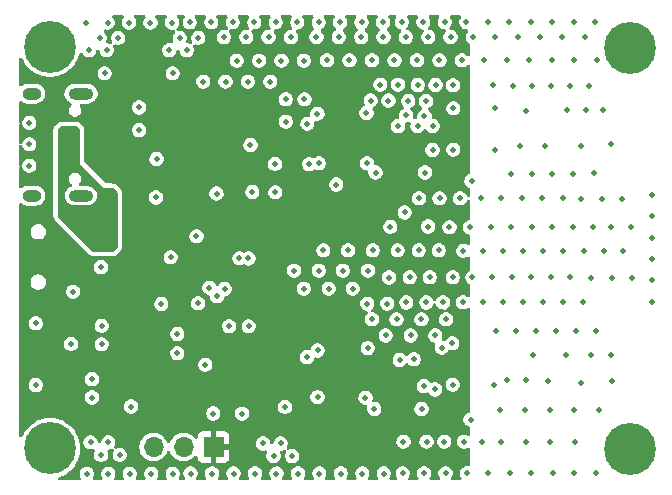
<source format=gbr>
%TF.GenerationSoftware,KiCad,Pcbnew,9.0.1*%
%TF.CreationDate,2025-07-03T23:17:29+02:00*%
%TF.ProjectId,Amon_Link,416d6f6e-5f4c-4696-9e6b-2e6b69636164,rev?*%
%TF.SameCoordinates,Original*%
%TF.FileFunction,Copper,L3,Inr*%
%TF.FilePolarity,Positive*%
%FSLAX46Y46*%
G04 Gerber Fmt 4.6, Leading zero omitted, Abs format (unit mm)*
G04 Created by KiCad (PCBNEW 9.0.1) date 2025-07-03 23:17:29*
%MOMM*%
%LPD*%
G01*
G04 APERTURE LIST*
%TA.AperFunction,ComponentPad*%
%ADD10O,1.600000X1.000000*%
%TD*%
%TA.AperFunction,ComponentPad*%
%ADD11O,2.100000X1.000000*%
%TD*%
%TA.AperFunction,ComponentPad*%
%ADD12C,0.700000*%
%TD*%
%TA.AperFunction,ComponentPad*%
%ADD13C,4.400000*%
%TD*%
%TA.AperFunction,ComponentPad*%
%ADD14R,1.700000X1.700000*%
%TD*%
%TA.AperFunction,ComponentPad*%
%ADD15O,1.700000X1.700000*%
%TD*%
%TA.AperFunction,ViaPad*%
%ADD16C,0.500000*%
%TD*%
G04 APERTURE END LIST*
D10*
%TO.N,Net-(J1-SHIELD)*%
%TO.C,J1*%
X127599000Y-90090000D03*
D11*
X131779000Y-90090000D03*
D10*
X127599000Y-81450000D03*
D11*
X131779000Y-81450000D03*
%TD*%
D12*
%TO.N,GND*%
%TO.C,H3*%
X176649999Y-111549999D03*
X177133273Y-110383273D03*
X177133273Y-112716725D03*
X178299999Y-109899999D03*
D13*
X178299999Y-111549999D03*
D12*
X178299999Y-113199999D03*
X179466725Y-110383273D03*
X179466725Y-112716725D03*
X179949999Y-111549999D03*
%TD*%
%TO.N,GND*%
%TO.C,H4*%
X176649999Y-77549999D03*
X177133273Y-76383273D03*
X177133273Y-78716725D03*
X178299999Y-75899999D03*
D13*
X178299999Y-77549999D03*
D12*
X178299999Y-79199999D03*
X179466725Y-76383273D03*
X179466725Y-78716725D03*
X179949999Y-77549999D03*
%TD*%
%TO.N,GND*%
%TO.C,H2*%
X127509000Y-77470000D03*
X127992274Y-76303274D03*
X127992274Y-78636726D03*
X129159000Y-75820000D03*
D13*
X129159000Y-77470000D03*
D12*
X129159000Y-79120000D03*
X130325726Y-76303274D03*
X130325726Y-78636726D03*
X130809000Y-77470000D03*
%TD*%
%TO.N,GND*%
%TO.C,H1*%
X127509000Y-111470000D03*
X127992274Y-110303274D03*
X127992274Y-112636726D03*
X129159000Y-109820000D03*
D13*
X129159000Y-111470000D03*
D12*
X129159000Y-113120000D03*
X130325726Y-110303274D03*
X130325726Y-112636726D03*
X130809000Y-111470000D03*
%TD*%
D14*
%TO.N,+3.3V*%
%TO.C,J3*%
X143002000Y-111379000D03*
D15*
%TO.N,/SWIO*%
X140462000Y-111379000D03*
%TO.N,GND*%
X137922000Y-111379000D03*
%TD*%
D16*
%TO.N,GND*%
X180100000Y-93635022D03*
X180100000Y-90000000D03*
X180100000Y-99087555D03*
X180100000Y-91817511D03*
X180100000Y-97270044D03*
X180100000Y-95452533D03*
X127410000Y-83930000D03*
X127410000Y-85747511D03*
X127410000Y-87565022D03*
X132212490Y-75440000D03*
X139482534Y-75440000D03*
X151897556Y-75420000D03*
X155532578Y-75420000D03*
X144627512Y-75420000D03*
X157350090Y-75420000D03*
X150080045Y-75420000D03*
X153715067Y-75420000D03*
X146445023Y-75420000D03*
X140992490Y-75420000D03*
X148262534Y-75420000D03*
X137665023Y-75440000D03*
X142810001Y-75420000D03*
X135847512Y-75440000D03*
X134030001Y-75440000D03*
X169850000Y-75390000D03*
X162579956Y-75390000D03*
X175302534Y-75390000D03*
X173485022Y-75390000D03*
X164397467Y-75390000D03*
X160762445Y-75390000D03*
X171667511Y-75390000D03*
X158944934Y-75390000D03*
X166214978Y-75390000D03*
X168032489Y-75390000D03*
X135914978Y-113640000D03*
X137732489Y-113640000D03*
X134097467Y-113640000D03*
X132279956Y-113640000D03*
X139550000Y-113640000D03*
X151965022Y-113620000D03*
X144694978Y-113620000D03*
X157417556Y-113620000D03*
X155600044Y-113620000D03*
X146512489Y-113620000D03*
X142877467Y-113620000D03*
X153782533Y-113620000D03*
X141059956Y-113620000D03*
X148330000Y-113620000D03*
X150147511Y-113620000D03*
%TO.N,+3.3V*%
X148615400Y-96469200D03*
X138176000Y-100711000D03*
X163562501Y-101600001D03*
X152750000Y-81000000D03*
X158140400Y-83388200D03*
X147320000Y-105486200D03*
X138176000Y-102235000D03*
X138176000Y-103759000D03*
X130759200Y-94045001D03*
X163570000Y-81730000D03*
X152982501Y-108645000D03*
X143674600Y-94044000D03*
X158150000Y-103200000D03*
X152862501Y-100998511D03*
X152970000Y-88519000D03*
%TO.N,GND*%
X159316058Y-99136200D03*
X170829510Y-90322400D03*
X133477000Y-112039400D03*
X166800000Y-86200000D03*
X139242800Y-77774800D03*
X168099955Y-113590000D03*
X168216945Y-88239600D03*
X175666400Y-108280200D03*
X163262736Y-97002600D03*
X156489400Y-94716600D03*
X169443400Y-105689400D03*
X173431200Y-88239600D03*
X173558200Y-78638400D03*
X160612501Y-108150001D03*
X144970500Y-78663800D03*
X164160200Y-94767400D03*
X159486600Y-82067400D03*
X155498800Y-76657200D03*
X156083000Y-96443800D03*
X166852600Y-76657200D03*
X143256000Y-89916000D03*
X159012400Y-113590000D03*
X169243826Y-94767400D03*
X148691600Y-111074200D03*
X167843200Y-78638400D03*
X174802800Y-80772000D03*
X138176000Y-86995000D03*
X160223200Y-78638400D03*
X142125700Y-80441800D03*
X127959002Y-100895002D03*
X154787600Y-97967800D03*
X140131800Y-76733400D03*
X164127542Y-99110800D03*
X161036000Y-110921800D03*
X132715000Y-107188000D03*
X161175700Y-76657200D03*
X139547600Y-79730600D03*
X159962501Y-103950001D03*
X162433000Y-99110800D03*
X166282444Y-113590000D03*
X169468800Y-82905600D03*
X178460400Y-97053400D03*
X174294800Y-99110800D03*
X171693115Y-88239600D03*
X162534600Y-110921800D03*
X149809200Y-96443800D03*
X146280000Y-89790000D03*
X156413200Y-100558600D03*
X133477000Y-96139000D03*
X163068000Y-76657200D03*
X170314258Y-101523800D03*
X160829911Y-113590000D03*
X171734977Y-113590000D03*
X178358800Y-92760800D03*
X155862501Y-107200001D03*
X163877170Y-90322400D03*
X151800000Y-83150000D03*
X166700200Y-80721200D03*
X173558200Y-108280200D03*
X170905710Y-99110800D03*
X171653200Y-78638400D03*
X158318200Y-78638400D03*
X166453460Y-92760800D03*
X158496000Y-100558600D03*
X163212501Y-102600001D03*
X161798000Y-80721200D03*
X173219536Y-97002600D03*
X167549284Y-94767400D03*
X172862501Y-103550001D03*
X163300000Y-82700000D03*
X153606500Y-76657200D03*
X169418000Y-110947200D03*
X156311600Y-82042000D03*
X174091600Y-105943400D03*
X139369800Y-95300800D03*
X145410000Y-108550000D03*
X162312501Y-102950001D03*
X132461000Y-77774800D03*
X176657000Y-85725000D03*
X146862800Y-78663800D03*
X174327452Y-94767400D03*
X160858200Y-83362800D03*
X177611310Y-90373200D03*
X163300000Y-86200000D03*
X164960300Y-76657200D03*
X157708600Y-99237800D03*
X149656800Y-112141000D03*
X158623000Y-84201000D03*
X160401000Y-90322400D03*
X174117000Y-85852000D03*
X176657000Y-103550001D03*
X162687000Y-100558600D03*
X159181800Y-91516200D03*
X145770600Y-76657200D03*
X174421800Y-76657200D03*
X169900600Y-97002600D03*
X136017000Y-107950000D03*
X161762501Y-106500001D03*
X147193000Y-111074200D03*
X159080200Y-110921800D03*
X149047200Y-107975400D03*
X166925174Y-101523800D03*
X159283400Y-76657200D03*
X161544000Y-84201000D03*
X136702800Y-82626200D03*
X175354348Y-101523800D03*
X157861000Y-97028000D03*
X151812501Y-107150001D03*
X172529500Y-76657200D03*
X174498000Y-82829400D03*
X172567600Y-90322400D03*
X165709600Y-110921800D03*
X176620715Y-92760800D03*
X127959001Y-106130001D03*
X147802600Y-80441800D03*
X132588000Y-110972600D03*
X168191545Y-92760800D03*
X147662900Y-76657200D03*
X173552488Y-113590000D03*
X167516626Y-99110800D03*
X160909000Y-88138000D03*
X151812501Y-103200001D03*
X132715000Y-105613200D03*
X168325800Y-80772000D03*
X155950000Y-83100000D03*
X172632910Y-94767400D03*
X141681200Y-99212400D03*
X172600252Y-99110800D03*
X172008800Y-101523800D03*
X175370000Y-113590000D03*
X162139085Y-90322400D03*
X144322800Y-101142800D03*
X161173890Y-92710000D03*
X169211168Y-99110800D03*
X171564300Y-80772000D03*
X173703348Y-101523800D03*
X163262501Y-106100001D03*
X148082000Y-112141000D03*
X164464933Y-113590000D03*
X163271200Y-80746600D03*
X174962501Y-103550001D03*
X157810200Y-82042000D03*
X169955030Y-88239600D03*
X134086600Y-110972600D03*
X136702800Y-84531200D03*
X152755600Y-97967800D03*
X139928600Y-103428800D03*
X162977290Y-92760800D03*
X169091425Y-90322400D03*
X167284400Y-108280200D03*
X161315400Y-97002600D03*
X134924800Y-76733400D03*
X170938368Y-94767400D03*
X168241134Y-97002600D03*
X167360600Y-110947200D03*
X156612501Y-108150001D03*
X175143890Y-92760800D03*
X149555200Y-76657200D03*
X165615255Y-90322400D03*
X133781800Y-79730600D03*
X169748200Y-78638400D03*
X164033200Y-78638400D03*
X164922202Y-97002600D03*
X160382858Y-94716600D03*
X169945050Y-80772000D03*
X142300000Y-104410000D03*
X160985200Y-82067400D03*
X176022000Y-94767400D03*
X164715375Y-92760800D03*
X161772600Y-101930200D03*
X139928600Y-101803200D03*
X160299400Y-80721200D03*
X175873225Y-90373200D03*
X151917400Y-96443800D03*
X140741400Y-77774800D03*
X152603200Y-78638400D03*
X171323000Y-105791000D03*
X165938200Y-78638400D03*
X160604200Y-100558600D03*
X133959600Y-77774800D03*
X149123400Y-81940400D03*
X165854742Y-94767400D03*
X177676625Y-94767400D03*
X169929630Y-92760800D03*
X148234400Y-89814400D03*
X166581668Y-97002600D03*
X175945800Y-82829400D03*
X167353340Y-90322400D03*
X171526200Y-110947200D03*
X138582400Y-99263200D03*
X170637200Y-76657200D03*
X148209000Y-87401400D03*
X175463200Y-78638400D03*
X135051800Y-112039400D03*
X172897800Y-82804000D03*
X161544000Y-86233000D03*
X151714200Y-76657200D03*
X153390600Y-89154000D03*
X148755100Y-78663800D03*
X150647400Y-97967800D03*
X159620858Y-97002600D03*
X138125200Y-90246200D03*
X141554200Y-93522800D03*
X154508200Y-78638400D03*
X158762501Y-104000001D03*
X156062501Y-103000001D03*
X145973800Y-101142800D03*
X156413200Y-78638400D03*
X175209200Y-88214200D03*
X151920000Y-87350000D03*
X174135140Y-90373200D03*
X156718000Y-88138000D03*
X162647422Y-113590000D03*
X161010600Y-99136200D03*
X162128200Y-78638400D03*
X141706600Y-76733400D03*
X171560066Y-97002600D03*
X145910300Y-80441800D03*
X157962600Y-92735400D03*
X157124400Y-80695800D03*
X167817800Y-105689400D03*
X149123400Y-83832700D03*
X173634400Y-110947200D03*
X142970000Y-108540000D03*
X171450000Y-108280200D03*
X176712501Y-105800001D03*
X150698200Y-81940400D03*
X170062501Y-103550001D03*
X157581600Y-101930200D03*
X150647400Y-78663800D03*
X156014058Y-99237800D03*
X160273602Y-84191212D03*
X174984225Y-97053400D03*
X133527800Y-102666800D03*
X143878300Y-76657200D03*
X165822084Y-99110800D03*
X133527800Y-101117400D03*
X168619716Y-101523800D03*
X157391100Y-76657200D03*
X152298400Y-94716600D03*
X159689800Y-101930200D03*
X171667715Y-92760800D03*
X176722310Y-97053400D03*
X168744900Y-76657200D03*
X173405800Y-92760800D03*
X164211000Y-110921800D03*
X166800000Y-82700000D03*
X160812501Y-106200001D03*
X169341800Y-108280200D03*
X131114800Y-98221800D03*
X133350000Y-76733400D03*
X173183550Y-80772000D03*
X171069000Y-85852000D03*
X144018000Y-80441800D03*
X153949400Y-96443800D03*
X146126200Y-85801200D03*
X168910000Y-85852000D03*
X162077400Y-94716600D03*
X154381200Y-94716600D03*
X130937000Y-102641400D03*
X159308800Y-83286600D03*
X158623000Y-80695800D03*
X169917466Y-113590000D03*
X156000000Y-87350000D03*
X158597600Y-94716600D03*
X166762501Y-106100001D03*
%TO.N,+5V*%
X133778176Y-93720678D03*
X133778176Y-90780000D03*
X133778176Y-92304000D03*
X130459001Y-85745001D03*
X130459001Y-86470001D03*
X130459001Y-85020001D03*
%TO.N,/CE1*%
X150907000Y-103759000D03*
X164762501Y-109050001D03*
%TO.N,/CE2*%
X164850000Y-88850000D03*
X151099200Y-87426800D03*
X150950000Y-84000000D03*
%TO.N,/MISO*%
X143297000Y-98602800D03*
X145960000Y-95410000D03*
%TO.N,/SWIO*%
X142646400Y-97891600D03*
%TO.N,/MOSI*%
X143947000Y-97993200D03*
X145180000Y-95400000D03*
%TD*%
%TA.AperFunction,Conductor*%
%TO.N,+5V*%
G36*
X131457782Y-84220962D02*
G01*
X131488641Y-84244641D01*
X131655359Y-84411359D01*
X131693923Y-84478154D01*
X131699000Y-84516718D01*
X131699000Y-87376000D01*
X133731000Y-89408000D01*
X134431282Y-89408000D01*
X134505782Y-89427962D01*
X134536641Y-89451641D01*
X134830359Y-89745359D01*
X134868923Y-89812154D01*
X134874000Y-89850718D01*
X134874000Y-94426282D01*
X134854038Y-94500782D01*
X134830359Y-94531641D01*
X134536641Y-94825359D01*
X134469846Y-94863923D01*
X134431282Y-94869000D01*
X132903718Y-94869000D01*
X132829218Y-94849038D01*
X132798359Y-94825359D01*
X129837641Y-91864641D01*
X129799077Y-91797846D01*
X129794000Y-91759282D01*
X129794000Y-90011157D01*
X130428500Y-90011157D01*
X130428500Y-90168842D01*
X130459262Y-90323494D01*
X130459263Y-90323498D01*
X130519604Y-90469176D01*
X130519605Y-90469178D01*
X130519606Y-90469179D01*
X130607211Y-90600289D01*
X130718711Y-90711789D01*
X130849821Y-90799394D01*
X130995503Y-90859737D01*
X131150158Y-90890500D01*
X132407842Y-90890500D01*
X132562497Y-90859737D01*
X132708179Y-90799394D01*
X132839289Y-90711789D01*
X132950789Y-90600289D01*
X133038394Y-90469179D01*
X133098737Y-90323497D01*
X133129500Y-90168842D01*
X133129500Y-90011158D01*
X133098737Y-89856503D01*
X133038394Y-89710821D01*
X132950789Y-89579711D01*
X132839289Y-89468211D01*
X132708179Y-89380606D01*
X132708178Y-89380605D01*
X132708176Y-89380604D01*
X132562498Y-89320263D01*
X132562494Y-89320262D01*
X132407842Y-89289500D01*
X131752388Y-89289500D01*
X131677888Y-89269538D01*
X131623350Y-89215000D01*
X131603388Y-89140500D01*
X131623350Y-89066000D01*
X131647029Y-89035141D01*
X131699505Y-88982665D01*
X131768688Y-88862836D01*
X131804500Y-88729183D01*
X131804500Y-88590817D01*
X131768688Y-88457164D01*
X131699505Y-88337335D01*
X131601665Y-88239495D01*
X131481836Y-88170312D01*
X131348183Y-88134500D01*
X131209817Y-88134500D01*
X131076164Y-88170312D01*
X131076162Y-88170312D01*
X131076162Y-88170313D01*
X130956334Y-88239495D01*
X130858495Y-88337334D01*
X130789313Y-88457162D01*
X130753500Y-88590815D01*
X130753500Y-88590817D01*
X130753500Y-88729183D01*
X130789312Y-88862836D01*
X130789313Y-88862837D01*
X130858495Y-88982665D01*
X130956337Y-89080507D01*
X130964081Y-89086449D01*
X130962655Y-89088306D01*
X131007368Y-89133016D01*
X131027332Y-89207516D01*
X131007372Y-89282016D01*
X130952836Y-89336556D01*
X130935352Y-89345178D01*
X130849821Y-89380605D01*
X130718707Y-89468214D01*
X130607214Y-89579707D01*
X130519604Y-89710823D01*
X130459263Y-89856501D01*
X130459262Y-89856505D01*
X130428500Y-90011157D01*
X129794000Y-90011157D01*
X129794000Y-84516718D01*
X129799077Y-84497770D01*
X129799077Y-84478154D01*
X129808884Y-84461166D01*
X129813962Y-84442218D01*
X129837641Y-84411359D01*
X130004359Y-84244641D01*
X130071154Y-84206077D01*
X130109718Y-84201000D01*
X131383282Y-84201000D01*
X131457782Y-84220962D01*
G37*
%TD.AperFunction*%
%TD*%
%TA.AperFunction,Conductor*%
%TO.N,+3.3V*%
G36*
X135364558Y-74808462D02*
G01*
X135419096Y-74863000D01*
X135439058Y-74937500D01*
X135419096Y-75012000D01*
X135395417Y-75042859D01*
X135366992Y-75071283D01*
X135287936Y-75208214D01*
X135247012Y-75360941D01*
X135247012Y-75360943D01*
X135247012Y-75519057D01*
X135287935Y-75671784D01*
X135366992Y-75808716D01*
X135478796Y-75920520D01*
X135615728Y-75999577D01*
X135768455Y-76040500D01*
X135926569Y-76040500D01*
X136079296Y-75999577D01*
X136216228Y-75920520D01*
X136328032Y-75808716D01*
X136407089Y-75671784D01*
X136448012Y-75519057D01*
X136448012Y-75360943D01*
X136407089Y-75208216D01*
X136328032Y-75071284D01*
X136299607Y-75042859D01*
X136261043Y-74976064D01*
X136261043Y-74898936D01*
X136299607Y-74832141D01*
X136366402Y-74793577D01*
X136404966Y-74788500D01*
X137107569Y-74788500D01*
X137182069Y-74808462D01*
X137236607Y-74863000D01*
X137256569Y-74937500D01*
X137236607Y-75012000D01*
X137212928Y-75042859D01*
X137184503Y-75071283D01*
X137105447Y-75208214D01*
X137064523Y-75360941D01*
X137064523Y-75360943D01*
X137064523Y-75519057D01*
X137105446Y-75671784D01*
X137184503Y-75808716D01*
X137296307Y-75920520D01*
X137433239Y-75999577D01*
X137585966Y-76040500D01*
X137744080Y-76040500D01*
X137896807Y-75999577D01*
X138033739Y-75920520D01*
X138145543Y-75808716D01*
X138224600Y-75671784D01*
X138265523Y-75519057D01*
X138265523Y-75360943D01*
X138224600Y-75208216D01*
X138145543Y-75071284D01*
X138117118Y-75042859D01*
X138078554Y-74976064D01*
X138078554Y-74898936D01*
X138117118Y-74832141D01*
X138183913Y-74793577D01*
X138222477Y-74788500D01*
X138925080Y-74788500D01*
X138999580Y-74808462D01*
X139054118Y-74863000D01*
X139074080Y-74937500D01*
X139054118Y-75012000D01*
X139030439Y-75042859D01*
X139002014Y-75071283D01*
X138922958Y-75208214D01*
X138882034Y-75360941D01*
X138882034Y-75360943D01*
X138882034Y-75519057D01*
X138922957Y-75671784D01*
X139002014Y-75808716D01*
X139113818Y-75920520D01*
X139250750Y-75999577D01*
X139403477Y-76040500D01*
X139561591Y-76040500D01*
X139589820Y-76032935D01*
X139666949Y-76032934D01*
X139733744Y-76071497D01*
X139772309Y-76138291D01*
X139772311Y-76215420D01*
X139733748Y-76282215D01*
X139733746Y-76282216D01*
X139651282Y-76364680D01*
X139572224Y-76501614D01*
X139531300Y-76654341D01*
X139531300Y-76654343D01*
X139531300Y-76812457D01*
X139551355Y-76887305D01*
X139572224Y-76965186D01*
X139581012Y-76980407D01*
X139600975Y-77054907D01*
X139581013Y-77129407D01*
X139526476Y-77183945D01*
X139451976Y-77203908D01*
X139413411Y-77198831D01*
X139321860Y-77174300D01*
X139321857Y-77174300D01*
X139163743Y-77174300D01*
X139011016Y-77215223D01*
X139011014Y-77215223D01*
X139011014Y-77215224D01*
X138874083Y-77294280D01*
X138762280Y-77406083D01*
X138683224Y-77543014D01*
X138642300Y-77695741D01*
X138642300Y-77695743D01*
X138642300Y-77853857D01*
X138683223Y-78006584D01*
X138762280Y-78143516D01*
X138874084Y-78255320D01*
X139011016Y-78334377D01*
X139163743Y-78375300D01*
X139321857Y-78375300D01*
X139474584Y-78334377D01*
X139611516Y-78255320D01*
X139723320Y-78143516D01*
X139802377Y-78006584D01*
X139843300Y-77853857D01*
X139843300Y-77853850D01*
X139844374Y-77845697D01*
X139873888Y-77774440D01*
X139935077Y-77727485D01*
X140011545Y-77717416D01*
X140082802Y-77746930D01*
X140129757Y-77808119D01*
X140139826Y-77845697D01*
X140140900Y-77853856D01*
X140140900Y-77853857D01*
X140181823Y-78006584D01*
X140260880Y-78143516D01*
X140372684Y-78255320D01*
X140509616Y-78334377D01*
X140662343Y-78375300D01*
X140820457Y-78375300D01*
X140973184Y-78334377D01*
X141110116Y-78255320D01*
X141221920Y-78143516D01*
X141300977Y-78006584D01*
X141341900Y-77853857D01*
X141341900Y-77695743D01*
X141300977Y-77543016D01*
X141275554Y-77498982D01*
X141255593Y-77424484D01*
X141275555Y-77349984D01*
X141330093Y-77295446D01*
X141404593Y-77275484D01*
X141464805Y-77291617D01*
X141465791Y-77289239D01*
X141474811Y-77292975D01*
X141474813Y-77292975D01*
X141474816Y-77292977D01*
X141627543Y-77333900D01*
X141785657Y-77333900D01*
X141938384Y-77292977D01*
X142075316Y-77213920D01*
X142187120Y-77102116D01*
X142266177Y-76965184D01*
X142307100Y-76812457D01*
X142307100Y-76654343D01*
X142266177Y-76501616D01*
X142187120Y-76364684D01*
X142075316Y-76252880D01*
X141938384Y-76173823D01*
X141785657Y-76132900D01*
X141627543Y-76132900D01*
X141627539Y-76132900D01*
X141489928Y-76169773D01*
X141489925Y-76169774D01*
X141474816Y-76173823D01*
X141338015Y-76252804D01*
X141337937Y-76252847D01*
X141337887Y-76252876D01*
X141226080Y-76364683D01*
X141147024Y-76501614D01*
X141106100Y-76654341D01*
X141106100Y-76812458D01*
X141147024Y-76965187D01*
X141172444Y-77009216D01*
X141192406Y-77083716D01*
X141172443Y-77158216D01*
X141117905Y-77212753D01*
X141043405Y-77232715D01*
X141004450Y-77227532D01*
X140985713Y-77222456D01*
X140973184Y-77215223D01*
X140820457Y-77174300D01*
X140807930Y-77174300D01*
X140788796Y-77169117D01*
X140772008Y-77159363D01*
X140753252Y-77154338D01*
X140739239Y-77140325D01*
X140722106Y-77130371D01*
X140712443Y-77113529D01*
X140698714Y-77099800D01*
X140693585Y-77080659D01*
X140683724Y-77063471D01*
X140683777Y-77044054D01*
X140678752Y-77025300D01*
X140683899Y-76999425D01*
X140683935Y-76986344D01*
X140687837Y-76979626D01*
X140690095Y-76968279D01*
X140691375Y-76965188D01*
X140691376Y-76965185D01*
X140691377Y-76965184D01*
X140732300Y-76812457D01*
X140732300Y-76654343D01*
X140691377Y-76501616D01*
X140612320Y-76364684D01*
X140500516Y-76252880D01*
X140363584Y-76173823D01*
X140210857Y-76132900D01*
X140052743Y-76132900D01*
X140052734Y-76132901D01*
X140024508Y-76140464D01*
X139947380Y-76140463D01*
X139880586Y-76101898D01*
X139842023Y-76035103D01*
X139842024Y-75957975D01*
X139880588Y-75891182D01*
X139963051Y-75808719D01*
X139963054Y-75808716D01*
X140042111Y-75671784D01*
X140083034Y-75519057D01*
X140083034Y-75360943D01*
X140042111Y-75208216D01*
X139963054Y-75071284D01*
X139934629Y-75042859D01*
X139896065Y-74976064D01*
X139896065Y-74898936D01*
X139934629Y-74832141D01*
X140001424Y-74793577D01*
X140039988Y-74788500D01*
X140415036Y-74788500D01*
X140433984Y-74793577D01*
X140453600Y-74793577D01*
X140470587Y-74803384D01*
X140489536Y-74808462D01*
X140503407Y-74822333D01*
X140520395Y-74832141D01*
X140530202Y-74849128D01*
X140544074Y-74863000D01*
X140549151Y-74881948D01*
X140558959Y-74898936D01*
X140558959Y-74918552D01*
X140564036Y-74937500D01*
X140558959Y-74956447D01*
X140558959Y-74976064D01*
X140549151Y-74993051D01*
X140544074Y-75012000D01*
X140520395Y-75042859D01*
X140511970Y-75051283D01*
X140432914Y-75188214D01*
X140391990Y-75340941D01*
X140391990Y-75340943D01*
X140391990Y-75499057D01*
X140432913Y-75651784D01*
X140511970Y-75788716D01*
X140623774Y-75900520D01*
X140760706Y-75979577D01*
X140913433Y-76020500D01*
X141071547Y-76020500D01*
X141224274Y-75979577D01*
X141361206Y-75900520D01*
X141473010Y-75788716D01*
X141552067Y-75651784D01*
X141592990Y-75499057D01*
X141592990Y-75340943D01*
X141552067Y-75188216D01*
X141473010Y-75051284D01*
X141464585Y-75042859D01*
X141426021Y-74976064D01*
X141426021Y-74898936D01*
X141464585Y-74832141D01*
X141531380Y-74793577D01*
X141569944Y-74788500D01*
X142232547Y-74788500D01*
X142307047Y-74808462D01*
X142361585Y-74863000D01*
X142381547Y-74937500D01*
X142361585Y-75012000D01*
X142337906Y-75042859D01*
X142329481Y-75051283D01*
X142250425Y-75188214D01*
X142209501Y-75340941D01*
X142209501Y-75340943D01*
X142209501Y-75499057D01*
X142250424Y-75651784D01*
X142329481Y-75788716D01*
X142441285Y-75900520D01*
X142578217Y-75979577D01*
X142730944Y-76020500D01*
X142889058Y-76020500D01*
X143041785Y-75979577D01*
X143178717Y-75900520D01*
X143290521Y-75788716D01*
X143369578Y-75651784D01*
X143410501Y-75499057D01*
X143410501Y-75340943D01*
X143369578Y-75188216D01*
X143290521Y-75051284D01*
X143282096Y-75042859D01*
X143243532Y-74976064D01*
X143243532Y-74898936D01*
X143282096Y-74832141D01*
X143348891Y-74793577D01*
X143387455Y-74788500D01*
X144050058Y-74788500D01*
X144124558Y-74808462D01*
X144179096Y-74863000D01*
X144199058Y-74937500D01*
X144179096Y-75012000D01*
X144155417Y-75042859D01*
X144146992Y-75051283D01*
X144067936Y-75188214D01*
X144027012Y-75340941D01*
X144027012Y-75340943D01*
X144027012Y-75499057D01*
X144067935Y-75651784D01*
X144129672Y-75758716D01*
X144146992Y-75788716D01*
X144189271Y-75830995D01*
X144227835Y-75897790D01*
X144227835Y-75974918D01*
X144189271Y-76041713D01*
X144122476Y-76080277D01*
X144045348Y-76080277D01*
X143957360Y-76056700D01*
X143957357Y-76056700D01*
X143799243Y-76056700D01*
X143646516Y-76097623D01*
X143646514Y-76097623D01*
X143646514Y-76097624D01*
X143509583Y-76176680D01*
X143397780Y-76288483D01*
X143318724Y-76425414D01*
X143277800Y-76578141D01*
X143277800Y-76578143D01*
X143277800Y-76736257D01*
X143318723Y-76888984D01*
X143397780Y-77025916D01*
X143509584Y-77137720D01*
X143646516Y-77216777D01*
X143799243Y-77257700D01*
X143957357Y-77257700D01*
X144110084Y-77216777D01*
X144247016Y-77137720D01*
X144358820Y-77025916D01*
X144437877Y-76888984D01*
X144478800Y-76736257D01*
X144478800Y-76578143D01*
X144437877Y-76425416D01*
X144358820Y-76288484D01*
X144316540Y-76246204D01*
X144277976Y-76179409D01*
X144277976Y-76102281D01*
X144316540Y-76035486D01*
X144383335Y-75996922D01*
X144460461Y-75996922D01*
X144548455Y-76020500D01*
X144706569Y-76020500D01*
X144859296Y-75979577D01*
X144996228Y-75900520D01*
X145108032Y-75788716D01*
X145187089Y-75651784D01*
X145228012Y-75499057D01*
X145228012Y-75340943D01*
X145187089Y-75188216D01*
X145108032Y-75051284D01*
X145099607Y-75042859D01*
X145061043Y-74976064D01*
X145061043Y-74898936D01*
X145099607Y-74832141D01*
X145166402Y-74793577D01*
X145204966Y-74788500D01*
X145867569Y-74788500D01*
X145942069Y-74808462D01*
X145996607Y-74863000D01*
X146016569Y-74937500D01*
X145996607Y-75012000D01*
X145972928Y-75042859D01*
X145964503Y-75051283D01*
X145885447Y-75188214D01*
X145844523Y-75340941D01*
X145844523Y-75340943D01*
X145844523Y-75499057D01*
X145885446Y-75651784D01*
X145947183Y-75758716D01*
X145964503Y-75788716D01*
X145980151Y-75804364D01*
X146018715Y-75871159D01*
X146018715Y-75948287D01*
X145980151Y-76015082D01*
X145913356Y-76053646D01*
X145855347Y-76057449D01*
X145849657Y-76056700D01*
X145691543Y-76056700D01*
X145538816Y-76097623D01*
X145538814Y-76097623D01*
X145538814Y-76097624D01*
X145401883Y-76176680D01*
X145290080Y-76288483D01*
X145211024Y-76425414D01*
X145170100Y-76578141D01*
X145170100Y-76578143D01*
X145170100Y-76736257D01*
X145211023Y-76888984D01*
X145290080Y-77025916D01*
X145401884Y-77137720D01*
X145538816Y-77216777D01*
X145691543Y-77257700D01*
X145849657Y-77257700D01*
X146002384Y-77216777D01*
X146139316Y-77137720D01*
X146251120Y-77025916D01*
X146330177Y-76888984D01*
X146371100Y-76736257D01*
X146371100Y-76578143D01*
X146330177Y-76425416D01*
X146251120Y-76288484D01*
X146235471Y-76272835D01*
X146196907Y-76206040D01*
X146196907Y-76128912D01*
X146235471Y-76062117D01*
X146302266Y-76023553D01*
X146360283Y-76019751D01*
X146365961Y-76020498D01*
X146365966Y-76020500D01*
X146365971Y-76020500D01*
X146524080Y-76020500D01*
X146676807Y-75979577D01*
X146813739Y-75900520D01*
X146925543Y-75788716D01*
X147004600Y-75651784D01*
X147045523Y-75499057D01*
X147045523Y-75340943D01*
X147004600Y-75188216D01*
X146925543Y-75051284D01*
X146917118Y-75042859D01*
X146878554Y-74976064D01*
X146878554Y-74898936D01*
X146917118Y-74832141D01*
X146983913Y-74793577D01*
X147022477Y-74788500D01*
X147685080Y-74788500D01*
X147759580Y-74808462D01*
X147814118Y-74863000D01*
X147834080Y-74937500D01*
X147814118Y-75012000D01*
X147790439Y-75042859D01*
X147782014Y-75051283D01*
X147702958Y-75188214D01*
X147662034Y-75340941D01*
X147662034Y-75340943D01*
X147662034Y-75499057D01*
X147702957Y-75651784D01*
X147764694Y-75758716D01*
X147782014Y-75788716D01*
X147795639Y-75802341D01*
X147834203Y-75869136D01*
X147834203Y-75946264D01*
X147795639Y-76013059D01*
X147728844Y-76051623D01*
X147690280Y-76056700D01*
X147583843Y-76056700D01*
X147431116Y-76097623D01*
X147431114Y-76097623D01*
X147431114Y-76097624D01*
X147294183Y-76176680D01*
X147182380Y-76288483D01*
X147103324Y-76425414D01*
X147062400Y-76578141D01*
X147062400Y-76578143D01*
X147062400Y-76736257D01*
X147103323Y-76888984D01*
X147182380Y-77025916D01*
X147294184Y-77137720D01*
X147431116Y-77216777D01*
X147583843Y-77257700D01*
X147741957Y-77257700D01*
X147894684Y-77216777D01*
X148031616Y-77137720D01*
X148143420Y-77025916D01*
X148222477Y-76888984D01*
X148263400Y-76736257D01*
X148263400Y-76578143D01*
X148222477Y-76425416D01*
X148143420Y-76288484D01*
X148129795Y-76274859D01*
X148091231Y-76208064D01*
X148091231Y-76130936D01*
X148129795Y-76064141D01*
X148196590Y-76025577D01*
X148235154Y-76020500D01*
X148341591Y-76020500D01*
X148494318Y-75979577D01*
X148631250Y-75900520D01*
X148743054Y-75788716D01*
X148822111Y-75651784D01*
X148863034Y-75499057D01*
X148863034Y-75340943D01*
X148822111Y-75188216D01*
X148743054Y-75051284D01*
X148734629Y-75042859D01*
X148696065Y-74976064D01*
X148696065Y-74898936D01*
X148734629Y-74832141D01*
X148801424Y-74793577D01*
X148839988Y-74788500D01*
X149502591Y-74788500D01*
X149577091Y-74808462D01*
X149631629Y-74863000D01*
X149651591Y-74937500D01*
X149631629Y-75012000D01*
X149607950Y-75042859D01*
X149599525Y-75051283D01*
X149520469Y-75188214D01*
X149479545Y-75340941D01*
X149479545Y-75340943D01*
X149479545Y-75499057D01*
X149520468Y-75651784D01*
X149582205Y-75758716D01*
X149599525Y-75788716D01*
X149613150Y-75802341D01*
X149651714Y-75869136D01*
X149651714Y-75946264D01*
X149613150Y-76013059D01*
X149546355Y-76051623D01*
X149507791Y-76056700D01*
X149476143Y-76056700D01*
X149323416Y-76097623D01*
X149323414Y-76097623D01*
X149323414Y-76097624D01*
X149186483Y-76176680D01*
X149074680Y-76288483D01*
X148995624Y-76425414D01*
X148954700Y-76578141D01*
X148954700Y-76578143D01*
X148954700Y-76736257D01*
X148995623Y-76888984D01*
X149074680Y-77025916D01*
X149186484Y-77137720D01*
X149323416Y-77216777D01*
X149476143Y-77257700D01*
X149634257Y-77257700D01*
X149786984Y-77216777D01*
X149923916Y-77137720D01*
X150035720Y-77025916D01*
X150114777Y-76888984D01*
X150155700Y-76736257D01*
X150155700Y-76578143D01*
X150114777Y-76425416D01*
X150035720Y-76288484D01*
X150022095Y-76274859D01*
X149983531Y-76208064D01*
X149983531Y-76130936D01*
X150022095Y-76064141D01*
X150088890Y-76025577D01*
X150127454Y-76020500D01*
X150159102Y-76020500D01*
X150311829Y-75979577D01*
X150448761Y-75900520D01*
X150560565Y-75788716D01*
X150639622Y-75651784D01*
X150680545Y-75499057D01*
X150680545Y-75340943D01*
X150639622Y-75188216D01*
X150560565Y-75051284D01*
X150552140Y-75042859D01*
X150513576Y-74976064D01*
X150513576Y-74898936D01*
X150552140Y-74832141D01*
X150618935Y-74793577D01*
X150657499Y-74788500D01*
X151320102Y-74788500D01*
X151394602Y-74808462D01*
X151449140Y-74863000D01*
X151469102Y-74937500D01*
X151449140Y-75012000D01*
X151425461Y-75042859D01*
X151417036Y-75051283D01*
X151337980Y-75188214D01*
X151297056Y-75340941D01*
X151297056Y-75340943D01*
X151297056Y-75499057D01*
X151337979Y-75651784D01*
X151399716Y-75758716D01*
X151417036Y-75788716D01*
X151499499Y-75871179D01*
X151538063Y-75937974D01*
X151538063Y-76015102D01*
X151499499Y-76081897D01*
X151468640Y-76105576D01*
X151345483Y-76176680D01*
X151233680Y-76288483D01*
X151154624Y-76425414D01*
X151113700Y-76578141D01*
X151113700Y-76578143D01*
X151113700Y-76736257D01*
X151154623Y-76888984D01*
X151233680Y-77025916D01*
X151345484Y-77137720D01*
X151482416Y-77216777D01*
X151635143Y-77257700D01*
X151793257Y-77257700D01*
X151945984Y-77216777D01*
X152082916Y-77137720D01*
X152194720Y-77025916D01*
X152273777Y-76888984D01*
X152314700Y-76736257D01*
X152314700Y-76578143D01*
X152273777Y-76425416D01*
X152194720Y-76288484D01*
X152112256Y-76206020D01*
X152073692Y-76139225D01*
X152073692Y-76062097D01*
X152112256Y-75995302D01*
X152143113Y-75971625D01*
X152266272Y-75900520D01*
X152378076Y-75788716D01*
X152457133Y-75651784D01*
X152498056Y-75499057D01*
X152498056Y-75340943D01*
X152457133Y-75188216D01*
X152378076Y-75051284D01*
X152369651Y-75042859D01*
X152331087Y-74976064D01*
X152331087Y-74898936D01*
X152369651Y-74832141D01*
X152436446Y-74793577D01*
X152475010Y-74788500D01*
X153137613Y-74788500D01*
X153212113Y-74808462D01*
X153266651Y-74863000D01*
X153286613Y-74937500D01*
X153266651Y-75012000D01*
X153242972Y-75042859D01*
X153234547Y-75051283D01*
X153155491Y-75188214D01*
X153114567Y-75340941D01*
X153114567Y-75340943D01*
X153114567Y-75499057D01*
X153155490Y-75651784D01*
X153217227Y-75758716D01*
X153234547Y-75788716D01*
X153344385Y-75898554D01*
X153382949Y-75965349D01*
X153382949Y-76042477D01*
X153344385Y-76109272D01*
X153313527Y-76132949D01*
X153302659Y-76139225D01*
X153237783Y-76176680D01*
X153125980Y-76288483D01*
X153046924Y-76425414D01*
X153006000Y-76578141D01*
X153006000Y-76578143D01*
X153006000Y-76736257D01*
X153046923Y-76888984D01*
X153125980Y-77025916D01*
X153237784Y-77137720D01*
X153374716Y-77216777D01*
X153527443Y-77257700D01*
X153685557Y-77257700D01*
X153838284Y-77216777D01*
X153975216Y-77137720D01*
X154087020Y-77025916D01*
X154166077Y-76888984D01*
X154207000Y-76736257D01*
X154207000Y-76578143D01*
X154166077Y-76425416D01*
X154087020Y-76288484D01*
X153977181Y-76178645D01*
X153938617Y-76111850D01*
X153938617Y-76034722D01*
X153977181Y-75967927D01*
X154008033Y-75944253D01*
X154083783Y-75900520D01*
X154195587Y-75788716D01*
X154274644Y-75651784D01*
X154315567Y-75499057D01*
X154315567Y-75340943D01*
X154274644Y-75188216D01*
X154195587Y-75051284D01*
X154187162Y-75042859D01*
X154148598Y-74976064D01*
X154148598Y-74898936D01*
X154187162Y-74832141D01*
X154253957Y-74793577D01*
X154292521Y-74788500D01*
X154955124Y-74788500D01*
X155029624Y-74808462D01*
X155084162Y-74863000D01*
X155104124Y-74937500D01*
X155084162Y-75012000D01*
X155060483Y-75042859D01*
X155052058Y-75051283D01*
X154973002Y-75188214D01*
X154932078Y-75340941D01*
X154932078Y-75340943D01*
X154932078Y-75499057D01*
X154973001Y-75651784D01*
X155034738Y-75758716D01*
X155052058Y-75788716D01*
X155163864Y-75900522D01*
X155171608Y-75906464D01*
X155170600Y-75907776D01*
X155217174Y-75954353D01*
X155237134Y-76028854D01*
X155217169Y-76103353D01*
X155162635Y-76157886D01*
X155130084Y-76176679D01*
X155018280Y-76288483D01*
X154939224Y-76425414D01*
X154898300Y-76578141D01*
X154898300Y-76578143D01*
X154898300Y-76736257D01*
X154939223Y-76888984D01*
X155018280Y-77025916D01*
X155130084Y-77137720D01*
X155267016Y-77216777D01*
X155419743Y-77257700D01*
X155577857Y-77257700D01*
X155730584Y-77216777D01*
X155867516Y-77137720D01*
X155979320Y-77025916D01*
X156058377Y-76888984D01*
X156099300Y-76736257D01*
X156099300Y-76578143D01*
X156058377Y-76425416D01*
X155979320Y-76288484D01*
X155867516Y-76176680D01*
X155867513Y-76176677D01*
X155859770Y-76170736D01*
X155860776Y-76169424D01*
X155814199Y-76122840D01*
X155794243Y-76048338D01*
X155814211Y-75973840D01*
X155868742Y-75919313D01*
X155901294Y-75900520D01*
X156013098Y-75788716D01*
X156092155Y-75651784D01*
X156133078Y-75499057D01*
X156133078Y-75340943D01*
X156092155Y-75188216D01*
X156013098Y-75051284D01*
X156004673Y-75042859D01*
X155966109Y-74976064D01*
X155966109Y-74898936D01*
X156004673Y-74832141D01*
X156071468Y-74793577D01*
X156110032Y-74788500D01*
X156772636Y-74788500D01*
X156847136Y-74808462D01*
X156901674Y-74863000D01*
X156921636Y-74937500D01*
X156901674Y-75012000D01*
X156877995Y-75042859D01*
X156869570Y-75051283D01*
X156790514Y-75188214D01*
X156749590Y-75340941D01*
X156749590Y-75340943D01*
X156749590Y-75499057D01*
X156790513Y-75651784D01*
X156869570Y-75788716D01*
X156981374Y-75900520D01*
X157017540Y-75921400D01*
X157072078Y-75975938D01*
X157092040Y-76050438D01*
X157072078Y-76124938D01*
X157028462Y-76168562D01*
X157030130Y-76170736D01*
X157022386Y-76176677D01*
X156910580Y-76288483D01*
X156831524Y-76425414D01*
X156790600Y-76578141D01*
X156790600Y-76578143D01*
X156790600Y-76736257D01*
X156831523Y-76888984D01*
X156910580Y-77025916D01*
X157022384Y-77137720D01*
X157159316Y-77216777D01*
X157312043Y-77257700D01*
X157470157Y-77257700D01*
X157622884Y-77216777D01*
X157759816Y-77137720D01*
X157871620Y-77025916D01*
X157950677Y-76888984D01*
X157991600Y-76736257D01*
X157991600Y-76578143D01*
X157950677Y-76425416D01*
X157871620Y-76288484D01*
X157759816Y-76176680D01*
X157759815Y-76176679D01*
X157723648Y-76155798D01*
X157669111Y-76101260D01*
X157649149Y-76026760D01*
X157669112Y-75952260D01*
X157712731Y-75908641D01*
X157711060Y-75906464D01*
X157718803Y-75900522D01*
X157718803Y-75900521D01*
X157718806Y-75900520D01*
X157830610Y-75788716D01*
X157909667Y-75651784D01*
X157950590Y-75499057D01*
X157950590Y-75340943D01*
X157909667Y-75188216D01*
X157830610Y-75051284D01*
X157822185Y-75042859D01*
X157783621Y-74976064D01*
X157783621Y-74898936D01*
X157822185Y-74832141D01*
X157888980Y-74793577D01*
X157927544Y-74788500D01*
X158340894Y-74788500D01*
X158415394Y-74808462D01*
X158469932Y-74863000D01*
X158489894Y-74937500D01*
X158469932Y-75012000D01*
X158468775Y-75013729D01*
X158385358Y-75158214D01*
X158344434Y-75310941D01*
X158344434Y-75310943D01*
X158344434Y-75469057D01*
X158385357Y-75621784D01*
X158464414Y-75758716D01*
X158576218Y-75870520D01*
X158713150Y-75949577D01*
X158801924Y-75973364D01*
X158868718Y-76011927D01*
X158907282Y-76078722D01*
X158907282Y-76155850D01*
X158868719Y-76222644D01*
X158802881Y-76288482D01*
X158723824Y-76425414D01*
X158682900Y-76578141D01*
X158682900Y-76578143D01*
X158682900Y-76736257D01*
X158723823Y-76888984D01*
X158802880Y-77025916D01*
X158914684Y-77137720D01*
X159051616Y-77216777D01*
X159204343Y-77257700D01*
X159362457Y-77257700D01*
X159515184Y-77216777D01*
X159652116Y-77137720D01*
X159763920Y-77025916D01*
X159842977Y-76888984D01*
X159883900Y-76736257D01*
X159883900Y-76578143D01*
X159842977Y-76425416D01*
X159763920Y-76288484D01*
X159652116Y-76176680D01*
X159515184Y-76097623D01*
X159426408Y-76073835D01*
X159359615Y-76035271D01*
X159321051Y-75968476D01*
X159321051Y-75891348D01*
X159359616Y-75824554D01*
X159425454Y-75758716D01*
X159504511Y-75621784D01*
X159545434Y-75469057D01*
X159545434Y-75310943D01*
X159504511Y-75158216D01*
X159425454Y-75021284D01*
X159425453Y-75021283D01*
X159420571Y-75012827D01*
X159423661Y-75011042D01*
X159401255Y-74956996D01*
X159411298Y-74880524D01*
X159458231Y-74819319D01*
X159529478Y-74789781D01*
X159548974Y-74788500D01*
X160158405Y-74788500D01*
X160232905Y-74808462D01*
X160287443Y-74863000D01*
X160307405Y-74937500D01*
X160287443Y-75012000D01*
X160286286Y-75013729D01*
X160202869Y-75158214D01*
X160161945Y-75310941D01*
X160161945Y-75310943D01*
X160161945Y-75469057D01*
X160202868Y-75621784D01*
X160281925Y-75758716D01*
X160393729Y-75870520D01*
X160530661Y-75949577D01*
X160678418Y-75989168D01*
X160745213Y-76027732D01*
X160783777Y-76094527D01*
X160783777Y-76171655D01*
X160745214Y-76238449D01*
X160695181Y-76288482D01*
X160616124Y-76425414D01*
X160575200Y-76578141D01*
X160575200Y-76578143D01*
X160575200Y-76736257D01*
X160616123Y-76888984D01*
X160695180Y-77025916D01*
X160806984Y-77137720D01*
X160943916Y-77216777D01*
X161096643Y-77257700D01*
X161254757Y-77257700D01*
X161407484Y-77216777D01*
X161544416Y-77137720D01*
X161656220Y-77025916D01*
X161735277Y-76888984D01*
X161776200Y-76736257D01*
X161776200Y-76578143D01*
X161735277Y-76425416D01*
X161656220Y-76288484D01*
X161544416Y-76176680D01*
X161407484Y-76097623D01*
X161274899Y-76062097D01*
X161259725Y-76058031D01*
X161192931Y-76019466D01*
X161154367Y-75952671D01*
X161154367Y-75875543D01*
X161192932Y-75808749D01*
X161242965Y-75758716D01*
X161322022Y-75621784D01*
X161362945Y-75469057D01*
X161362945Y-75310943D01*
X161322022Y-75158216D01*
X161242965Y-75021284D01*
X161242964Y-75021283D01*
X161238082Y-75012827D01*
X161241172Y-75011042D01*
X161218766Y-74956996D01*
X161228809Y-74880524D01*
X161275742Y-74819319D01*
X161346989Y-74789781D01*
X161366485Y-74788500D01*
X161975916Y-74788500D01*
X162050416Y-74808462D01*
X162104954Y-74863000D01*
X162124916Y-74937500D01*
X162104954Y-75012000D01*
X162103797Y-75013729D01*
X162020380Y-75158214D01*
X161979456Y-75310941D01*
X161979456Y-75310943D01*
X161979456Y-75469057D01*
X162020379Y-75621784D01*
X162099436Y-75758716D01*
X162211240Y-75870520D01*
X162348172Y-75949577D01*
X162500899Y-75990500D01*
X162525746Y-75990500D01*
X162600246Y-76010462D01*
X162654784Y-76065000D01*
X162674746Y-76139500D01*
X162654784Y-76214000D01*
X162631105Y-76244859D01*
X162587480Y-76288483D01*
X162508424Y-76425414D01*
X162467500Y-76578141D01*
X162467500Y-76578143D01*
X162467500Y-76736257D01*
X162508423Y-76888984D01*
X162587480Y-77025916D01*
X162699284Y-77137720D01*
X162836216Y-77216777D01*
X162988943Y-77257700D01*
X163147057Y-77257700D01*
X163299784Y-77216777D01*
X163436716Y-77137720D01*
X163548520Y-77025916D01*
X163627577Y-76888984D01*
X163668500Y-76736257D01*
X163668500Y-76578143D01*
X163627577Y-76425416D01*
X163548520Y-76288484D01*
X163436716Y-76176680D01*
X163299784Y-76097623D01*
X163147057Y-76056700D01*
X163122210Y-76056700D01*
X163047710Y-76036738D01*
X162993172Y-75982200D01*
X162973210Y-75907700D01*
X162993172Y-75833200D01*
X163016851Y-75802341D01*
X163030476Y-75788716D01*
X163060476Y-75758716D01*
X163139533Y-75621784D01*
X163180456Y-75469057D01*
X163180456Y-75310943D01*
X163139533Y-75158216D01*
X163060476Y-75021284D01*
X163060475Y-75021283D01*
X163055593Y-75012827D01*
X163058683Y-75011042D01*
X163036277Y-74956996D01*
X163046320Y-74880524D01*
X163093253Y-74819319D01*
X163164500Y-74789781D01*
X163183996Y-74788500D01*
X163793427Y-74788500D01*
X163867927Y-74808462D01*
X163922465Y-74863000D01*
X163942427Y-74937500D01*
X163922465Y-75012000D01*
X163921308Y-75013729D01*
X163837891Y-75158214D01*
X163796967Y-75310941D01*
X163796967Y-75310943D01*
X163796967Y-75469057D01*
X163837890Y-75621784D01*
X163916947Y-75758716D01*
X164028751Y-75870520D01*
X164165683Y-75949577D01*
X164318410Y-75990500D01*
X164418046Y-75990500D01*
X164492546Y-76010462D01*
X164547084Y-76065000D01*
X164567046Y-76139500D01*
X164547084Y-76214000D01*
X164523405Y-76244859D01*
X164479780Y-76288483D01*
X164400724Y-76425414D01*
X164359800Y-76578141D01*
X164359800Y-76578143D01*
X164359800Y-76736257D01*
X164400723Y-76888984D01*
X164444719Y-76965188D01*
X164479780Y-77025916D01*
X164591584Y-77137720D01*
X164658298Y-77176237D01*
X164712836Y-77230774D01*
X164732799Y-77305274D01*
X164732799Y-78129045D01*
X164712837Y-78203545D01*
X164658299Y-78258083D01*
X164583799Y-78278045D01*
X164509299Y-78258083D01*
X164478440Y-78234404D01*
X164401916Y-78157880D01*
X164264984Y-78078823D01*
X164112257Y-78037900D01*
X163954143Y-78037900D01*
X163801416Y-78078823D01*
X163801414Y-78078823D01*
X163801414Y-78078824D01*
X163664483Y-78157880D01*
X163552680Y-78269683D01*
X163473624Y-78406614D01*
X163473623Y-78406616D01*
X163466818Y-78432014D01*
X163432700Y-78559341D01*
X163432700Y-78559343D01*
X163432700Y-78717457D01*
X163473623Y-78870184D01*
X163552680Y-79007116D01*
X163664484Y-79118920D01*
X163801416Y-79197977D01*
X163954143Y-79238900D01*
X164112257Y-79238900D01*
X164264984Y-79197977D01*
X164401916Y-79118920D01*
X164478440Y-79042396D01*
X164545235Y-79003832D01*
X164622363Y-79003832D01*
X164689158Y-79042396D01*
X164727722Y-79109191D01*
X164732799Y-79147755D01*
X164732799Y-88145388D01*
X164712837Y-88219888D01*
X164658299Y-88274426D01*
X164622373Y-88289308D01*
X164618219Y-88290421D01*
X164481283Y-88369480D01*
X164369480Y-88481283D01*
X164327786Y-88553500D01*
X164290423Y-88618216D01*
X164275615Y-88673480D01*
X164249500Y-88770941D01*
X164249500Y-88770943D01*
X164249500Y-88929057D01*
X164290423Y-89081784D01*
X164369480Y-89218716D01*
X164481284Y-89330520D01*
X164618216Y-89409577D01*
X164622360Y-89410687D01*
X164626076Y-89412832D01*
X164627236Y-89413313D01*
X164627172Y-89413465D01*
X164689152Y-89449246D01*
X164727720Y-89516039D01*
X164732799Y-89554610D01*
X164732799Y-90063730D01*
X164712837Y-90138230D01*
X164658299Y-90192768D01*
X164583799Y-90212730D01*
X164509299Y-90192768D01*
X164454761Y-90138230D01*
X164439877Y-90102296D01*
X164436747Y-90090617D01*
X164436747Y-90090616D01*
X164357690Y-89953684D01*
X164245886Y-89841880D01*
X164108954Y-89762823D01*
X163956227Y-89721900D01*
X163798113Y-89721900D01*
X163645386Y-89762823D01*
X163645384Y-89762823D01*
X163645384Y-89762824D01*
X163508453Y-89841880D01*
X163396650Y-89953683D01*
X163343245Y-90046185D01*
X163317593Y-90090616D01*
X163304835Y-90138230D01*
X163276670Y-90243341D01*
X163276670Y-90243343D01*
X163276670Y-90401457D01*
X163317593Y-90554184D01*
X163396650Y-90691116D01*
X163508454Y-90802920D01*
X163645386Y-90881977D01*
X163798113Y-90922900D01*
X163956227Y-90922900D01*
X164108954Y-90881977D01*
X164245886Y-90802920D01*
X164357690Y-90691116D01*
X164436747Y-90554184D01*
X164439876Y-90542503D01*
X164478440Y-90475710D01*
X164545235Y-90437146D01*
X164622363Y-90437146D01*
X164689158Y-90475710D01*
X164727722Y-90542505D01*
X164732799Y-90581069D01*
X164732799Y-92020115D01*
X164712837Y-92094615D01*
X164658299Y-92149153D01*
X164622364Y-92164038D01*
X164483589Y-92201223D01*
X164346658Y-92280280D01*
X164234855Y-92392083D01*
X164155799Y-92529014D01*
X164114875Y-92681741D01*
X164114875Y-92681743D01*
X164114875Y-92839857D01*
X164155798Y-92992584D01*
X164234855Y-93129516D01*
X164346659Y-93241320D01*
X164483591Y-93320377D01*
X164622364Y-93357561D01*
X164689158Y-93396125D01*
X164727722Y-93462920D01*
X164732799Y-93501484D01*
X164732799Y-94146516D01*
X164712837Y-94221016D01*
X164658299Y-94275554D01*
X164583799Y-94295516D01*
X164509300Y-94275554D01*
X164391987Y-94207824D01*
X164391984Y-94207823D01*
X164239257Y-94166900D01*
X164081143Y-94166900D01*
X163928416Y-94207823D01*
X163928414Y-94207823D01*
X163928414Y-94207824D01*
X163791483Y-94286880D01*
X163679680Y-94398683D01*
X163600624Y-94535614D01*
X163559700Y-94688341D01*
X163559700Y-94846458D01*
X163560763Y-94850424D01*
X163600623Y-94999184D01*
X163679680Y-95136116D01*
X163791484Y-95247920D01*
X163928416Y-95326977D01*
X164081143Y-95367900D01*
X164239257Y-95367900D01*
X164391984Y-95326977D01*
X164509301Y-95259244D01*
X164583799Y-95239283D01*
X164658299Y-95259245D01*
X164712837Y-95313783D01*
X164732799Y-95388283D01*
X164732799Y-96332528D01*
X164712837Y-96407028D01*
X164658299Y-96461566D01*
X164553485Y-96522080D01*
X164441682Y-96633883D01*
X164380705Y-96739500D01*
X164362625Y-96770816D01*
X164345744Y-96833818D01*
X164321702Y-96923541D01*
X164321702Y-96923543D01*
X164321702Y-97081657D01*
X164362625Y-97234384D01*
X164441682Y-97371316D01*
X164553486Y-97483120D01*
X164658301Y-97543634D01*
X164712836Y-97598169D01*
X164732799Y-97672669D01*
X164732799Y-98509642D01*
X164712837Y-98584142D01*
X164658299Y-98638680D01*
X164583799Y-98658642D01*
X164509299Y-98638680D01*
X164499710Y-98632273D01*
X164496258Y-98630280D01*
X164359326Y-98551223D01*
X164206599Y-98510300D01*
X164048485Y-98510300D01*
X163895758Y-98551223D01*
X163895756Y-98551223D01*
X163895756Y-98551224D01*
X163758825Y-98630280D01*
X163647022Y-98742083D01*
X163573700Y-98869083D01*
X163567965Y-98879016D01*
X163561160Y-98904413D01*
X163527042Y-99031741D01*
X163527042Y-99031743D01*
X163527042Y-99189857D01*
X163567965Y-99342584D01*
X163647022Y-99479516D01*
X163758826Y-99591320D01*
X163895758Y-99670377D01*
X164048485Y-99711300D01*
X164206599Y-99711300D01*
X164359326Y-99670377D01*
X164496258Y-99591320D01*
X164496259Y-99591318D01*
X164504715Y-99586437D01*
X164505878Y-99588453D01*
X164564339Y-99564233D01*
X164640808Y-99574294D01*
X164702002Y-99621242D01*
X164731523Y-99692497D01*
X164732799Y-99711957D01*
X164732799Y-108321944D01*
X164712837Y-108396444D01*
X164658299Y-108450982D01*
X164622364Y-108465867D01*
X164530715Y-108490424D01*
X164393784Y-108569481D01*
X164281981Y-108681284D01*
X164202925Y-108818215D01*
X164162001Y-108970942D01*
X164162001Y-109129059D01*
X164165067Y-109140500D01*
X164202924Y-109281785D01*
X164281981Y-109418717D01*
X164393785Y-109530521D01*
X164530717Y-109609578D01*
X164622364Y-109634134D01*
X164689158Y-109672698D01*
X164727722Y-109739493D01*
X164732799Y-109778057D01*
X164732799Y-110271587D01*
X164712837Y-110346087D01*
X164658299Y-110400625D01*
X164583799Y-110420587D01*
X164509300Y-110400625D01*
X164442787Y-110362224D01*
X164442784Y-110362223D01*
X164290057Y-110321300D01*
X164131943Y-110321300D01*
X163979216Y-110362223D01*
X163979214Y-110362223D01*
X163979214Y-110362224D01*
X163842283Y-110441280D01*
X163730480Y-110553083D01*
X163677444Y-110644946D01*
X163651423Y-110690016D01*
X163637812Y-110740814D01*
X163610500Y-110842741D01*
X163610500Y-110842743D01*
X163610500Y-111000857D01*
X163651423Y-111153584D01*
X163730480Y-111290516D01*
X163842284Y-111402320D01*
X163979216Y-111481377D01*
X164131943Y-111522300D01*
X164290057Y-111522300D01*
X164442784Y-111481377D01*
X164509301Y-111442973D01*
X164583799Y-111423012D01*
X164658299Y-111442974D01*
X164712837Y-111497512D01*
X164732799Y-111572012D01*
X164732799Y-112845910D01*
X164712837Y-112920410D01*
X164658299Y-112974948D01*
X164583799Y-112994910D01*
X164545237Y-112989833D01*
X164543998Y-112989501D01*
X164543990Y-112989500D01*
X164385876Y-112989500D01*
X164233149Y-113030423D01*
X164233147Y-113030423D01*
X164233147Y-113030424D01*
X164096216Y-113109480D01*
X163984413Y-113221283D01*
X163905357Y-113358214D01*
X163864433Y-113510941D01*
X163864433Y-113510943D01*
X163864433Y-113669057D01*
X163905356Y-113821784D01*
X163964764Y-113924682D01*
X163987464Y-113964000D01*
X164007426Y-114038501D01*
X163987464Y-114113000D01*
X163932926Y-114167538D01*
X163858426Y-114187500D01*
X163253929Y-114187500D01*
X163179429Y-114167538D01*
X163124891Y-114113000D01*
X163104929Y-114038500D01*
X163124891Y-113964000D01*
X163147591Y-113924682D01*
X163206999Y-113821784D01*
X163247922Y-113669057D01*
X163247922Y-113510943D01*
X163206999Y-113358216D01*
X163127942Y-113221284D01*
X163016138Y-113109480D01*
X162879206Y-113030423D01*
X162726479Y-112989500D01*
X162568365Y-112989500D01*
X162415638Y-113030423D01*
X162415636Y-113030423D01*
X162415636Y-113030424D01*
X162278705Y-113109480D01*
X162166902Y-113221283D01*
X162087846Y-113358214D01*
X162046922Y-113510941D01*
X162046922Y-113510943D01*
X162046922Y-113669057D01*
X162087845Y-113821784D01*
X162147253Y-113924682D01*
X162169953Y-113964000D01*
X162189915Y-114038501D01*
X162169953Y-114113000D01*
X162115415Y-114167538D01*
X162040915Y-114187500D01*
X161436418Y-114187500D01*
X161361918Y-114167538D01*
X161307380Y-114113000D01*
X161287418Y-114038500D01*
X161307380Y-113964000D01*
X161330080Y-113924682D01*
X161389488Y-113821784D01*
X161430411Y-113669057D01*
X161430411Y-113510943D01*
X161389488Y-113358216D01*
X161310431Y-113221284D01*
X161198627Y-113109480D01*
X161061695Y-113030423D01*
X160908968Y-112989500D01*
X160750854Y-112989500D01*
X160598127Y-113030423D01*
X160598125Y-113030423D01*
X160598125Y-113030424D01*
X160461194Y-113109480D01*
X160349391Y-113221283D01*
X160270335Y-113358214D01*
X160229411Y-113510941D01*
X160229411Y-113510943D01*
X160229411Y-113669057D01*
X160270334Y-113821784D01*
X160329742Y-113924682D01*
X160352442Y-113964000D01*
X160372404Y-114038501D01*
X160352442Y-114113000D01*
X160297904Y-114167538D01*
X160223404Y-114187500D01*
X159618907Y-114187500D01*
X159544407Y-114167538D01*
X159489869Y-114113000D01*
X159469907Y-114038500D01*
X159489869Y-113964000D01*
X159512569Y-113924682D01*
X159571977Y-113821784D01*
X159612900Y-113669057D01*
X159612900Y-113510943D01*
X159571977Y-113358216D01*
X159492920Y-113221284D01*
X159381116Y-113109480D01*
X159244184Y-113030423D01*
X159091457Y-112989500D01*
X158933343Y-112989500D01*
X158780616Y-113030423D01*
X158780614Y-113030423D01*
X158780614Y-113030424D01*
X158643683Y-113109480D01*
X158531880Y-113221283D01*
X158452824Y-113358214D01*
X158411900Y-113510941D01*
X158411900Y-113510943D01*
X158411900Y-113669057D01*
X158452823Y-113821784D01*
X158512231Y-113924682D01*
X158534931Y-113964000D01*
X158554893Y-114038501D01*
X158534931Y-114113000D01*
X158480393Y-114167538D01*
X158405893Y-114187500D01*
X158041383Y-114187500D01*
X157966883Y-114167538D01*
X157912345Y-114113000D01*
X157892383Y-114038500D01*
X157912344Y-113964002D01*
X157977133Y-113851784D01*
X158018056Y-113699057D01*
X158018056Y-113540943D01*
X157977133Y-113388216D01*
X157898076Y-113251284D01*
X157786272Y-113139480D01*
X157649340Y-113060423D01*
X157496613Y-113019500D01*
X157338499Y-113019500D01*
X157185772Y-113060423D01*
X157185770Y-113060423D01*
X157185770Y-113060424D01*
X157048839Y-113139480D01*
X156937036Y-113251283D01*
X156857980Y-113388214D01*
X156817056Y-113540941D01*
X156817056Y-113540943D01*
X156817056Y-113699057D01*
X156857979Y-113851784D01*
X156922767Y-113964002D01*
X156942729Y-114038500D01*
X156922767Y-114113000D01*
X156868229Y-114167538D01*
X156793729Y-114187500D01*
X156223871Y-114187500D01*
X156149371Y-114167538D01*
X156094833Y-114113000D01*
X156074871Y-114038500D01*
X156094832Y-113964002D01*
X156159621Y-113851784D01*
X156200544Y-113699057D01*
X156200544Y-113540943D01*
X156159621Y-113388216D01*
X156080564Y-113251284D01*
X155968760Y-113139480D01*
X155831828Y-113060423D01*
X155679101Y-113019500D01*
X155520987Y-113019500D01*
X155368260Y-113060423D01*
X155368258Y-113060423D01*
X155368258Y-113060424D01*
X155231327Y-113139480D01*
X155119524Y-113251283D01*
X155040468Y-113388214D01*
X154999544Y-113540941D01*
X154999544Y-113540943D01*
X154999544Y-113699057D01*
X155040467Y-113851784D01*
X155105255Y-113964002D01*
X155125217Y-114038500D01*
X155105255Y-114113000D01*
X155050717Y-114167538D01*
X154976217Y-114187500D01*
X154406360Y-114187500D01*
X154331860Y-114167538D01*
X154277322Y-114113000D01*
X154257360Y-114038500D01*
X154277321Y-113964002D01*
X154342110Y-113851784D01*
X154383033Y-113699057D01*
X154383033Y-113540943D01*
X154342110Y-113388216D01*
X154263053Y-113251284D01*
X154151249Y-113139480D01*
X154014317Y-113060423D01*
X153861590Y-113019500D01*
X153703476Y-113019500D01*
X153550749Y-113060423D01*
X153550747Y-113060423D01*
X153550747Y-113060424D01*
X153413816Y-113139480D01*
X153302013Y-113251283D01*
X153222957Y-113388214D01*
X153182033Y-113540941D01*
X153182033Y-113540943D01*
X153182033Y-113699057D01*
X153222956Y-113851784D01*
X153287744Y-113964002D01*
X153307706Y-114038500D01*
X153287744Y-114113000D01*
X153233206Y-114167538D01*
X153158706Y-114187500D01*
X152588849Y-114187500D01*
X152514349Y-114167538D01*
X152459811Y-114113000D01*
X152439849Y-114038500D01*
X152459810Y-113964002D01*
X152524599Y-113851784D01*
X152565522Y-113699057D01*
X152565522Y-113540943D01*
X152524599Y-113388216D01*
X152445542Y-113251284D01*
X152333738Y-113139480D01*
X152196806Y-113060423D01*
X152044079Y-113019500D01*
X151885965Y-113019500D01*
X151733238Y-113060423D01*
X151733236Y-113060423D01*
X151733236Y-113060424D01*
X151596305Y-113139480D01*
X151484502Y-113251283D01*
X151405446Y-113388214D01*
X151364522Y-113540941D01*
X151364522Y-113540943D01*
X151364522Y-113699057D01*
X151405445Y-113851784D01*
X151470233Y-113964002D01*
X151490195Y-114038500D01*
X151470233Y-114113000D01*
X151415695Y-114167538D01*
X151341195Y-114187500D01*
X150771338Y-114187500D01*
X150696838Y-114167538D01*
X150642300Y-114113000D01*
X150622338Y-114038500D01*
X150642299Y-113964002D01*
X150707088Y-113851784D01*
X150748011Y-113699057D01*
X150748011Y-113540943D01*
X150707088Y-113388216D01*
X150628031Y-113251284D01*
X150516227Y-113139480D01*
X150379295Y-113060423D01*
X150226568Y-113019500D01*
X150068454Y-113019500D01*
X149915727Y-113060423D01*
X149915725Y-113060423D01*
X149915725Y-113060424D01*
X149778794Y-113139480D01*
X149666991Y-113251283D01*
X149587935Y-113388214D01*
X149547011Y-113540941D01*
X149547011Y-113540943D01*
X149547011Y-113699057D01*
X149587934Y-113851784D01*
X149652722Y-113964002D01*
X149672684Y-114038500D01*
X149652722Y-114113000D01*
X149598184Y-114167538D01*
X149523684Y-114187500D01*
X148953827Y-114187500D01*
X148879327Y-114167538D01*
X148824789Y-114113000D01*
X148804827Y-114038500D01*
X148824788Y-113964002D01*
X148889577Y-113851784D01*
X148930500Y-113699057D01*
X148930500Y-113540943D01*
X148889577Y-113388216D01*
X148810520Y-113251284D01*
X148698716Y-113139480D01*
X148561784Y-113060423D01*
X148409057Y-113019500D01*
X148250943Y-113019500D01*
X148190818Y-113035610D01*
X148190810Y-113035612D01*
X148140228Y-113049165D01*
X148098216Y-113060423D01*
X148098214Y-113060423D01*
X148098214Y-113060424D01*
X147961283Y-113139480D01*
X147849480Y-113251283D01*
X147770424Y-113388214D01*
X147729500Y-113540941D01*
X147729500Y-113540943D01*
X147729500Y-113699057D01*
X147770423Y-113851784D01*
X147835211Y-113964002D01*
X147855173Y-114038500D01*
X147835211Y-114113000D01*
X147780673Y-114167538D01*
X147706173Y-114187500D01*
X147136316Y-114187500D01*
X147061816Y-114167538D01*
X147007278Y-114113000D01*
X146987316Y-114038500D01*
X147007277Y-113964002D01*
X147072066Y-113851784D01*
X147112989Y-113699057D01*
X147112989Y-113540943D01*
X147072066Y-113388216D01*
X146993009Y-113251284D01*
X146881205Y-113139480D01*
X146744273Y-113060423D01*
X146591546Y-113019500D01*
X146433432Y-113019500D01*
X146280705Y-113060423D01*
X146280703Y-113060423D01*
X146280703Y-113060424D01*
X146143772Y-113139480D01*
X146031969Y-113251283D01*
X145952913Y-113388214D01*
X145911989Y-113540941D01*
X145911989Y-113540943D01*
X145911989Y-113699057D01*
X145952912Y-113851784D01*
X146017700Y-113964002D01*
X146037662Y-114038500D01*
X146017700Y-114113000D01*
X145963162Y-114167538D01*
X145888662Y-114187500D01*
X145318805Y-114187500D01*
X145244305Y-114167538D01*
X145189767Y-114113000D01*
X145169805Y-114038500D01*
X145189766Y-113964002D01*
X145254555Y-113851784D01*
X145295478Y-113699057D01*
X145295478Y-113540943D01*
X145254555Y-113388216D01*
X145175498Y-113251284D01*
X145063694Y-113139480D01*
X144926762Y-113060423D01*
X144774035Y-113019500D01*
X144615921Y-113019500D01*
X144463194Y-113060423D01*
X144463192Y-113060423D01*
X144463192Y-113060424D01*
X144326261Y-113139480D01*
X144214458Y-113251283D01*
X144135402Y-113388214D01*
X144094478Y-113540941D01*
X144094478Y-113540943D01*
X144094478Y-113699057D01*
X144135401Y-113851784D01*
X144200189Y-113964002D01*
X144220151Y-114038500D01*
X144200189Y-114113000D01*
X144145651Y-114167538D01*
X144071151Y-114187500D01*
X143501294Y-114187500D01*
X143426794Y-114167538D01*
X143372256Y-114113000D01*
X143352294Y-114038500D01*
X143372255Y-113964002D01*
X143437044Y-113851784D01*
X143477967Y-113699057D01*
X143477967Y-113540943D01*
X143437044Y-113388216D01*
X143357987Y-113251284D01*
X143246183Y-113139480D01*
X143109251Y-113060423D01*
X142956524Y-113019500D01*
X142798410Y-113019500D01*
X142778147Y-113024929D01*
X142778141Y-113024930D01*
X142686227Y-113049559D01*
X142645683Y-113060423D01*
X142645681Y-113060423D01*
X142645681Y-113060424D01*
X142508750Y-113139480D01*
X142396947Y-113251283D01*
X142317891Y-113388214D01*
X142276967Y-113540941D01*
X142276967Y-113540943D01*
X142276967Y-113699057D01*
X142317890Y-113851784D01*
X142382678Y-113964002D01*
X142402640Y-114038500D01*
X142382678Y-114113000D01*
X142328140Y-114167538D01*
X142253640Y-114187500D01*
X141683783Y-114187500D01*
X141609283Y-114167538D01*
X141554745Y-114113000D01*
X141534783Y-114038500D01*
X141554744Y-113964002D01*
X141619533Y-113851784D01*
X141660456Y-113699057D01*
X141660456Y-113540943D01*
X141619533Y-113388216D01*
X141540476Y-113251284D01*
X141428672Y-113139480D01*
X141291740Y-113060423D01*
X141139013Y-113019500D01*
X140980899Y-113019500D01*
X140828172Y-113060423D01*
X140828170Y-113060423D01*
X140828170Y-113060424D01*
X140691239Y-113139480D01*
X140579436Y-113251283D01*
X140500380Y-113388214D01*
X140459456Y-113540941D01*
X140459456Y-113540943D01*
X140459456Y-113699057D01*
X140500379Y-113851784D01*
X140565167Y-113964002D01*
X140585129Y-114038500D01*
X140565167Y-114113000D01*
X140510629Y-114167538D01*
X140436129Y-114187500D01*
X140185374Y-114187500D01*
X140110874Y-114167538D01*
X140056336Y-114113000D01*
X140036374Y-114038500D01*
X140056335Y-113964001D01*
X140109577Y-113871784D01*
X140150500Y-113719057D01*
X140150500Y-113560943D01*
X140109577Y-113408216D01*
X140030520Y-113271284D01*
X139918716Y-113159480D01*
X139781784Y-113080423D01*
X139629057Y-113039500D01*
X139470943Y-113039500D01*
X139318216Y-113080423D01*
X139318214Y-113080423D01*
X139318214Y-113080424D01*
X139181283Y-113159480D01*
X139069480Y-113271283D01*
X138990424Y-113408214D01*
X138949500Y-113560941D01*
X138949500Y-113560943D01*
X138949500Y-113719057D01*
X138990423Y-113871784D01*
X139043664Y-113964001D01*
X139063626Y-114038500D01*
X139043664Y-114113000D01*
X138989126Y-114167538D01*
X138914626Y-114187500D01*
X138367863Y-114187500D01*
X138293363Y-114167538D01*
X138238825Y-114113000D01*
X138218863Y-114038500D01*
X138238824Y-113964001D01*
X138292066Y-113871784D01*
X138332989Y-113719057D01*
X138332989Y-113560943D01*
X138292066Y-113408216D01*
X138213009Y-113271284D01*
X138101205Y-113159480D01*
X137964273Y-113080423D01*
X137811546Y-113039500D01*
X137653432Y-113039500D01*
X137500705Y-113080423D01*
X137500703Y-113080423D01*
X137500703Y-113080424D01*
X137363772Y-113159480D01*
X137251969Y-113271283D01*
X137172913Y-113408214D01*
X137131989Y-113560941D01*
X137131989Y-113560943D01*
X137131989Y-113719057D01*
X137172912Y-113871784D01*
X137226153Y-113964001D01*
X137246115Y-114038500D01*
X137226153Y-114113000D01*
X137171615Y-114167538D01*
X137097115Y-114187500D01*
X136550352Y-114187500D01*
X136475852Y-114167538D01*
X136421314Y-114113000D01*
X136401352Y-114038500D01*
X136421313Y-113964001D01*
X136474555Y-113871784D01*
X136515478Y-113719057D01*
X136515478Y-113560943D01*
X136474555Y-113408216D01*
X136395498Y-113271284D01*
X136283694Y-113159480D01*
X136146762Y-113080423D01*
X135994035Y-113039500D01*
X135835921Y-113039500D01*
X135683194Y-113080423D01*
X135683192Y-113080423D01*
X135683192Y-113080424D01*
X135546261Y-113159480D01*
X135434458Y-113271283D01*
X135355402Y-113408214D01*
X135314478Y-113560941D01*
X135314478Y-113560943D01*
X135314478Y-113719057D01*
X135355401Y-113871784D01*
X135408642Y-113964001D01*
X135428604Y-114038500D01*
X135408642Y-114113000D01*
X135354104Y-114167538D01*
X135279604Y-114187500D01*
X134732841Y-114187500D01*
X134658341Y-114167538D01*
X134603803Y-114113000D01*
X134583841Y-114038500D01*
X134603802Y-113964001D01*
X134657044Y-113871784D01*
X134697967Y-113719057D01*
X134697967Y-113560943D01*
X134657044Y-113408216D01*
X134577987Y-113271284D01*
X134466183Y-113159480D01*
X134329251Y-113080423D01*
X134176524Y-113039500D01*
X134018410Y-113039500D01*
X133865683Y-113080423D01*
X133865681Y-113080423D01*
X133865681Y-113080424D01*
X133728750Y-113159480D01*
X133616947Y-113271283D01*
X133537891Y-113408214D01*
X133496967Y-113560941D01*
X133496967Y-113560943D01*
X133496967Y-113719057D01*
X133537890Y-113871784D01*
X133591131Y-113964001D01*
X133611093Y-114038500D01*
X133591131Y-114113000D01*
X133536593Y-114167538D01*
X133462093Y-114187500D01*
X132915330Y-114187500D01*
X132840830Y-114167538D01*
X132786292Y-114113000D01*
X132766330Y-114038500D01*
X132786291Y-113964001D01*
X132839533Y-113871784D01*
X132880456Y-113719057D01*
X132880456Y-113560943D01*
X132839533Y-113408216D01*
X132760476Y-113271284D01*
X132648672Y-113159480D01*
X132511740Y-113080423D01*
X132359013Y-113039500D01*
X132200899Y-113039500D01*
X132048172Y-113080423D01*
X132048170Y-113080423D01*
X132048170Y-113080424D01*
X131911239Y-113159480D01*
X131799436Y-113271283D01*
X131720380Y-113408214D01*
X131679456Y-113560941D01*
X131679456Y-113560943D01*
X131679456Y-113719057D01*
X131720379Y-113871784D01*
X131773620Y-113964001D01*
X131793582Y-114038500D01*
X131773620Y-114113000D01*
X131719082Y-114167538D01*
X131644582Y-114187500D01*
X129992042Y-114187500D01*
X129917542Y-114167538D01*
X129863004Y-114113000D01*
X129843042Y-114038500D01*
X129863004Y-113964000D01*
X129917542Y-113909462D01*
X129942824Y-113897863D01*
X130136572Y-113830068D01*
X130394669Y-113705775D01*
X130637227Y-113553366D01*
X130861195Y-113374757D01*
X131063757Y-113172195D01*
X131242366Y-112948227D01*
X131394775Y-112705669D01*
X131519068Y-112447572D01*
X131613682Y-112177182D01*
X131674843Y-111909214D01*
X131677425Y-111897903D01*
X131683395Y-111844925D01*
X131709500Y-111613233D01*
X131709500Y-111326767D01*
X131677426Y-111042102D01*
X131677425Y-111042101D01*
X131677425Y-111042094D01*
X131648858Y-110916932D01*
X131643519Y-110893541D01*
X131987500Y-110893541D01*
X131987500Y-111051658D01*
X131991431Y-111066329D01*
X132028423Y-111204384D01*
X132107480Y-111341316D01*
X132219284Y-111453120D01*
X132356216Y-111532177D01*
X132508943Y-111573100D01*
X132667057Y-111573100D01*
X132775962Y-111543919D01*
X132853086Y-111543919D01*
X132919881Y-111582482D01*
X132958446Y-111649277D01*
X132958446Y-111726405D01*
X132943562Y-111762340D01*
X132917424Y-111807613D01*
X132876500Y-111960341D01*
X132876500Y-111960343D01*
X132876500Y-112118457D01*
X132917423Y-112271184D01*
X132996480Y-112408116D01*
X133108284Y-112519920D01*
X133245216Y-112598977D01*
X133397943Y-112639900D01*
X133556057Y-112639900D01*
X133708784Y-112598977D01*
X133845716Y-112519920D01*
X133957520Y-112408116D01*
X134036577Y-112271184D01*
X134077500Y-112118457D01*
X134077500Y-111960343D01*
X134036577Y-111807616D01*
X134030216Y-111796598D01*
X134010255Y-111722098D01*
X134030218Y-111647598D01*
X134084757Y-111593061D01*
X134118690Y-111578728D01*
X134138581Y-111573100D01*
X134165657Y-111573100D01*
X134318384Y-111532177D01*
X134352181Y-111512664D01*
X134370038Y-111507612D01*
X134390670Y-111507324D01*
X134410600Y-111501984D01*
X134428563Y-111506796D01*
X134447158Y-111506538D01*
X134465169Y-111516604D01*
X134485100Y-111521945D01*
X134498250Y-111535094D01*
X134514484Y-111544168D01*
X134525048Y-111561891D01*
X134539639Y-111576481D01*
X134544452Y-111594444D01*
X134553975Y-111610419D01*
X134554262Y-111631051D01*
X134559603Y-111650981D01*
X134554790Y-111668944D01*
X134555049Y-111687539D01*
X134544982Y-111705550D01*
X134539642Y-111725481D01*
X134539642Y-111725483D01*
X134492223Y-111807615D01*
X134451300Y-111960341D01*
X134451300Y-111960343D01*
X134451300Y-112118457D01*
X134492223Y-112271184D01*
X134571280Y-112408116D01*
X134683084Y-112519920D01*
X134820016Y-112598977D01*
X134972743Y-112639900D01*
X135130857Y-112639900D01*
X135283584Y-112598977D01*
X135420516Y-112519920D01*
X135532320Y-112408116D01*
X135611377Y-112271184D01*
X135652300Y-112118457D01*
X135652300Y-111960343D01*
X135611377Y-111807616D01*
X135532320Y-111670684D01*
X135420516Y-111558880D01*
X135283584Y-111479823D01*
X135130857Y-111438900D01*
X134972743Y-111438900D01*
X134820016Y-111479823D01*
X134820014Y-111479823D01*
X134820014Y-111479824D01*
X134802293Y-111490055D01*
X134727792Y-111510015D01*
X134653293Y-111490051D01*
X134598756Y-111435512D01*
X134578796Y-111361011D01*
X134598757Y-111286518D01*
X134599911Y-111284519D01*
X136721500Y-111284519D01*
X136721500Y-111473481D01*
X136751060Y-111660118D01*
X136809453Y-111839832D01*
X136895240Y-112008199D01*
X137006310Y-112161073D01*
X137139927Y-112294690D01*
X137292801Y-112405760D01*
X137461168Y-112491547D01*
X137640882Y-112549940D01*
X137827519Y-112579500D01*
X137827524Y-112579500D01*
X138016476Y-112579500D01*
X138016481Y-112579500D01*
X138203118Y-112549940D01*
X138382832Y-112491547D01*
X138551199Y-112405760D01*
X138704073Y-112294690D01*
X138837690Y-112161073D01*
X138948760Y-112008199D01*
X139034547Y-111839832D01*
X139050293Y-111791370D01*
X139092299Y-111726686D01*
X139161021Y-111691670D01*
X139238043Y-111695707D01*
X139302728Y-111737713D01*
X139333707Y-111791371D01*
X139349449Y-111839822D01*
X139349451Y-111839828D01*
X139349453Y-111839832D01*
X139435240Y-112008199D01*
X139546310Y-112161073D01*
X139679927Y-112294690D01*
X139832801Y-112405760D01*
X140001168Y-112491547D01*
X140180882Y-112549940D01*
X140367519Y-112579500D01*
X140367524Y-112579500D01*
X140556476Y-112579500D01*
X140556481Y-112579500D01*
X140743118Y-112549940D01*
X140922832Y-112491547D01*
X141091199Y-112405760D01*
X141244073Y-112294690D01*
X141377690Y-112161073D01*
X141382457Y-112154511D01*
X141442392Y-112105974D01*
X141518571Y-112093907D01*
X141590577Y-112121545D01*
X141639117Y-112181483D01*
X141652000Y-112242091D01*
X141652000Y-112276822D01*
X141652001Y-112276842D01*
X141658401Y-112336377D01*
X141708645Y-112471084D01*
X141708650Y-112471094D01*
X141794809Y-112586187D01*
X141794812Y-112586190D01*
X141909905Y-112672349D01*
X141909915Y-112672354D01*
X142044623Y-112722598D01*
X142044621Y-112722598D01*
X142104157Y-112728998D01*
X142104177Y-112729000D01*
X142742889Y-112729000D01*
X142752000Y-112728029D01*
X142752000Y-111812012D01*
X142809007Y-111844925D01*
X142936174Y-111879000D01*
X143067826Y-111879000D01*
X143194993Y-111844925D01*
X143252000Y-111812012D01*
X143252000Y-112729000D01*
X143899823Y-112729000D01*
X143899842Y-112728998D01*
X143959377Y-112722598D01*
X144094084Y-112672354D01*
X144094094Y-112672349D01*
X144209187Y-112586190D01*
X144209190Y-112586187D01*
X144295349Y-112471094D01*
X144295354Y-112471084D01*
X144345598Y-112336377D01*
X144351998Y-112276842D01*
X144352000Y-112276822D01*
X144352000Y-111629000D01*
X143435012Y-111629000D01*
X143467925Y-111571993D01*
X143502000Y-111444826D01*
X143502000Y-111313174D01*
X143467925Y-111186007D01*
X143435012Y-111129000D01*
X144352000Y-111129000D01*
X144352000Y-110995141D01*
X146592500Y-110995141D01*
X146592500Y-111153258D01*
X146592588Y-111153585D01*
X146633423Y-111305984D01*
X146712480Y-111442916D01*
X146824284Y-111554720D01*
X146961216Y-111633777D01*
X147113943Y-111674700D01*
X147272057Y-111674700D01*
X147380962Y-111645519D01*
X147458086Y-111645519D01*
X147524881Y-111684082D01*
X147563446Y-111750877D01*
X147563446Y-111828005D01*
X147548562Y-111863940D01*
X147522424Y-111909213D01*
X147481500Y-112061941D01*
X147481500Y-112061943D01*
X147481500Y-112220057D01*
X147522423Y-112372784D01*
X147601480Y-112509716D01*
X147713284Y-112621520D01*
X147850216Y-112700577D01*
X148002943Y-112741500D01*
X148141730Y-112741500D01*
X148161057Y-112741500D01*
X148313784Y-112700577D01*
X148450716Y-112621520D01*
X148562520Y-112509716D01*
X148641577Y-112372784D01*
X148682500Y-112220057D01*
X148682500Y-112061943D01*
X148641577Y-111909216D01*
X148635216Y-111898198D01*
X148615255Y-111823698D01*
X148635218Y-111749198D01*
X148689757Y-111694661D01*
X148723690Y-111680328D01*
X148743581Y-111674700D01*
X148770657Y-111674700D01*
X148923384Y-111633777D01*
X148957181Y-111614264D01*
X148975038Y-111609212D01*
X148995670Y-111608924D01*
X149015600Y-111603584D01*
X149033563Y-111608396D01*
X149052158Y-111608138D01*
X149070169Y-111618204D01*
X149090100Y-111623545D01*
X149103250Y-111636694D01*
X149119484Y-111645768D01*
X149130048Y-111663491D01*
X149144639Y-111678081D01*
X149149452Y-111696044D01*
X149158975Y-111712019D01*
X149159262Y-111732651D01*
X149164603Y-111752581D01*
X149159790Y-111770544D01*
X149160049Y-111789139D01*
X149149982Y-111807150D01*
X149144642Y-111827081D01*
X149144642Y-111827083D01*
X149097223Y-111909215D01*
X149056300Y-112061941D01*
X149056300Y-112061943D01*
X149056300Y-112220057D01*
X149097223Y-112372784D01*
X149176280Y-112509716D01*
X149288084Y-112621520D01*
X149425016Y-112700577D01*
X149577743Y-112741500D01*
X149735857Y-112741500D01*
X149888584Y-112700577D01*
X150025516Y-112621520D01*
X150137320Y-112509716D01*
X150216377Y-112372784D01*
X150257300Y-112220057D01*
X150257300Y-112061943D01*
X150216377Y-111909216D01*
X150137320Y-111772284D01*
X150025516Y-111660480D01*
X149888584Y-111581423D01*
X149735857Y-111540500D01*
X149577743Y-111540500D01*
X149425016Y-111581423D01*
X149425014Y-111581423D01*
X149425014Y-111581424D01*
X149407293Y-111591655D01*
X149332792Y-111611615D01*
X149258293Y-111591651D01*
X149203756Y-111537112D01*
X149183796Y-111462611D01*
X149203757Y-111388118D01*
X149251177Y-111305984D01*
X149292100Y-111153257D01*
X149292100Y-110995143D01*
X149292099Y-110995139D01*
X149258981Y-110871541D01*
X149251264Y-110842741D01*
X158479700Y-110842741D01*
X158479700Y-110842743D01*
X158479700Y-111000857D01*
X158520623Y-111153584D01*
X158599680Y-111290516D01*
X158711484Y-111402320D01*
X158848416Y-111481377D01*
X159001143Y-111522300D01*
X159159257Y-111522300D01*
X159311984Y-111481377D01*
X159448916Y-111402320D01*
X159560720Y-111290516D01*
X159639777Y-111153584D01*
X159680700Y-111000857D01*
X159680700Y-110842743D01*
X159680699Y-110842741D01*
X160435500Y-110842741D01*
X160435500Y-110842743D01*
X160435500Y-111000857D01*
X160476423Y-111153584D01*
X160555480Y-111290516D01*
X160667284Y-111402320D01*
X160804216Y-111481377D01*
X160956943Y-111522300D01*
X161115057Y-111522300D01*
X161267784Y-111481377D01*
X161404716Y-111402320D01*
X161516520Y-111290516D01*
X161595577Y-111153584D01*
X161636500Y-111000857D01*
X161636500Y-110842743D01*
X161934100Y-110842743D01*
X161934100Y-111000857D01*
X161975023Y-111153584D01*
X162054080Y-111290516D01*
X162165884Y-111402320D01*
X162302816Y-111481377D01*
X162455543Y-111522300D01*
X162613657Y-111522300D01*
X162766384Y-111481377D01*
X162903316Y-111402320D01*
X163015120Y-111290516D01*
X163094177Y-111153584D01*
X163135100Y-111000857D01*
X163135100Y-110842743D01*
X163094177Y-110690016D01*
X163015120Y-110553084D01*
X162903316Y-110441280D01*
X162766384Y-110362223D01*
X162613657Y-110321300D01*
X162455543Y-110321300D01*
X162302816Y-110362223D01*
X162302814Y-110362223D01*
X162302814Y-110362224D01*
X162165883Y-110441280D01*
X162054080Y-110553083D01*
X162001044Y-110644946D01*
X161975023Y-110690016D01*
X161934100Y-110842743D01*
X161636500Y-110842743D01*
X161595577Y-110690016D01*
X161516520Y-110553084D01*
X161404716Y-110441280D01*
X161267784Y-110362223D01*
X161115057Y-110321300D01*
X160956943Y-110321300D01*
X160804216Y-110362223D01*
X160804214Y-110362223D01*
X160804214Y-110362224D01*
X160667283Y-110441280D01*
X160555480Y-110553083D01*
X160502444Y-110644946D01*
X160476423Y-110690016D01*
X160462812Y-110740814D01*
X160435500Y-110842741D01*
X159680699Y-110842741D01*
X159639777Y-110690016D01*
X159560720Y-110553084D01*
X159448916Y-110441280D01*
X159311984Y-110362223D01*
X159159257Y-110321300D01*
X159001143Y-110321300D01*
X158848416Y-110362223D01*
X158848414Y-110362223D01*
X158848414Y-110362224D01*
X158711483Y-110441280D01*
X158599680Y-110553083D01*
X158546644Y-110644946D01*
X158520623Y-110690016D01*
X158507012Y-110740814D01*
X158479700Y-110842741D01*
X149251264Y-110842741D01*
X149251177Y-110842416D01*
X149172120Y-110705484D01*
X149060316Y-110593680D01*
X148923384Y-110514623D01*
X148770657Y-110473700D01*
X148612543Y-110473700D01*
X148459816Y-110514623D01*
X148459814Y-110514623D01*
X148459814Y-110514624D01*
X148322883Y-110593680D01*
X148211080Y-110705483D01*
X148177974Y-110762825D01*
X148132023Y-110842416D01*
X148118324Y-110893541D01*
X148091100Y-110995141D01*
X148090026Y-111003303D01*
X148060511Y-111074560D01*
X147999322Y-111121514D01*
X147922854Y-111131583D01*
X147851597Y-111102068D01*
X147804643Y-111040879D01*
X147794574Y-111003303D01*
X147793500Y-110995148D01*
X147793500Y-110995143D01*
X147752577Y-110842416D01*
X147673520Y-110705484D01*
X147561716Y-110593680D01*
X147424784Y-110514623D01*
X147272057Y-110473700D01*
X147113943Y-110473700D01*
X146961216Y-110514623D01*
X146961214Y-110514623D01*
X146961214Y-110514624D01*
X146824283Y-110593680D01*
X146712480Y-110705483D01*
X146679374Y-110762825D01*
X146633423Y-110842416D01*
X146619724Y-110893541D01*
X146592500Y-110995141D01*
X144352000Y-110995141D01*
X144352000Y-110481177D01*
X144351998Y-110481157D01*
X144345598Y-110421622D01*
X144295354Y-110286915D01*
X144295349Y-110286905D01*
X144209190Y-110171812D01*
X144209187Y-110171809D01*
X144094094Y-110085650D01*
X144094084Y-110085645D01*
X143959376Y-110035401D01*
X143959378Y-110035401D01*
X143899842Y-110029001D01*
X143899823Y-110029000D01*
X143252000Y-110029000D01*
X143252000Y-110945988D01*
X143194993Y-110913075D01*
X143067826Y-110879000D01*
X142936174Y-110879000D01*
X142809007Y-110913075D01*
X142752000Y-110945988D01*
X142752000Y-110029000D01*
X142104177Y-110029000D01*
X142104157Y-110029001D01*
X142044622Y-110035401D01*
X141909915Y-110085645D01*
X141909905Y-110085650D01*
X141794812Y-110171809D01*
X141794809Y-110171812D01*
X141708650Y-110286905D01*
X141708645Y-110286915D01*
X141658401Y-110421622D01*
X141652001Y-110481157D01*
X141652000Y-110481177D01*
X141652000Y-110515908D01*
X141632038Y-110590408D01*
X141577500Y-110644946D01*
X141503000Y-110664908D01*
X141428500Y-110644946D01*
X141382458Y-110603490D01*
X141377690Y-110596927D01*
X141244073Y-110463310D01*
X141091199Y-110352240D01*
X140962991Y-110286915D01*
X140922842Y-110266458D01*
X140922841Y-110266457D01*
X140922832Y-110266453D01*
X140743118Y-110208060D01*
X140556481Y-110178500D01*
X140367519Y-110178500D01*
X140180882Y-110208060D01*
X140001168Y-110266453D01*
X140001163Y-110266455D01*
X140001157Y-110266458D01*
X139832804Y-110352238D01*
X139832799Y-110352241D01*
X139679936Y-110463303D01*
X139679925Y-110463312D01*
X139546312Y-110596925D01*
X139546303Y-110596936D01*
X139435241Y-110749799D01*
X139435238Y-110749804D01*
X139349458Y-110918157D01*
X139349451Y-110918174D01*
X139333707Y-110966629D01*
X139291700Y-111031314D01*
X139222978Y-111066329D01*
X139145956Y-111062292D01*
X139081271Y-111020285D01*
X139050293Y-110966629D01*
X139041406Y-110939279D01*
X139034547Y-110918168D01*
X138948760Y-110749801D01*
X138837690Y-110596927D01*
X138704073Y-110463310D01*
X138551199Y-110352240D01*
X138422991Y-110286915D01*
X138382842Y-110266458D01*
X138382841Y-110266457D01*
X138382832Y-110266453D01*
X138203118Y-110208060D01*
X138016481Y-110178500D01*
X137827519Y-110178500D01*
X137640882Y-110208060D01*
X137461168Y-110266453D01*
X137461163Y-110266455D01*
X137461157Y-110266458D01*
X137292804Y-110352238D01*
X137292799Y-110352241D01*
X137139936Y-110463303D01*
X137139925Y-110463312D01*
X137006312Y-110596925D01*
X137006303Y-110596936D01*
X136895241Y-110749799D01*
X136895238Y-110749804D01*
X136809458Y-110918157D01*
X136809451Y-110918174D01*
X136766079Y-111051658D01*
X136751060Y-111097882D01*
X136721500Y-111284519D01*
X134599911Y-111284519D01*
X134646177Y-111204384D01*
X134687100Y-111051657D01*
X134687100Y-110893543D01*
X134646177Y-110740816D01*
X134567120Y-110603884D01*
X134455316Y-110492080D01*
X134318384Y-110413023D01*
X134165657Y-110372100D01*
X134007543Y-110372100D01*
X133854816Y-110413023D01*
X133854814Y-110413023D01*
X133854814Y-110413024D01*
X133717883Y-110492080D01*
X133606080Y-110603883D01*
X133527024Y-110740814D01*
X133527023Y-110740816D01*
X133524615Y-110749804D01*
X133486100Y-110893541D01*
X133485026Y-110901703D01*
X133455511Y-110972960D01*
X133394322Y-111019914D01*
X133317854Y-111029983D01*
X133246597Y-111000468D01*
X133199643Y-110939279D01*
X133189574Y-110901703D01*
X133188500Y-110893548D01*
X133188500Y-110893543D01*
X133147577Y-110740816D01*
X133068520Y-110603884D01*
X132956716Y-110492080D01*
X132819784Y-110413023D01*
X132667057Y-110372100D01*
X132508943Y-110372100D01*
X132356216Y-110413023D01*
X132356214Y-110413023D01*
X132356214Y-110413024D01*
X132219283Y-110492080D01*
X132107480Y-110603883D01*
X132028424Y-110740814D01*
X132028423Y-110740816D01*
X132026015Y-110749804D01*
X131987500Y-110893541D01*
X131643519Y-110893541D01*
X131627726Y-110824352D01*
X131613682Y-110762818D01*
X131519068Y-110492428D01*
X131518900Y-110492080D01*
X131394785Y-110234351D01*
X131394781Y-110234343D01*
X131394775Y-110234331D01*
X131301350Y-110085645D01*
X131242372Y-109991782D01*
X131242368Y-109991776D01*
X131063756Y-109767804D01*
X130861195Y-109565243D01*
X130637223Y-109386631D01*
X130637217Y-109386627D01*
X130394678Y-109234230D01*
X130394648Y-109234214D01*
X130136576Y-109109933D01*
X130046442Y-109078394D01*
X129866182Y-109015318D01*
X129866175Y-109015316D01*
X129866174Y-109015316D01*
X129586903Y-108951574D01*
X129349677Y-108924845D01*
X129302233Y-108919500D01*
X129015767Y-108919500D01*
X128975100Y-108924082D01*
X128731096Y-108951574D01*
X128451825Y-109015316D01*
X128451821Y-109015317D01*
X128451818Y-109015318D01*
X128350471Y-109050780D01*
X128181423Y-109109933D01*
X127923351Y-109234214D01*
X127923321Y-109234230D01*
X127680782Y-109386627D01*
X127680776Y-109386631D01*
X127456804Y-109565243D01*
X127254243Y-109767804D01*
X127075631Y-109991776D01*
X127075627Y-109991782D01*
X126923230Y-110234321D01*
X126923214Y-110234351D01*
X126812744Y-110463746D01*
X126762435Y-110522207D01*
X126689635Y-110547681D01*
X126613852Y-110533342D01*
X126555391Y-110483033D01*
X126529917Y-110410233D01*
X126529500Y-110399098D01*
X126529500Y-107870941D01*
X135416500Y-107870941D01*
X135416500Y-107870943D01*
X135416500Y-108029057D01*
X135457423Y-108181784D01*
X135536480Y-108318716D01*
X135648284Y-108430520D01*
X135785216Y-108509577D01*
X135937943Y-108550500D01*
X136096057Y-108550500D01*
X136248784Y-108509577D01*
X136333025Y-108460941D01*
X142369500Y-108460941D01*
X142369500Y-108460943D01*
X142369500Y-108619057D01*
X142410423Y-108771784D01*
X142489480Y-108908716D01*
X142601284Y-109020520D01*
X142738216Y-109099577D01*
X142890943Y-109140500D01*
X143049057Y-109140500D01*
X143201784Y-109099577D01*
X143338716Y-109020520D01*
X143450520Y-108908716D01*
X143529577Y-108771784D01*
X143570500Y-108619057D01*
X143570500Y-108470941D01*
X144809500Y-108470941D01*
X144809500Y-108470943D01*
X144809500Y-108629057D01*
X144850423Y-108781784D01*
X144929480Y-108918716D01*
X145041284Y-109030520D01*
X145178216Y-109109577D01*
X145330943Y-109150500D01*
X145489057Y-109150500D01*
X145641784Y-109109577D01*
X145778716Y-109030520D01*
X145890520Y-108918716D01*
X145969577Y-108781784D01*
X146010500Y-108629057D01*
X146010500Y-108470943D01*
X145969577Y-108318216D01*
X145890520Y-108181284D01*
X145778716Y-108069480D01*
X145685417Y-108015614D01*
X145685416Y-108015613D01*
X145641787Y-107990424D01*
X145641784Y-107990423D01*
X145489057Y-107949500D01*
X145330943Y-107949500D01*
X145178216Y-107990423D01*
X145178214Y-107990423D01*
X145178214Y-107990424D01*
X145041283Y-108069480D01*
X144929480Y-108181283D01*
X144856196Y-108308216D01*
X144850423Y-108318216D01*
X144843483Y-108344116D01*
X144809500Y-108470941D01*
X143570500Y-108470941D01*
X143570500Y-108460943D01*
X143529577Y-108308216D01*
X143450520Y-108171284D01*
X143338716Y-108059480D01*
X143201784Y-107980423D01*
X143049057Y-107939500D01*
X142890943Y-107939500D01*
X142738216Y-107980423D01*
X142738214Y-107980423D01*
X142738214Y-107980424D01*
X142601283Y-108059480D01*
X142489480Y-108171283D01*
X142410424Y-108308214D01*
X142369500Y-108460941D01*
X136333025Y-108460941D01*
X136385716Y-108430520D01*
X136497520Y-108318716D01*
X136576577Y-108181784D01*
X136617500Y-108029057D01*
X136617500Y-107896341D01*
X148446700Y-107896341D01*
X148446700Y-108054458D01*
X148451117Y-108070942D01*
X148487623Y-108207184D01*
X148566680Y-108344116D01*
X148678484Y-108455920D01*
X148815416Y-108534977D01*
X148968143Y-108575900D01*
X149126257Y-108575900D01*
X149278984Y-108534977D01*
X149415916Y-108455920D01*
X149527720Y-108344116D01*
X149606777Y-108207184D01*
X149647700Y-108054457D01*
X149647700Y-107896343D01*
X149606777Y-107743616D01*
X149527720Y-107606684D01*
X149415916Y-107494880D01*
X149278984Y-107415823D01*
X149126257Y-107374900D01*
X148968143Y-107374900D01*
X148815416Y-107415823D01*
X148815414Y-107415823D01*
X148815414Y-107415824D01*
X148678483Y-107494880D01*
X148566680Y-107606683D01*
X148494249Y-107732139D01*
X148487623Y-107743616D01*
X148472381Y-107800500D01*
X148446700Y-107896341D01*
X136617500Y-107896341D01*
X136617500Y-107870943D01*
X136576577Y-107718216D01*
X136497520Y-107581284D01*
X136385716Y-107469480D01*
X136248784Y-107390423D01*
X136096057Y-107349500D01*
X135937943Y-107349500D01*
X135785216Y-107390423D01*
X135785214Y-107390423D01*
X135785214Y-107390424D01*
X135648283Y-107469480D01*
X135536480Y-107581283D01*
X135479186Y-107680521D01*
X135457423Y-107718216D01*
X135446341Y-107759576D01*
X135416500Y-107870941D01*
X126529500Y-107870941D01*
X126529500Y-107108941D01*
X132114500Y-107108941D01*
X132114500Y-107267058D01*
X132117716Y-107279059D01*
X132155423Y-107419784D01*
X132234480Y-107556716D01*
X132346284Y-107668520D01*
X132483216Y-107747577D01*
X132635943Y-107788500D01*
X132794057Y-107788500D01*
X132946784Y-107747577D01*
X133083716Y-107668520D01*
X133195520Y-107556716D01*
X133274577Y-107419784D01*
X133315500Y-107267057D01*
X133315500Y-107108943D01*
X133315499Y-107108939D01*
X133313035Y-107099742D01*
X133305318Y-107070942D01*
X151212001Y-107070942D01*
X151212001Y-107229059D01*
X151222183Y-107267057D01*
X151252924Y-107381785D01*
X151331981Y-107518717D01*
X151443785Y-107630521D01*
X151580717Y-107709578D01*
X151733444Y-107750501D01*
X151891558Y-107750501D01*
X152044285Y-107709578D01*
X152181217Y-107630521D01*
X152293021Y-107518717D01*
X152372078Y-107381785D01*
X152413001Y-107229058D01*
X152413001Y-107120942D01*
X155262001Y-107120942D01*
X155262001Y-107120944D01*
X155262001Y-107279058D01*
X155302924Y-107431785D01*
X155381981Y-107568717D01*
X155493785Y-107680521D01*
X155630717Y-107759578D01*
X155783444Y-107800501D01*
X155890285Y-107800501D01*
X155964785Y-107820463D01*
X156019323Y-107875001D01*
X156039285Y-107949501D01*
X156034208Y-107988065D01*
X156012001Y-108070940D01*
X156012001Y-108070944D01*
X156012001Y-108229058D01*
X156052924Y-108381785D01*
X156131981Y-108518717D01*
X156243785Y-108630521D01*
X156380717Y-108709578D01*
X156533444Y-108750501D01*
X156691558Y-108750501D01*
X156844285Y-108709578D01*
X156981217Y-108630521D01*
X157093021Y-108518717D01*
X157172078Y-108381785D01*
X157213001Y-108229058D01*
X157213001Y-108070944D01*
X157213000Y-108070942D01*
X160012001Y-108070942D01*
X160012001Y-108070944D01*
X160012001Y-108229058D01*
X160052924Y-108381785D01*
X160131981Y-108518717D01*
X160243785Y-108630521D01*
X160380717Y-108709578D01*
X160533444Y-108750501D01*
X160691558Y-108750501D01*
X160844285Y-108709578D01*
X160981217Y-108630521D01*
X161093021Y-108518717D01*
X161172078Y-108381785D01*
X161213001Y-108229058D01*
X161213001Y-108070944D01*
X161172078Y-107918217D01*
X161093021Y-107781285D01*
X160981217Y-107669481D01*
X160844285Y-107590424D01*
X160691558Y-107549501D01*
X160533444Y-107549501D01*
X160380717Y-107590424D01*
X160380715Y-107590424D01*
X160380715Y-107590425D01*
X160243784Y-107669481D01*
X160131981Y-107781284D01*
X160065554Y-107896341D01*
X160052924Y-107918217D01*
X160036256Y-107980423D01*
X160012001Y-108070942D01*
X157213000Y-108070942D01*
X157172078Y-107918217D01*
X157093021Y-107781285D01*
X156981217Y-107669481D01*
X156844285Y-107590424D01*
X156691558Y-107549501D01*
X156584717Y-107549501D01*
X156510217Y-107529539D01*
X156455679Y-107475001D01*
X156435717Y-107400501D01*
X156440794Y-107361937D01*
X156463000Y-107279061D01*
X156463001Y-107279058D01*
X156463001Y-107120944D01*
X156422078Y-106968217D01*
X156343021Y-106831285D01*
X156231217Y-106719481D01*
X156094285Y-106640424D01*
X155941558Y-106599501D01*
X155783444Y-106599501D01*
X155630717Y-106640424D01*
X155630715Y-106640424D01*
X155630715Y-106640425D01*
X155493784Y-106719481D01*
X155381981Y-106831284D01*
X155331792Y-106918215D01*
X155302924Y-106968217D01*
X155283932Y-107039096D01*
X155262001Y-107120942D01*
X152413001Y-107120942D01*
X152413001Y-107070944D01*
X152372078Y-106918217D01*
X152293021Y-106781285D01*
X152181217Y-106669481D01*
X152044285Y-106590424D01*
X151891558Y-106549501D01*
X151733444Y-106549501D01*
X151580717Y-106590424D01*
X151580715Y-106590424D01*
X151580715Y-106590425D01*
X151443784Y-106669481D01*
X151331981Y-106781284D01*
X151252925Y-106918215D01*
X151212001Y-107070942D01*
X133305318Y-107070942D01*
X133302272Y-107059576D01*
X133274577Y-106956216D01*
X133195520Y-106819284D01*
X133083716Y-106707480D01*
X132946784Y-106628423D01*
X132794057Y-106587500D01*
X132635943Y-106587500D01*
X132483216Y-106628423D01*
X132483214Y-106628423D01*
X132483214Y-106628424D01*
X132346283Y-106707480D01*
X132234480Y-106819283D01*
X132155424Y-106956214D01*
X132155423Y-106956216D01*
X132148911Y-106980520D01*
X132114500Y-107108941D01*
X126529500Y-107108941D01*
X126529500Y-106050942D01*
X127358501Y-106050942D01*
X127358501Y-106209059D01*
X127359745Y-106213700D01*
X127399424Y-106361785D01*
X127478481Y-106498717D01*
X127590285Y-106610521D01*
X127727217Y-106689578D01*
X127879944Y-106730501D01*
X128038058Y-106730501D01*
X128190785Y-106689578D01*
X128327717Y-106610521D01*
X128439521Y-106498717D01*
X128518578Y-106361785D01*
X128559501Y-106209058D01*
X128559501Y-106050944D01*
X128518578Y-105898217D01*
X128439521Y-105761285D01*
X128327717Y-105649481D01*
X128190785Y-105570424D01*
X128055375Y-105534141D01*
X132114500Y-105534141D01*
X132114500Y-105692258D01*
X132125465Y-105733181D01*
X132155423Y-105844984D01*
X132234480Y-105981916D01*
X132346284Y-106093720D01*
X132483216Y-106172777D01*
X132635943Y-106213700D01*
X132794057Y-106213700D01*
X132946784Y-106172777D01*
X133036566Y-106120942D01*
X160212001Y-106120942D01*
X160212001Y-106120944D01*
X160212001Y-106279058D01*
X160252924Y-106431785D01*
X160331981Y-106568717D01*
X160443785Y-106680521D01*
X160580717Y-106759578D01*
X160733444Y-106800501D01*
X160891558Y-106800501D01*
X161044285Y-106759578D01*
X161046257Y-106758439D01*
X161048458Y-106757849D01*
X161053310Y-106755840D01*
X161053574Y-106756478D01*
X161120755Y-106738475D01*
X161195255Y-106758435D01*
X161249795Y-106812970D01*
X161249797Y-106812974D01*
X161281980Y-106868716D01*
X161281981Y-106868717D01*
X161393785Y-106980521D01*
X161530717Y-107059578D01*
X161683444Y-107100501D01*
X161841558Y-107100501D01*
X161994285Y-107059578D01*
X162131217Y-106980521D01*
X162243021Y-106868717D01*
X162322078Y-106731785D01*
X162363001Y-106579058D01*
X162363001Y-106420944D01*
X162322078Y-106268217D01*
X162243021Y-106131285D01*
X162132678Y-106020942D01*
X162662001Y-106020942D01*
X162662001Y-106020944D01*
X162662001Y-106179058D01*
X162702924Y-106331785D01*
X162781981Y-106468717D01*
X162893785Y-106580521D01*
X163030717Y-106659578D01*
X163183444Y-106700501D01*
X163341558Y-106700501D01*
X163494285Y-106659578D01*
X163631217Y-106580521D01*
X163743021Y-106468717D01*
X163822078Y-106331785D01*
X163863001Y-106179058D01*
X163863001Y-106020944D01*
X163822078Y-105868217D01*
X163743021Y-105731285D01*
X163631217Y-105619481D01*
X163494285Y-105540424D01*
X163341558Y-105499501D01*
X163183444Y-105499501D01*
X163030717Y-105540424D01*
X163030715Y-105540424D01*
X163030715Y-105540425D01*
X162893784Y-105619481D01*
X162781981Y-105731284D01*
X162716337Y-105844984D01*
X162702924Y-105868217D01*
X162683932Y-105939096D01*
X162662001Y-106020942D01*
X162132678Y-106020942D01*
X162131217Y-106019481D01*
X161994285Y-105940424D01*
X161841558Y-105899501D01*
X161683444Y-105899501D01*
X161530713Y-105940425D01*
X161528731Y-105941570D01*
X161526520Y-105942162D01*
X161521692Y-105944162D01*
X161521428Y-105943526D01*
X161454230Y-105961526D01*
X161379731Y-105941558D01*
X161325203Y-105887026D01*
X161314342Y-105868215D01*
X161293021Y-105831285D01*
X161181217Y-105719481D01*
X161044285Y-105640424D01*
X160891558Y-105599501D01*
X160733444Y-105599501D01*
X160580717Y-105640424D01*
X160580715Y-105640424D01*
X160580715Y-105640425D01*
X160443784Y-105719481D01*
X160331981Y-105831284D01*
X160267179Y-105943526D01*
X160252924Y-105968217D01*
X160238796Y-106020944D01*
X160212001Y-106120942D01*
X133036566Y-106120942D01*
X133083716Y-106093720D01*
X133195520Y-105981916D01*
X133274577Y-105844984D01*
X133315500Y-105692257D01*
X133315500Y-105534143D01*
X133274577Y-105381416D01*
X133195520Y-105244484D01*
X133083716Y-105132680D01*
X132946784Y-105053623D01*
X132794057Y-105012700D01*
X132635943Y-105012700D01*
X132483216Y-105053623D01*
X132483214Y-105053623D01*
X132483214Y-105053624D01*
X132346283Y-105132680D01*
X132234480Y-105244483D01*
X132155424Y-105381414D01*
X132114500Y-105534141D01*
X128055375Y-105534141D01*
X128038058Y-105529501D01*
X127879944Y-105529501D01*
X127727217Y-105570424D01*
X127727215Y-105570424D01*
X127727215Y-105570425D01*
X127590284Y-105649481D01*
X127478481Y-105761284D01*
X127416744Y-105868217D01*
X127399424Y-105898217D01*
X127387811Y-105941558D01*
X127358501Y-106050942D01*
X126529500Y-106050942D01*
X126529500Y-104330941D01*
X141699500Y-104330941D01*
X141699500Y-104489058D01*
X141710465Y-104529981D01*
X141740423Y-104641784D01*
X141819480Y-104778716D01*
X141931284Y-104890520D01*
X142068216Y-104969577D01*
X142220943Y-105010500D01*
X142379057Y-105010500D01*
X142531784Y-104969577D01*
X142668716Y-104890520D01*
X142780520Y-104778716D01*
X142859577Y-104641784D01*
X142900500Y-104489057D01*
X142900500Y-104330943D01*
X142859577Y-104178216D01*
X142780520Y-104041284D01*
X142668716Y-103929480D01*
X142531784Y-103850423D01*
X142418398Y-103820041D01*
X142396225Y-103814100D01*
X142396224Y-103814099D01*
X142379060Y-103809500D01*
X142379057Y-103809500D01*
X142220943Y-103809500D01*
X142068216Y-103850423D01*
X142068214Y-103850423D01*
X142068214Y-103850424D01*
X141931283Y-103929480D01*
X141819480Y-104041283D01*
X141769579Y-104127716D01*
X141740423Y-104178216D01*
X141726069Y-104231785D01*
X141699500Y-104330941D01*
X126529500Y-104330941D01*
X126529500Y-103349741D01*
X139328100Y-103349741D01*
X139328100Y-103507858D01*
X139333287Y-103527214D01*
X139369023Y-103660584D01*
X139448080Y-103797516D01*
X139559884Y-103909320D01*
X139696816Y-103988377D01*
X139849543Y-104029300D01*
X140007657Y-104029300D01*
X140160384Y-103988377D01*
X140297316Y-103909320D01*
X140409120Y-103797516D01*
X140477001Y-103679941D01*
X150306500Y-103679941D01*
X150306500Y-103679943D01*
X150306500Y-103838057D01*
X150347423Y-103990784D01*
X150426480Y-104127716D01*
X150538284Y-104239520D01*
X150675216Y-104318577D01*
X150827943Y-104359500D01*
X150986057Y-104359500D01*
X151138784Y-104318577D01*
X151275716Y-104239520D01*
X151387520Y-104127716D01*
X151466577Y-103990784D01*
X151485291Y-103920942D01*
X158162001Y-103920942D01*
X158162001Y-103920944D01*
X158162001Y-104079058D01*
X158202924Y-104231785D01*
X158281981Y-104368717D01*
X158393785Y-104480521D01*
X158530717Y-104559578D01*
X158683444Y-104600501D01*
X158841558Y-104600501D01*
X158994285Y-104559578D01*
X159131217Y-104480521D01*
X159243021Y-104368717D01*
X159251696Y-104353690D01*
X159306227Y-104299154D01*
X159380726Y-104279188D01*
X159455227Y-104299146D01*
X159486093Y-104322829D01*
X159593785Y-104430521D01*
X159730717Y-104509578D01*
X159883444Y-104550501D01*
X160041558Y-104550501D01*
X160194285Y-104509578D01*
X160331217Y-104430521D01*
X160443021Y-104318717D01*
X160522078Y-104181785D01*
X160563001Y-104029058D01*
X160563001Y-103870944D01*
X160522078Y-103718217D01*
X160443021Y-103581285D01*
X160331217Y-103469481D01*
X160194285Y-103390424D01*
X160041558Y-103349501D01*
X159883444Y-103349501D01*
X159730717Y-103390424D01*
X159730715Y-103390424D01*
X159730715Y-103390425D01*
X159593784Y-103469481D01*
X159481981Y-103581284D01*
X159473305Y-103596313D01*
X159418767Y-103650851D01*
X159344267Y-103670813D01*
X159269767Y-103650851D01*
X159238908Y-103627172D01*
X159131217Y-103519481D01*
X159111082Y-103507856D01*
X158994285Y-103440424D01*
X158841558Y-103399501D01*
X158683444Y-103399501D01*
X158530717Y-103440424D01*
X158530715Y-103440424D01*
X158530715Y-103440425D01*
X158393784Y-103519481D01*
X158281981Y-103631284D01*
X158232317Y-103717306D01*
X158202924Y-103768217D01*
X158194274Y-103800500D01*
X158162001Y-103920942D01*
X151485291Y-103920942D01*
X151493461Y-103890451D01*
X151532024Y-103823658D01*
X151598819Y-103785094D01*
X151675944Y-103785094D01*
X151694516Y-103790070D01*
X151733438Y-103800500D01*
X151733444Y-103800501D01*
X151891558Y-103800501D01*
X152044285Y-103759578D01*
X152181217Y-103680521D01*
X152293021Y-103568717D01*
X152372078Y-103431785D01*
X152413001Y-103279058D01*
X152413001Y-103120944D01*
X152372078Y-102968217D01*
X152344784Y-102920942D01*
X155462001Y-102920942D01*
X155462001Y-103079059D01*
X155462393Y-103080521D01*
X155502924Y-103231785D01*
X155581981Y-103368717D01*
X155693785Y-103480521D01*
X155830717Y-103559578D01*
X155983444Y-103600501D01*
X156141558Y-103600501D01*
X156294285Y-103559578D01*
X156431217Y-103480521D01*
X156543021Y-103368717D01*
X156622078Y-103231785D01*
X156663001Y-103079058D01*
X156663001Y-102920944D01*
X156622078Y-102768217D01*
X156543021Y-102631285D01*
X156431217Y-102519481D01*
X156294285Y-102440424D01*
X156141558Y-102399501D01*
X155983444Y-102399501D01*
X155830717Y-102440424D01*
X155830715Y-102440424D01*
X155830715Y-102440425D01*
X155693784Y-102519481D01*
X155581981Y-102631284D01*
X155502925Y-102768215D01*
X155462001Y-102920942D01*
X152344784Y-102920942D01*
X152293021Y-102831285D01*
X152181217Y-102719481D01*
X152044285Y-102640424D01*
X151891558Y-102599501D01*
X151733444Y-102599501D01*
X151580717Y-102640424D01*
X151580715Y-102640424D01*
X151580715Y-102640425D01*
X151443784Y-102719481D01*
X151331981Y-102831284D01*
X151252924Y-102968215D01*
X151226040Y-103068548D01*
X151187475Y-103135343D01*
X151120680Y-103173906D01*
X151043553Y-103173906D01*
X150986057Y-103158500D01*
X150827943Y-103158500D01*
X150675216Y-103199423D01*
X150675214Y-103199423D01*
X150675214Y-103199424D01*
X150538283Y-103278480D01*
X150426480Y-103390283D01*
X150347424Y-103527214D01*
X150306500Y-103679941D01*
X140477001Y-103679941D01*
X140488177Y-103660584D01*
X140529100Y-103507857D01*
X140529100Y-103349743D01*
X140488177Y-103197016D01*
X140409120Y-103060084D01*
X140297316Y-102948280D01*
X140160384Y-102869223D01*
X140007657Y-102828300D01*
X139849543Y-102828300D01*
X139696816Y-102869223D01*
X139696814Y-102869223D01*
X139696814Y-102869224D01*
X139559883Y-102948280D01*
X139448080Y-103060083D01*
X139377816Y-103181786D01*
X139369023Y-103197016D01*
X139350191Y-103267299D01*
X139328100Y-103349741D01*
X126529500Y-103349741D01*
X126529500Y-102562341D01*
X130336500Y-102562341D01*
X130336500Y-102562343D01*
X130336500Y-102720457D01*
X130377423Y-102873184D01*
X130456480Y-103010116D01*
X130568284Y-103121920D01*
X130705216Y-103200977D01*
X130857943Y-103241900D01*
X131016057Y-103241900D01*
X131168784Y-103200977D01*
X131305716Y-103121920D01*
X131417520Y-103010116D01*
X131496577Y-102873184D01*
X131537500Y-102720457D01*
X131537500Y-102587741D01*
X132927300Y-102587741D01*
X132927300Y-102587743D01*
X132927300Y-102745857D01*
X132968223Y-102898584D01*
X133047280Y-103035516D01*
X133159084Y-103147320D01*
X133296016Y-103226377D01*
X133448743Y-103267300D01*
X133606857Y-103267300D01*
X133759584Y-103226377D01*
X133896516Y-103147320D01*
X134008320Y-103035516D01*
X134087377Y-102898584D01*
X134128300Y-102745857D01*
X134128300Y-102587743D01*
X134087377Y-102435016D01*
X134008320Y-102298084D01*
X133896516Y-102186280D01*
X133759584Y-102107223D01*
X133606857Y-102066300D01*
X133448743Y-102066300D01*
X133296016Y-102107223D01*
X133296014Y-102107223D01*
X133296014Y-102107224D01*
X133159083Y-102186280D01*
X133047280Y-102298083D01*
X132982251Y-102410719D01*
X132968223Y-102435016D01*
X132953550Y-102489776D01*
X132927300Y-102587741D01*
X131537500Y-102587741D01*
X131537500Y-102562343D01*
X131496577Y-102409616D01*
X131417520Y-102272684D01*
X131305716Y-102160880D01*
X131168784Y-102081823D01*
X131016057Y-102040900D01*
X130857943Y-102040900D01*
X130705216Y-102081823D01*
X130705214Y-102081823D01*
X130705214Y-102081824D01*
X130568283Y-102160880D01*
X130456480Y-102272683D01*
X130377424Y-102409614D01*
X130377423Y-102409616D01*
X130370618Y-102435014D01*
X130336500Y-102562341D01*
X126529500Y-102562341D01*
X126529500Y-101724141D01*
X139328100Y-101724141D01*
X139328100Y-101724143D01*
X139328100Y-101882257D01*
X139369023Y-102034984D01*
X139448080Y-102171916D01*
X139559884Y-102283720D01*
X139696816Y-102362777D01*
X139849543Y-102403700D01*
X140007657Y-102403700D01*
X140160384Y-102362777D01*
X140297316Y-102283720D01*
X140409120Y-102171916D01*
X140488177Y-102034984D01*
X140529100Y-101882257D01*
X140529100Y-101851141D01*
X156981100Y-101851141D01*
X156981100Y-102009258D01*
X156987994Y-102034985D01*
X157022023Y-102161984D01*
X157101080Y-102298916D01*
X157212884Y-102410720D01*
X157349816Y-102489777D01*
X157502543Y-102530700D01*
X157660657Y-102530700D01*
X157813384Y-102489777D01*
X157950316Y-102410720D01*
X158062120Y-102298916D01*
X158141177Y-102161984D01*
X158182100Y-102009257D01*
X158182100Y-101851143D01*
X158182099Y-101851141D01*
X159089300Y-101851141D01*
X159089300Y-102009258D01*
X159096194Y-102034985D01*
X159130223Y-102161984D01*
X159209280Y-102298916D01*
X159321084Y-102410720D01*
X159458016Y-102489777D01*
X159610743Y-102530700D01*
X159768857Y-102530700D01*
X159921584Y-102489777D01*
X160058516Y-102410720D01*
X160170320Y-102298916D01*
X160249377Y-102161984D01*
X160290300Y-102009257D01*
X160290300Y-101851143D01*
X160290299Y-101851141D01*
X161172100Y-101851141D01*
X161172100Y-102009258D01*
X161178994Y-102034985D01*
X161213023Y-102161984D01*
X161292080Y-102298916D01*
X161403884Y-102410720D01*
X161540816Y-102489777D01*
X161652792Y-102519781D01*
X161719586Y-102558344D01*
X161758150Y-102625139D01*
X161758150Y-102702267D01*
X161753626Y-102715595D01*
X161712001Y-102870942D01*
X161712001Y-102870944D01*
X161712001Y-103029058D01*
X161752924Y-103181785D01*
X161831981Y-103318717D01*
X161943785Y-103430521D01*
X162080717Y-103509578D01*
X162233444Y-103550501D01*
X162391558Y-103550501D01*
X162544285Y-103509578D01*
X162681217Y-103430521D01*
X162793021Y-103318717D01*
X162840572Y-103236354D01*
X162895107Y-103181820D01*
X162969606Y-103161857D01*
X163008167Y-103166933D01*
X163133444Y-103200501D01*
X163291558Y-103200501D01*
X163444285Y-103159578D01*
X163581217Y-103080521D01*
X163693021Y-102968717D01*
X163772078Y-102831785D01*
X163813001Y-102679058D01*
X163813001Y-102520944D01*
X163772078Y-102368217D01*
X163693021Y-102231285D01*
X163581217Y-102119481D01*
X163444285Y-102040424D01*
X163291558Y-101999501D01*
X163133444Y-101999501D01*
X162980717Y-102040424D01*
X162980715Y-102040424D01*
X162980715Y-102040425D01*
X162843784Y-102119481D01*
X162731981Y-102231284D01*
X162684431Y-102313644D01*
X162670559Y-102327515D01*
X162660752Y-102344503D01*
X162643764Y-102354310D01*
X162629893Y-102368182D01*
X162610944Y-102373259D01*
X162593957Y-102383067D01*
X162574341Y-102383067D01*
X162555393Y-102388144D01*
X162516829Y-102383067D01*
X162432309Y-102360420D01*
X162365514Y-102321856D01*
X162326950Y-102255061D01*
X162326950Y-102177933D01*
X162331473Y-102164608D01*
X162332176Y-102161985D01*
X162332177Y-102161984D01*
X162373100Y-102009257D01*
X162373100Y-101851143D01*
X162332177Y-101698416D01*
X162253120Y-101561484D01*
X162141316Y-101449680D01*
X162004384Y-101370623D01*
X161851657Y-101329700D01*
X161693543Y-101329700D01*
X161540816Y-101370623D01*
X161540814Y-101370623D01*
X161540814Y-101370624D01*
X161403883Y-101449680D01*
X161292080Y-101561483D01*
X161213024Y-101698414D01*
X161213023Y-101698416D01*
X161194031Y-101769295D01*
X161172100Y-101851141D01*
X160290299Y-101851141D01*
X160249377Y-101698416D01*
X160170320Y-101561484D01*
X160058516Y-101449680D01*
X159921584Y-101370623D01*
X159768857Y-101329700D01*
X159610743Y-101329700D01*
X159458016Y-101370623D01*
X159458014Y-101370623D01*
X159458014Y-101370624D01*
X159321083Y-101449680D01*
X159209280Y-101561483D01*
X159130224Y-101698414D01*
X159130223Y-101698416D01*
X159111231Y-101769295D01*
X159089300Y-101851141D01*
X158182099Y-101851141D01*
X158141177Y-101698416D01*
X158062120Y-101561484D01*
X157950316Y-101449680D01*
X157813384Y-101370623D01*
X157660657Y-101329700D01*
X157502543Y-101329700D01*
X157349816Y-101370623D01*
X157349814Y-101370623D01*
X157349814Y-101370624D01*
X157212883Y-101449680D01*
X157101080Y-101561483D01*
X157022024Y-101698414D01*
X157022023Y-101698416D01*
X157003031Y-101769295D01*
X156981100Y-101851141D01*
X140529100Y-101851141D01*
X140529100Y-101724143D01*
X140488177Y-101571416D01*
X140409120Y-101434484D01*
X140297316Y-101322680D01*
X140160384Y-101243623D01*
X140048581Y-101213665D01*
X140007658Y-101202700D01*
X140007657Y-101202700D01*
X139849543Y-101202700D01*
X139696816Y-101243623D01*
X139696814Y-101243623D01*
X139696814Y-101243624D01*
X139559883Y-101322680D01*
X139448080Y-101434483D01*
X139403606Y-101511516D01*
X139369023Y-101571416D01*
X139350031Y-101642295D01*
X139328100Y-101724141D01*
X126529500Y-101724141D01*
X126529500Y-100815943D01*
X127358502Y-100815943D01*
X127358502Y-100815945D01*
X127358502Y-100974059D01*
X127399425Y-101126786D01*
X127478482Y-101263718D01*
X127590286Y-101375522D01*
X127727218Y-101454579D01*
X127879945Y-101495502D01*
X128038059Y-101495502D01*
X128190786Y-101454579D01*
X128327718Y-101375522D01*
X128439522Y-101263718D01*
X128518579Y-101126786D01*
X128542278Y-101038341D01*
X132927300Y-101038341D01*
X132927300Y-101038343D01*
X132927300Y-101196457D01*
X132968223Y-101349184D01*
X133047280Y-101486116D01*
X133159084Y-101597920D01*
X133296016Y-101676977D01*
X133448743Y-101717900D01*
X133606857Y-101717900D01*
X133759584Y-101676977D01*
X133896516Y-101597920D01*
X134008320Y-101486116D01*
X134087377Y-101349184D01*
X134128300Y-101196457D01*
X134128300Y-101063741D01*
X143722300Y-101063741D01*
X143722300Y-101063743D01*
X143722300Y-101221857D01*
X143763223Y-101374584D01*
X143842280Y-101511516D01*
X143954084Y-101623320D01*
X144091016Y-101702377D01*
X144243743Y-101743300D01*
X144401857Y-101743300D01*
X144554584Y-101702377D01*
X144691516Y-101623320D01*
X144803320Y-101511516D01*
X144882377Y-101374584D01*
X144923300Y-101221857D01*
X144923300Y-101063743D01*
X144923299Y-101063741D01*
X145373300Y-101063741D01*
X145373300Y-101063743D01*
X145373300Y-101221857D01*
X145414223Y-101374584D01*
X145493280Y-101511516D01*
X145605084Y-101623320D01*
X145742016Y-101702377D01*
X145894743Y-101743300D01*
X146052857Y-101743300D01*
X146205584Y-101702377D01*
X146342516Y-101623320D01*
X146454320Y-101511516D01*
X146533377Y-101374584D01*
X146574300Y-101221857D01*
X146574300Y-101063743D01*
X146533377Y-100911016D01*
X146454320Y-100774084D01*
X146342516Y-100662280D01*
X146205584Y-100583223D01*
X146052857Y-100542300D01*
X145894743Y-100542300D01*
X145742016Y-100583223D01*
X145742014Y-100583223D01*
X145742014Y-100583224D01*
X145605083Y-100662280D01*
X145493280Y-100774083D01*
X145414224Y-100911014D01*
X145414223Y-100911016D01*
X145397331Y-100974058D01*
X145373300Y-101063741D01*
X144923299Y-101063741D01*
X144882377Y-100911016D01*
X144803320Y-100774084D01*
X144691516Y-100662280D01*
X144554584Y-100583223D01*
X144401857Y-100542300D01*
X144243743Y-100542300D01*
X144091016Y-100583223D01*
X144091014Y-100583223D01*
X144091014Y-100583224D01*
X143954083Y-100662280D01*
X143842280Y-100774083D01*
X143763224Y-100911014D01*
X143763223Y-100911016D01*
X143746331Y-100974058D01*
X143722300Y-101063741D01*
X134128300Y-101063741D01*
X134128300Y-101038343D01*
X134087377Y-100885616D01*
X134008320Y-100748684D01*
X133896516Y-100636880D01*
X133759584Y-100557823D01*
X133606857Y-100516900D01*
X133448743Y-100516900D01*
X133296016Y-100557823D01*
X133296014Y-100557823D01*
X133296014Y-100557824D01*
X133159083Y-100636880D01*
X133047280Y-100748683D01*
X132968224Y-100885614D01*
X132927300Y-101038341D01*
X128542278Y-101038341D01*
X128559502Y-100974059D01*
X128559502Y-100815945D01*
X128518579Y-100663218D01*
X128439522Y-100526286D01*
X128327718Y-100414482D01*
X128190786Y-100335425D01*
X128038059Y-100294502D01*
X127879945Y-100294502D01*
X127727218Y-100335425D01*
X127727216Y-100335425D01*
X127727216Y-100335426D01*
X127590285Y-100414482D01*
X127478482Y-100526285D01*
X127399426Y-100663216D01*
X127358502Y-100815943D01*
X126529500Y-100815943D01*
X126529500Y-99184141D01*
X137981900Y-99184141D01*
X137981900Y-99342258D01*
X137988794Y-99367985D01*
X138022823Y-99494984D01*
X138101880Y-99631916D01*
X138213684Y-99743720D01*
X138350616Y-99822777D01*
X138503343Y-99863700D01*
X138661457Y-99863700D01*
X138814184Y-99822777D01*
X138951116Y-99743720D01*
X139062920Y-99631916D01*
X139141977Y-99494984D01*
X139182900Y-99342257D01*
X139182900Y-99184143D01*
X139182899Y-99184139D01*
X139177005Y-99162141D01*
X139169288Y-99133341D01*
X141080700Y-99133341D01*
X141080700Y-99133343D01*
X141080700Y-99291457D01*
X141121623Y-99444184D01*
X141200680Y-99581116D01*
X141312484Y-99692920D01*
X141449416Y-99771977D01*
X141602143Y-99812900D01*
X141760257Y-99812900D01*
X141912984Y-99771977D01*
X142049916Y-99692920D01*
X142161720Y-99581116D01*
X142240777Y-99444184D01*
X142281700Y-99291457D01*
X142281700Y-99133343D01*
X142240777Y-98980616D01*
X142161720Y-98843684D01*
X142049916Y-98731880D01*
X141912984Y-98652823D01*
X141760257Y-98611900D01*
X141602143Y-98611900D01*
X141449416Y-98652823D01*
X141449414Y-98652823D01*
X141449414Y-98652824D01*
X141312483Y-98731880D01*
X141200680Y-98843683D01*
X141156355Y-98920457D01*
X141121623Y-98980616D01*
X141114818Y-99006014D01*
X141080700Y-99133341D01*
X139169288Y-99133341D01*
X139141977Y-99031416D01*
X139062920Y-98894484D01*
X138951116Y-98782680D01*
X138814184Y-98703623D01*
X138661457Y-98662700D01*
X138503343Y-98662700D01*
X138350616Y-98703623D01*
X138350614Y-98703623D01*
X138350614Y-98703624D01*
X138213683Y-98782680D01*
X138101880Y-98894483D01*
X138026059Y-99025811D01*
X138022823Y-99031416D01*
X138008213Y-99085941D01*
X137981900Y-99184141D01*
X126529500Y-99184141D01*
X126529500Y-98142741D01*
X130514300Y-98142741D01*
X130514300Y-98142743D01*
X130514300Y-98300857D01*
X130555223Y-98453584D01*
X130634280Y-98590516D01*
X130746084Y-98702320D01*
X130883016Y-98781377D01*
X131035743Y-98822300D01*
X131193857Y-98822300D01*
X131346584Y-98781377D01*
X131483516Y-98702320D01*
X131595320Y-98590516D01*
X131674377Y-98453584D01*
X131715300Y-98300857D01*
X131715300Y-98142743D01*
X131674377Y-97990016D01*
X131595320Y-97853084D01*
X131554777Y-97812541D01*
X142045900Y-97812541D01*
X142045900Y-97970658D01*
X142051087Y-97990014D01*
X142086823Y-98123384D01*
X142165880Y-98260316D01*
X142277684Y-98372120D01*
X142414616Y-98451177D01*
X142567343Y-98492100D01*
X142576777Y-98494628D01*
X142576416Y-98495972D01*
X142638196Y-98521556D01*
X142685153Y-98582742D01*
X142696500Y-98639773D01*
X142696500Y-98681857D01*
X142737423Y-98834584D01*
X142816480Y-98971516D01*
X142928284Y-99083320D01*
X143065216Y-99162377D01*
X143217943Y-99203300D01*
X143376057Y-99203300D01*
X143528784Y-99162377D01*
X143535082Y-99158741D01*
X155413558Y-99158741D01*
X155413558Y-99316858D01*
X155420452Y-99342585D01*
X155454481Y-99469584D01*
X155533538Y-99606516D01*
X155645342Y-99718320D01*
X155782274Y-99797377D01*
X155935001Y-99838300D01*
X155935010Y-99838300D01*
X155944065Y-99839492D01*
X156015324Y-99869003D01*
X156062280Y-99930190D01*
X156072353Y-100006658D01*
X156042842Y-100077917D01*
X156029985Y-100092577D01*
X155932682Y-100189880D01*
X155932680Y-100189884D01*
X155853623Y-100326816D01*
X155851316Y-100335426D01*
X155812700Y-100479541D01*
X155812700Y-100637658D01*
X155819549Y-100663218D01*
X155853623Y-100790384D01*
X155932680Y-100927316D01*
X156044484Y-101039120D01*
X156181416Y-101118177D01*
X156334143Y-101159100D01*
X156492257Y-101159100D01*
X156644984Y-101118177D01*
X156781916Y-101039120D01*
X156893720Y-100927316D01*
X156972777Y-100790384D01*
X157013700Y-100637657D01*
X157013700Y-100479543D01*
X157013699Y-100479541D01*
X157895500Y-100479541D01*
X157895500Y-100637658D01*
X157902349Y-100663218D01*
X157936423Y-100790384D01*
X158015480Y-100927316D01*
X158127284Y-101039120D01*
X158264216Y-101118177D01*
X158416943Y-101159100D01*
X158575057Y-101159100D01*
X158727784Y-101118177D01*
X158864716Y-101039120D01*
X158976520Y-100927316D01*
X159055577Y-100790384D01*
X159096500Y-100637657D01*
X159096500Y-100479543D01*
X159096499Y-100479541D01*
X160003700Y-100479541D01*
X160003700Y-100637658D01*
X160010549Y-100663218D01*
X160044623Y-100790384D01*
X160123680Y-100927316D01*
X160235484Y-101039120D01*
X160372416Y-101118177D01*
X160525143Y-101159100D01*
X160683257Y-101159100D01*
X160835984Y-101118177D01*
X160972916Y-101039120D01*
X161084720Y-100927316D01*
X161163777Y-100790384D01*
X161204700Y-100637657D01*
X161204700Y-100479543D01*
X161163777Y-100326816D01*
X161084720Y-100189884D01*
X160972916Y-100078080D01*
X160835984Y-99999023D01*
X160683257Y-99958100D01*
X160525143Y-99958100D01*
X160372416Y-99999023D01*
X160372414Y-99999023D01*
X160372414Y-99999024D01*
X160235483Y-100078080D01*
X160123680Y-100189883D01*
X160063279Y-100294502D01*
X160044623Y-100326816D01*
X160042316Y-100335426D01*
X160003700Y-100479541D01*
X159096499Y-100479541D01*
X159055577Y-100326816D01*
X158976520Y-100189884D01*
X158864716Y-100078080D01*
X158727784Y-99999023D01*
X158575057Y-99958100D01*
X158416943Y-99958100D01*
X158264216Y-99999023D01*
X158264214Y-99999023D01*
X158264214Y-99999024D01*
X158127283Y-100078080D01*
X158015480Y-100189883D01*
X157955079Y-100294502D01*
X157936423Y-100326816D01*
X157934116Y-100335426D01*
X157895500Y-100479541D01*
X157013699Y-100479541D01*
X156972777Y-100326816D01*
X156893720Y-100189884D01*
X156781916Y-100078080D01*
X156644984Y-99999023D01*
X156533181Y-99969065D01*
X156492258Y-99958100D01*
X156483186Y-99956906D01*
X156411928Y-99927392D01*
X156364974Y-99866203D01*
X156354905Y-99789735D01*
X156384419Y-99718477D01*
X156397273Y-99703821D01*
X156494575Y-99606519D01*
X156494578Y-99606516D01*
X156573635Y-99469584D01*
X156614558Y-99316857D01*
X156614558Y-99158743D01*
X156614557Y-99158741D01*
X157108100Y-99158741D01*
X157108100Y-99316858D01*
X157114994Y-99342585D01*
X157149023Y-99469584D01*
X157228080Y-99606516D01*
X157339884Y-99718320D01*
X157476816Y-99797377D01*
X157629543Y-99838300D01*
X157787657Y-99838300D01*
X157940384Y-99797377D01*
X158077316Y-99718320D01*
X158189120Y-99606516D01*
X158268177Y-99469584D01*
X158309100Y-99316857D01*
X158309100Y-99158743D01*
X158309099Y-99158739D01*
X158289593Y-99085941D01*
X158281876Y-99057143D01*
X158281875Y-99057141D01*
X158715558Y-99057141D01*
X158715558Y-99057143D01*
X158715558Y-99215257D01*
X158756481Y-99367984D01*
X158835538Y-99504916D01*
X158947342Y-99616720D01*
X159084274Y-99695777D01*
X159237001Y-99736700D01*
X159395115Y-99736700D01*
X159547842Y-99695777D01*
X159684774Y-99616720D01*
X159796578Y-99504916D01*
X159875635Y-99367984D01*
X159916558Y-99215257D01*
X159916558Y-99057143D01*
X159916557Y-99057141D01*
X160410100Y-99057141D01*
X160410100Y-99057143D01*
X160410100Y-99215257D01*
X160451023Y-99367984D01*
X160530080Y-99504916D01*
X160641884Y-99616720D01*
X160778816Y-99695777D01*
X160931543Y-99736700D01*
X160959148Y-99736700D01*
X161089657Y-99736700D01*
X161242384Y-99695777D01*
X161379316Y-99616720D01*
X161491120Y-99504916D01*
X161570177Y-99367984D01*
X161581280Y-99326545D01*
X161619844Y-99259751D01*
X161686639Y-99221187D01*
X161763767Y-99221187D01*
X161830562Y-99259751D01*
X161869125Y-99326544D01*
X161873423Y-99342584D01*
X161952480Y-99479516D01*
X162064284Y-99591320D01*
X162201216Y-99670377D01*
X162353943Y-99711300D01*
X162400768Y-99711300D01*
X162475268Y-99731262D01*
X162529806Y-99785800D01*
X162549768Y-99860300D01*
X162529806Y-99934800D01*
X162475268Y-99989338D01*
X162457784Y-99997960D01*
X162455213Y-99999024D01*
X162318283Y-100078080D01*
X162206480Y-100189883D01*
X162146079Y-100294502D01*
X162127423Y-100326816D01*
X162125116Y-100335426D01*
X162086500Y-100479541D01*
X162086500Y-100637658D01*
X162093349Y-100663218D01*
X162127423Y-100790384D01*
X162206480Y-100927316D01*
X162318284Y-101039120D01*
X162455216Y-101118177D01*
X162607943Y-101159100D01*
X162766057Y-101159100D01*
X162918784Y-101118177D01*
X163055716Y-101039120D01*
X163167520Y-100927316D01*
X163246577Y-100790384D01*
X163287500Y-100637657D01*
X163287500Y-100479543D01*
X163246577Y-100326816D01*
X163167520Y-100189884D01*
X163055716Y-100078080D01*
X162918784Y-99999023D01*
X162766057Y-99958100D01*
X162719232Y-99958100D01*
X162644732Y-99938138D01*
X162590194Y-99883600D01*
X162570232Y-99809100D01*
X162590194Y-99734600D01*
X162644732Y-99680062D01*
X162662216Y-99671440D01*
X162664776Y-99670379D01*
X162664784Y-99670377D01*
X162801716Y-99591320D01*
X162913520Y-99479516D01*
X162992577Y-99342584D01*
X163033500Y-99189857D01*
X163033500Y-99031743D01*
X162992577Y-98879016D01*
X162913520Y-98742084D01*
X162801716Y-98630280D01*
X162664784Y-98551223D01*
X162512057Y-98510300D01*
X162353943Y-98510300D01*
X162201216Y-98551223D01*
X162201214Y-98551223D01*
X162201214Y-98551224D01*
X162064283Y-98630280D01*
X161952480Y-98742083D01*
X161873423Y-98879015D01*
X161862318Y-98920457D01*
X161823752Y-98987251D01*
X161756956Y-99025813D01*
X161679828Y-99025811D01*
X161613034Y-98987245D01*
X161574474Y-98920454D01*
X161570177Y-98904416D01*
X161491120Y-98767484D01*
X161379316Y-98655680D01*
X161242384Y-98576623D01*
X161089657Y-98535700D01*
X160931543Y-98535700D01*
X160778816Y-98576623D01*
X160778814Y-98576623D01*
X160778814Y-98576624D01*
X160641883Y-98655680D01*
X160530080Y-98767483D01*
X160451024Y-98904414D01*
X160410100Y-99057141D01*
X159916557Y-99057141D01*
X159875635Y-98904416D01*
X159796578Y-98767484D01*
X159684774Y-98655680D01*
X159547842Y-98576623D01*
X159395115Y-98535700D01*
X159237001Y-98535700D01*
X159084274Y-98576623D01*
X159084272Y-98576623D01*
X159084272Y-98576624D01*
X158947341Y-98655680D01*
X158835538Y-98767483D01*
X158756482Y-98904414D01*
X158715558Y-99057141D01*
X158281875Y-99057141D01*
X158268177Y-99006016D01*
X158189120Y-98869084D01*
X158077316Y-98757280D01*
X157940384Y-98678223D01*
X157787657Y-98637300D01*
X157629543Y-98637300D01*
X157476816Y-98678223D01*
X157476814Y-98678223D01*
X157476814Y-98678224D01*
X157339883Y-98757280D01*
X157228080Y-98869083D01*
X157159860Y-98987245D01*
X157149023Y-99006016D01*
X157138948Y-99043618D01*
X157108100Y-99158741D01*
X156614557Y-99158741D01*
X156573635Y-99006016D01*
X156494578Y-98869084D01*
X156382774Y-98757280D01*
X156245842Y-98678223D01*
X156093115Y-98637300D01*
X155935001Y-98637300D01*
X155782274Y-98678223D01*
X155782272Y-98678223D01*
X155782272Y-98678224D01*
X155645341Y-98757280D01*
X155533538Y-98869083D01*
X155465318Y-98987245D01*
X155454481Y-99006016D01*
X155444406Y-99043618D01*
X155413558Y-99158741D01*
X143535082Y-99158741D01*
X143665716Y-99083320D01*
X143777520Y-98971516D01*
X143856577Y-98834584D01*
X143891531Y-98704135D01*
X143930096Y-98637340D01*
X143996891Y-98598777D01*
X144016538Y-98596190D01*
X144016378Y-98594974D01*
X144026050Y-98593700D01*
X144026057Y-98593700D01*
X144178784Y-98552777D01*
X144315716Y-98473720D01*
X144427520Y-98361916D01*
X144506577Y-98224984D01*
X144547500Y-98072257D01*
X144547500Y-97914143D01*
X144540694Y-97888741D01*
X150046900Y-97888741D01*
X150046900Y-97888743D01*
X150046900Y-98046857D01*
X150087823Y-98199584D01*
X150166880Y-98336516D01*
X150278684Y-98448320D01*
X150415616Y-98527377D01*
X150568343Y-98568300D01*
X150726457Y-98568300D01*
X150879184Y-98527377D01*
X151016116Y-98448320D01*
X151127920Y-98336516D01*
X151206977Y-98199584D01*
X151247900Y-98046857D01*
X151247900Y-97888743D01*
X151247899Y-97888741D01*
X152155100Y-97888741D01*
X152155100Y-97888743D01*
X152155100Y-98046857D01*
X152196023Y-98199584D01*
X152275080Y-98336516D01*
X152386884Y-98448320D01*
X152523816Y-98527377D01*
X152676543Y-98568300D01*
X152834657Y-98568300D01*
X152987384Y-98527377D01*
X153124316Y-98448320D01*
X153236120Y-98336516D01*
X153315177Y-98199584D01*
X153356100Y-98046857D01*
X153356100Y-97888743D01*
X153356099Y-97888741D01*
X154187100Y-97888741D01*
X154187100Y-97888743D01*
X154187100Y-98046857D01*
X154228023Y-98199584D01*
X154307080Y-98336516D01*
X154418884Y-98448320D01*
X154555816Y-98527377D01*
X154708543Y-98568300D01*
X154866657Y-98568300D01*
X155019384Y-98527377D01*
X155156316Y-98448320D01*
X155268120Y-98336516D01*
X155347177Y-98199584D01*
X155388100Y-98046857D01*
X155388100Y-97888743D01*
X155347177Y-97736016D01*
X155268120Y-97599084D01*
X155156316Y-97487280D01*
X155019384Y-97408223D01*
X154866657Y-97367300D01*
X154708543Y-97367300D01*
X154555816Y-97408223D01*
X154555814Y-97408223D01*
X154555814Y-97408224D01*
X154418883Y-97487280D01*
X154307080Y-97599083D01*
X154228024Y-97736014D01*
X154187100Y-97888741D01*
X153356099Y-97888741D01*
X153315177Y-97736016D01*
X153236120Y-97599084D01*
X153124316Y-97487280D01*
X152987384Y-97408223D01*
X152834657Y-97367300D01*
X152676543Y-97367300D01*
X152523816Y-97408223D01*
X152523814Y-97408223D01*
X152523814Y-97408224D01*
X152386883Y-97487280D01*
X152275080Y-97599083D01*
X152196024Y-97736014D01*
X152155100Y-97888741D01*
X151247899Y-97888741D01*
X151206977Y-97736016D01*
X151127920Y-97599084D01*
X151016116Y-97487280D01*
X150879184Y-97408223D01*
X150726457Y-97367300D01*
X150568343Y-97367300D01*
X150415616Y-97408223D01*
X150415614Y-97408223D01*
X150415614Y-97408224D01*
X150278683Y-97487280D01*
X150166880Y-97599083D01*
X150087824Y-97736014D01*
X150046900Y-97888741D01*
X144540694Y-97888741D01*
X144506577Y-97761416D01*
X144427520Y-97624484D01*
X144315716Y-97512680D01*
X144178784Y-97433623D01*
X144026057Y-97392700D01*
X143867943Y-97392700D01*
X143715216Y-97433623D01*
X143715214Y-97433623D01*
X143715214Y-97433624D01*
X143578283Y-97512680D01*
X143466479Y-97624484D01*
X143455066Y-97644253D01*
X143400528Y-97698790D01*
X143326028Y-97718752D01*
X143251528Y-97698789D01*
X143196991Y-97644252D01*
X143185578Y-97624484D01*
X143126920Y-97522884D01*
X143015116Y-97411080D01*
X142878184Y-97332023D01*
X142725457Y-97291100D01*
X142567343Y-97291100D01*
X142414616Y-97332023D01*
X142414614Y-97332023D01*
X142414614Y-97332024D01*
X142277683Y-97411080D01*
X142165880Y-97522883D01*
X142086824Y-97659814D01*
X142045900Y-97812541D01*
X131554777Y-97812541D01*
X131483516Y-97741280D01*
X131346584Y-97662223D01*
X131193857Y-97621300D01*
X131035743Y-97621300D01*
X130883016Y-97662223D01*
X130883014Y-97662223D01*
X130883014Y-97662224D01*
X130746083Y-97741280D01*
X130634280Y-97853083D01*
X130607033Y-97900277D01*
X130555223Y-97990016D01*
X130540356Y-98045500D01*
X130514300Y-98142741D01*
X126529500Y-98142741D01*
X126529500Y-97330928D01*
X127508501Y-97330928D01*
X127508501Y-97459073D01*
X127533499Y-97584744D01*
X127533500Y-97584746D01*
X127582532Y-97703120D01*
X127582534Y-97703124D01*
X127582536Y-97703128D01*
X127653725Y-97809670D01*
X127744332Y-97900277D01*
X127850874Y-97971466D01*
X127969257Y-98020502D01*
X128094932Y-98045501D01*
X128094936Y-98045501D01*
X128223066Y-98045501D01*
X128223070Y-98045501D01*
X128348745Y-98020502D01*
X128383593Y-98006067D01*
X128409543Y-97995319D01*
X128443033Y-97981446D01*
X128467128Y-97971466D01*
X128573670Y-97900277D01*
X128664277Y-97809670D01*
X128735466Y-97703128D01*
X128784502Y-97584745D01*
X128809501Y-97459070D01*
X128809501Y-97330932D01*
X128784502Y-97205257D01*
X128735466Y-97086874D01*
X128664277Y-96980332D01*
X128573670Y-96889725D01*
X128467128Y-96818536D01*
X128467124Y-96818534D01*
X128467120Y-96818532D01*
X128348746Y-96769500D01*
X128348744Y-96769499D01*
X128223073Y-96744501D01*
X128223070Y-96744501D01*
X128094932Y-96744501D01*
X128094928Y-96744501D01*
X127969257Y-96769499D01*
X127969255Y-96769500D01*
X127850881Y-96818532D01*
X127850874Y-96818536D01*
X127744328Y-96889728D01*
X127653728Y-96980328D01*
X127582536Y-97086874D01*
X127582532Y-97086881D01*
X127533500Y-97205255D01*
X127533499Y-97205257D01*
X127508501Y-97330928D01*
X126529500Y-97330928D01*
X126529500Y-96059941D01*
X132876500Y-96059941D01*
X132876500Y-96059943D01*
X132876500Y-96218057D01*
X132917423Y-96370784D01*
X132996480Y-96507716D01*
X133108284Y-96619520D01*
X133245216Y-96698577D01*
X133397943Y-96739500D01*
X133556057Y-96739500D01*
X133708784Y-96698577D01*
X133845716Y-96619520D01*
X133957520Y-96507716D01*
X134036577Y-96370784D01*
X134038196Y-96364741D01*
X149208700Y-96364741D01*
X149208700Y-96364743D01*
X149208700Y-96522857D01*
X149249623Y-96675584D01*
X149328680Y-96812516D01*
X149440484Y-96924320D01*
X149577416Y-97003377D01*
X149730143Y-97044300D01*
X149888257Y-97044300D01*
X150040984Y-97003377D01*
X150177916Y-96924320D01*
X150289720Y-96812516D01*
X150368777Y-96675584D01*
X150409700Y-96522857D01*
X150409700Y-96364743D01*
X150409699Y-96364741D01*
X151316900Y-96364741D01*
X151316900Y-96364743D01*
X151316900Y-96522857D01*
X151357823Y-96675584D01*
X151436880Y-96812516D01*
X151548684Y-96924320D01*
X151685616Y-97003377D01*
X151838343Y-97044300D01*
X151996457Y-97044300D01*
X152149184Y-97003377D01*
X152286116Y-96924320D01*
X152397920Y-96812516D01*
X152476977Y-96675584D01*
X152517900Y-96522857D01*
X152517900Y-96364743D01*
X152517899Y-96364741D01*
X153348900Y-96364741D01*
X153348900Y-96364743D01*
X153348900Y-96522857D01*
X153389823Y-96675584D01*
X153468880Y-96812516D01*
X153580684Y-96924320D01*
X153717616Y-97003377D01*
X153870343Y-97044300D01*
X154028457Y-97044300D01*
X154181184Y-97003377D01*
X154318116Y-96924320D01*
X154429920Y-96812516D01*
X154508977Y-96675584D01*
X154549900Y-96522857D01*
X154549900Y-96364743D01*
X154549899Y-96364741D01*
X155482500Y-96364741D01*
X155482500Y-96364743D01*
X155482500Y-96522857D01*
X155523423Y-96675584D01*
X155602480Y-96812516D01*
X155714284Y-96924320D01*
X155851216Y-97003377D01*
X156003943Y-97044300D01*
X156162057Y-97044300D01*
X156314784Y-97003377D01*
X156409071Y-96948941D01*
X157260500Y-96948941D01*
X157260500Y-96948943D01*
X157260500Y-97107057D01*
X157301423Y-97259784D01*
X157380480Y-97396716D01*
X157492284Y-97508520D01*
X157629216Y-97587577D01*
X157781943Y-97628500D01*
X157940057Y-97628500D01*
X158092784Y-97587577D01*
X158229716Y-97508520D01*
X158341520Y-97396716D01*
X158420577Y-97259784D01*
X158461500Y-97107057D01*
X158461500Y-96948943D01*
X158454694Y-96923541D01*
X159020358Y-96923541D01*
X159020358Y-96923543D01*
X159020358Y-97081657D01*
X159061281Y-97234384D01*
X159140338Y-97371316D01*
X159252142Y-97483120D01*
X159389074Y-97562177D01*
X159541801Y-97603100D01*
X159699915Y-97603100D01*
X159852642Y-97562177D01*
X159989574Y-97483120D01*
X160101378Y-97371316D01*
X160180435Y-97234384D01*
X160221358Y-97081657D01*
X160221358Y-96923543D01*
X160221357Y-96923541D01*
X160714900Y-96923541D01*
X160714900Y-96923543D01*
X160714900Y-97081657D01*
X160755823Y-97234384D01*
X160834880Y-97371316D01*
X160946684Y-97483120D01*
X161083616Y-97562177D01*
X161236343Y-97603100D01*
X161394457Y-97603100D01*
X161547184Y-97562177D01*
X161684116Y-97483120D01*
X161795920Y-97371316D01*
X161874977Y-97234384D01*
X161915900Y-97081657D01*
X161915900Y-96923543D01*
X161915899Y-96923541D01*
X162662236Y-96923541D01*
X162662236Y-96923543D01*
X162662236Y-97081657D01*
X162703159Y-97234384D01*
X162782216Y-97371316D01*
X162894020Y-97483120D01*
X163030952Y-97562177D01*
X163183679Y-97603100D01*
X163341793Y-97603100D01*
X163494520Y-97562177D01*
X163631452Y-97483120D01*
X163743256Y-97371316D01*
X163822313Y-97234384D01*
X163863236Y-97081657D01*
X163863236Y-96923543D01*
X163822313Y-96770816D01*
X163743256Y-96633884D01*
X163631452Y-96522080D01*
X163494520Y-96443023D01*
X163341793Y-96402100D01*
X163183679Y-96402100D01*
X163030952Y-96443023D01*
X163030950Y-96443023D01*
X163030950Y-96443024D01*
X162894019Y-96522080D01*
X162782216Y-96633883D01*
X162721239Y-96739500D01*
X162703159Y-96770816D01*
X162686278Y-96833818D01*
X162662236Y-96923541D01*
X161915899Y-96923541D01*
X161874977Y-96770816D01*
X161795920Y-96633884D01*
X161684116Y-96522080D01*
X161547184Y-96443023D01*
X161394457Y-96402100D01*
X161236343Y-96402100D01*
X161083616Y-96443023D01*
X161083614Y-96443023D01*
X161083614Y-96443024D01*
X160946683Y-96522080D01*
X160834880Y-96633883D01*
X160773903Y-96739500D01*
X160755823Y-96770816D01*
X160738942Y-96833818D01*
X160714900Y-96923541D01*
X160221357Y-96923541D01*
X160180435Y-96770816D01*
X160101378Y-96633884D01*
X159989574Y-96522080D01*
X159852642Y-96443023D01*
X159699915Y-96402100D01*
X159541801Y-96402100D01*
X159389074Y-96443023D01*
X159389072Y-96443023D01*
X159389072Y-96443024D01*
X159252141Y-96522080D01*
X159140338Y-96633883D01*
X159079361Y-96739500D01*
X159061281Y-96770816D01*
X159044400Y-96833818D01*
X159020358Y-96923541D01*
X158454694Y-96923541D01*
X158420577Y-96796216D01*
X158341520Y-96659284D01*
X158229716Y-96547480D01*
X158092784Y-96468423D01*
X157940057Y-96427500D01*
X157781943Y-96427500D01*
X157629216Y-96468423D01*
X157629214Y-96468423D01*
X157629214Y-96468424D01*
X157492283Y-96547480D01*
X157380480Y-96659283D01*
X157301424Y-96796214D01*
X157301423Y-96796216D01*
X157291348Y-96833818D01*
X157260500Y-96948941D01*
X156409071Y-96948941D01*
X156451716Y-96924320D01*
X156563520Y-96812516D01*
X156642577Y-96675584D01*
X156683500Y-96522857D01*
X156683500Y-96364743D01*
X156642577Y-96212016D01*
X156563520Y-96075084D01*
X156451716Y-95963280D01*
X156314784Y-95884223D01*
X156162057Y-95843300D01*
X156003943Y-95843300D01*
X155851216Y-95884223D01*
X155851214Y-95884223D01*
X155851214Y-95884224D01*
X155714283Y-95963280D01*
X155602480Y-96075083D01*
X155523424Y-96212014D01*
X155523423Y-96212016D01*
X155521804Y-96218058D01*
X155482500Y-96364741D01*
X154549899Y-96364741D01*
X154508977Y-96212016D01*
X154429920Y-96075084D01*
X154318116Y-95963280D01*
X154181184Y-95884223D01*
X154028457Y-95843300D01*
X153870343Y-95843300D01*
X153717616Y-95884223D01*
X153717614Y-95884223D01*
X153717614Y-95884224D01*
X153580683Y-95963280D01*
X153468880Y-96075083D01*
X153389824Y-96212014D01*
X153389823Y-96212016D01*
X153388204Y-96218058D01*
X153348900Y-96364741D01*
X152517899Y-96364741D01*
X152476977Y-96212016D01*
X152397920Y-96075084D01*
X152286116Y-95963280D01*
X152149184Y-95884223D01*
X151996457Y-95843300D01*
X151838343Y-95843300D01*
X151685616Y-95884223D01*
X151685614Y-95884223D01*
X151685614Y-95884224D01*
X151548683Y-95963280D01*
X151436880Y-96075083D01*
X151357824Y-96212014D01*
X151357823Y-96212016D01*
X151356204Y-96218058D01*
X151316900Y-96364741D01*
X150409699Y-96364741D01*
X150368777Y-96212016D01*
X150289720Y-96075084D01*
X150177916Y-95963280D01*
X150040984Y-95884223D01*
X149888257Y-95843300D01*
X149730143Y-95843300D01*
X149577416Y-95884223D01*
X149577414Y-95884223D01*
X149577414Y-95884224D01*
X149440483Y-95963280D01*
X149328680Y-96075083D01*
X149249624Y-96212014D01*
X149249623Y-96212016D01*
X149248004Y-96218058D01*
X149208700Y-96364741D01*
X134038196Y-96364741D01*
X134077500Y-96218057D01*
X134077500Y-96059943D01*
X134036577Y-95907216D01*
X133957520Y-95770284D01*
X133845716Y-95658480D01*
X133708784Y-95579423D01*
X133556057Y-95538500D01*
X133397943Y-95538500D01*
X133245216Y-95579423D01*
X133245214Y-95579423D01*
X133245214Y-95579424D01*
X133108283Y-95658480D01*
X132996480Y-95770283D01*
X132917424Y-95907214D01*
X132917423Y-95907216D01*
X132898431Y-95978095D01*
X132876500Y-96059941D01*
X126529500Y-96059941D01*
X126529500Y-93080928D01*
X127508501Y-93080928D01*
X127508501Y-93209073D01*
X127533499Y-93334744D01*
X127533500Y-93334746D01*
X127582532Y-93453120D01*
X127582534Y-93453124D01*
X127582536Y-93453128D01*
X127653725Y-93559670D01*
X127744332Y-93650277D01*
X127850874Y-93721466D01*
X127969257Y-93770502D01*
X128094932Y-93795501D01*
X128094936Y-93795501D01*
X128223066Y-93795501D01*
X128223070Y-93795501D01*
X128348745Y-93770502D01*
X128467128Y-93721466D01*
X128573670Y-93650277D01*
X128664277Y-93559670D01*
X128735466Y-93453128D01*
X128784502Y-93334745D01*
X128809501Y-93209070D01*
X128809501Y-93080932D01*
X128784502Y-92955257D01*
X128735466Y-92836874D01*
X128664277Y-92730332D01*
X128573670Y-92639725D01*
X128467128Y-92568536D01*
X128467124Y-92568534D01*
X128467120Y-92568532D01*
X128348746Y-92519500D01*
X128348744Y-92519499D01*
X128223073Y-92494501D01*
X128223070Y-92494501D01*
X128094932Y-92494501D01*
X128094928Y-92494501D01*
X127969257Y-92519499D01*
X127969255Y-92519500D01*
X127850881Y-92568532D01*
X127850874Y-92568536D01*
X127757476Y-92630943D01*
X127744328Y-92639728D01*
X127653728Y-92730328D01*
X127582536Y-92836874D01*
X127582532Y-92836881D01*
X127533500Y-92955255D01*
X127533499Y-92955257D01*
X127508501Y-93080928D01*
X126529500Y-93080928D01*
X126529500Y-90877482D01*
X126549462Y-90802982D01*
X126604000Y-90748444D01*
X126678500Y-90728482D01*
X126753000Y-90748444D01*
X126761265Y-90753584D01*
X126835100Y-90802919D01*
X126896129Y-90843698D01*
X126896133Y-90843700D01*
X126896137Y-90843703D01*
X126896138Y-90843703D01*
X126896141Y-90843705D01*
X126903372Y-90846700D01*
X127050918Y-90907816D01*
X127215233Y-90940500D01*
X127982767Y-90940500D01*
X128147082Y-90907816D01*
X128301863Y-90843703D01*
X128441162Y-90750626D01*
X128559626Y-90632162D01*
X128652703Y-90492863D01*
X128716816Y-90338082D01*
X128749500Y-90173767D01*
X128749500Y-90006233D01*
X128716816Y-89841918D01*
X128668500Y-89725273D01*
X128652705Y-89687141D01*
X128652698Y-89687129D01*
X128559628Y-89547841D01*
X128559626Y-89547838D01*
X128441162Y-89429374D01*
X128441158Y-89429371D01*
X128301870Y-89336301D01*
X128301858Y-89336294D01*
X128179136Y-89285461D01*
X128147082Y-89272184D01*
X128147080Y-89272183D01*
X128147079Y-89272183D01*
X127982767Y-89239500D01*
X127215233Y-89239500D01*
X127050920Y-89272183D01*
X126896141Y-89336294D01*
X126896137Y-89336297D01*
X126761278Y-89426406D01*
X126688246Y-89451198D01*
X126612600Y-89436151D01*
X126554611Y-89385298D01*
X126529819Y-89312263D01*
X126529500Y-89302517D01*
X126529500Y-87730872D01*
X126549462Y-87656372D01*
X126604000Y-87601834D01*
X126678500Y-87581872D01*
X126753000Y-87601834D01*
X126807538Y-87656372D01*
X126822422Y-87692307D01*
X126850423Y-87796806D01*
X126929480Y-87933738D01*
X127041284Y-88045542D01*
X127178216Y-88124599D01*
X127330943Y-88165522D01*
X127489057Y-88165522D01*
X127641784Y-88124599D01*
X127778716Y-88045542D01*
X127890520Y-87933738D01*
X127969577Y-87796806D01*
X128010500Y-87644079D01*
X128010500Y-87485965D01*
X127969577Y-87333238D01*
X127890520Y-87196306D01*
X127778716Y-87084502D01*
X127641784Y-87005445D01*
X127489057Y-86964522D01*
X127330943Y-86964522D01*
X127178216Y-87005445D01*
X127178214Y-87005445D01*
X127178214Y-87005446D01*
X127041283Y-87084502D01*
X126929480Y-87196305D01*
X126885554Y-87272389D01*
X126850423Y-87333238D01*
X126822423Y-87437736D01*
X126783858Y-87504530D01*
X126717063Y-87543094D01*
X126639935Y-87543094D01*
X126573141Y-87504529D01*
X126534577Y-87437734D01*
X126529500Y-87399171D01*
X126529500Y-85913361D01*
X126549462Y-85838861D01*
X126604000Y-85784323D01*
X126678500Y-85764361D01*
X126753000Y-85784323D01*
X126807538Y-85838861D01*
X126822422Y-85874796D01*
X126850423Y-85979295D01*
X126929480Y-86116227D01*
X127041284Y-86228031D01*
X127178216Y-86307088D01*
X127330943Y-86348011D01*
X127489057Y-86348011D01*
X127641784Y-86307088D01*
X127778716Y-86228031D01*
X127890520Y-86116227D01*
X127969577Y-85979295D01*
X128010500Y-85826568D01*
X128010500Y-85668454D01*
X127969577Y-85515727D01*
X127890520Y-85378795D01*
X127778716Y-85266991D01*
X127641784Y-85187934D01*
X127489057Y-85147011D01*
X127330943Y-85147011D01*
X127178216Y-85187934D01*
X127178214Y-85187934D01*
X127178214Y-85187935D01*
X127041283Y-85266991D01*
X126929480Y-85378794D01*
X126898483Y-85432484D01*
X126850423Y-85515727D01*
X126822423Y-85620225D01*
X126783858Y-85687019D01*
X126717063Y-85725583D01*
X126639935Y-85725583D01*
X126573141Y-85687018D01*
X126534577Y-85620223D01*
X126529500Y-85581660D01*
X126529500Y-84095850D01*
X126549462Y-84021350D01*
X126604000Y-83966812D01*
X126678500Y-83946850D01*
X126753000Y-83966812D01*
X126807538Y-84021350D01*
X126822422Y-84057285D01*
X126850423Y-84161784D01*
X126929480Y-84298716D01*
X127041284Y-84410520D01*
X127178216Y-84489577D01*
X127330943Y-84530500D01*
X127489057Y-84530500D01*
X127540515Y-84516712D01*
X129438500Y-84516712D01*
X129438500Y-91759291D01*
X129441539Y-91805671D01*
X129441542Y-91805702D01*
X129446614Y-91844225D01*
X129450171Y-91866000D01*
X129465534Y-91907034D01*
X129491205Y-91975596D01*
X129503401Y-91996720D01*
X129529771Y-92042394D01*
X129529771Y-92042395D01*
X129555387Y-92075777D01*
X129586265Y-92116017D01*
X132546983Y-95076735D01*
X132554529Y-95083353D01*
X132581935Y-95107389D01*
X132581943Y-95107395D01*
X132581944Y-95107396D01*
X132612803Y-95131075D01*
X132630697Y-95143944D01*
X132630698Y-95143944D01*
X132630699Y-95143945D01*
X132737197Y-95192420D01*
X132737201Y-95192421D01*
X132737209Y-95192425D01*
X132811709Y-95212387D01*
X132903718Y-95224500D01*
X134431266Y-95224500D01*
X134431282Y-95224500D01*
X134465371Y-95222265D01*
X134473377Y-95221741D01*
X138769300Y-95221741D01*
X138769300Y-95221743D01*
X138769300Y-95379857D01*
X138810223Y-95532584D01*
X138889280Y-95669516D01*
X139001084Y-95781320D01*
X139138016Y-95860377D01*
X139290743Y-95901300D01*
X139448857Y-95901300D01*
X139601584Y-95860377D01*
X139738516Y-95781320D01*
X139850320Y-95669516D01*
X139929377Y-95532584D01*
X139970300Y-95379857D01*
X139970300Y-95320941D01*
X144579500Y-95320941D01*
X144579500Y-95320943D01*
X144579500Y-95479057D01*
X144620423Y-95631784D01*
X144699480Y-95768716D01*
X144811284Y-95880520D01*
X144948216Y-95959577D01*
X145100943Y-96000500D01*
X145259057Y-96000500D01*
X145411784Y-95959577D01*
X145486841Y-95916243D01*
X145561338Y-95896281D01*
X145635838Y-95916243D01*
X145728216Y-95969577D01*
X145880943Y-96010500D01*
X146039057Y-96010500D01*
X146191784Y-95969577D01*
X146328716Y-95890520D01*
X146440520Y-95778716D01*
X146519577Y-95641784D01*
X146560500Y-95489057D01*
X146560500Y-95330943D01*
X146519577Y-95178216D01*
X146440520Y-95041284D01*
X146328716Y-94929480D01*
X146191784Y-94850423D01*
X146039057Y-94809500D01*
X145880943Y-94809500D01*
X145728212Y-94850424D01*
X145653159Y-94893756D01*
X145578659Y-94913718D01*
X145504161Y-94893756D01*
X145411787Y-94840424D01*
X145411784Y-94840423D01*
X145259057Y-94799500D01*
X145100943Y-94799500D01*
X144948216Y-94840423D01*
X144948214Y-94840423D01*
X144948214Y-94840424D01*
X144811283Y-94919480D01*
X144699480Y-95031283D01*
X144641866Y-95131075D01*
X144620423Y-95168216D01*
X144608587Y-95212389D01*
X144579500Y-95320941D01*
X139970300Y-95320941D01*
X139970300Y-95221743D01*
X139929377Y-95069016D01*
X139850320Y-94932084D01*
X139738516Y-94820280D01*
X139601584Y-94741223D01*
X139448857Y-94700300D01*
X139290743Y-94700300D01*
X139138016Y-94741223D01*
X139138014Y-94741223D01*
X139138014Y-94741224D01*
X139001083Y-94820280D01*
X138889280Y-94932083D01*
X138826234Y-95041284D01*
X138810223Y-95069016D01*
X138793017Y-95133231D01*
X138769300Y-95221741D01*
X134473377Y-95221741D01*
X134477671Y-95221460D01*
X134477675Y-95221459D01*
X134477684Y-95221459D01*
X134477691Y-95221458D01*
X134477702Y-95221457D01*
X134516225Y-95216385D01*
X134516224Y-95216385D01*
X134516248Y-95216382D01*
X134537999Y-95212829D01*
X134647596Y-95171795D01*
X134714391Y-95133231D01*
X134714395Y-95133228D01*
X134765820Y-95093768D01*
X134788014Y-95076737D01*
X134788015Y-95076737D01*
X134932669Y-94932083D01*
X135081735Y-94783017D01*
X135112396Y-94748056D01*
X135136075Y-94717197D01*
X135148944Y-94699303D01*
X135177056Y-94637541D01*
X151697900Y-94637541D01*
X151697900Y-94795658D01*
X151701609Y-94809500D01*
X151738823Y-94948384D01*
X151817880Y-95085316D01*
X151929684Y-95197120D01*
X152066616Y-95276177D01*
X152219343Y-95317100D01*
X152377457Y-95317100D01*
X152530184Y-95276177D01*
X152667116Y-95197120D01*
X152778920Y-95085316D01*
X152857977Y-94948384D01*
X152898900Y-94795657D01*
X152898900Y-94637543D01*
X152898899Y-94637541D01*
X153780700Y-94637541D01*
X153780700Y-94795658D01*
X153784409Y-94809500D01*
X153821623Y-94948384D01*
X153900680Y-95085316D01*
X154012484Y-95197120D01*
X154149416Y-95276177D01*
X154302143Y-95317100D01*
X154460257Y-95317100D01*
X154612984Y-95276177D01*
X154749916Y-95197120D01*
X154861720Y-95085316D01*
X154940777Y-94948384D01*
X154981700Y-94795657D01*
X154981700Y-94637543D01*
X154981699Y-94637541D01*
X155888900Y-94637541D01*
X155888900Y-94795658D01*
X155892609Y-94809500D01*
X155929823Y-94948384D01*
X156008880Y-95085316D01*
X156120684Y-95197120D01*
X156257616Y-95276177D01*
X156410343Y-95317100D01*
X156568457Y-95317100D01*
X156721184Y-95276177D01*
X156858116Y-95197120D01*
X156969920Y-95085316D01*
X157048977Y-94948384D01*
X157089900Y-94795657D01*
X157089900Y-94637543D01*
X157089899Y-94637541D01*
X157997100Y-94637541D01*
X157997100Y-94795658D01*
X158000809Y-94809500D01*
X158038023Y-94948384D01*
X158117080Y-95085316D01*
X158228884Y-95197120D01*
X158365816Y-95276177D01*
X158518543Y-95317100D01*
X158676657Y-95317100D01*
X158829384Y-95276177D01*
X158966316Y-95197120D01*
X159078120Y-95085316D01*
X159157177Y-94948384D01*
X159198100Y-94795657D01*
X159198100Y-94637543D01*
X159198099Y-94637541D01*
X159782358Y-94637541D01*
X159782358Y-94795658D01*
X159786067Y-94809500D01*
X159823281Y-94948384D01*
X159902338Y-95085316D01*
X160014142Y-95197120D01*
X160151074Y-95276177D01*
X160303801Y-95317100D01*
X160461915Y-95317100D01*
X160614642Y-95276177D01*
X160751574Y-95197120D01*
X160863378Y-95085316D01*
X160942435Y-94948384D01*
X160983358Y-94795657D01*
X160983358Y-94637543D01*
X160983357Y-94637541D01*
X161476900Y-94637541D01*
X161476900Y-94795658D01*
X161480609Y-94809500D01*
X161517823Y-94948384D01*
X161596880Y-95085316D01*
X161708684Y-95197120D01*
X161845616Y-95276177D01*
X161998343Y-95317100D01*
X162156457Y-95317100D01*
X162309184Y-95276177D01*
X162446116Y-95197120D01*
X162557920Y-95085316D01*
X162636977Y-94948384D01*
X162677900Y-94795657D01*
X162677900Y-94637543D01*
X162636977Y-94484816D01*
X162557920Y-94347884D01*
X162446116Y-94236080D01*
X162309184Y-94157023D01*
X162156457Y-94116100D01*
X161998343Y-94116100D01*
X161845616Y-94157023D01*
X161845614Y-94157023D01*
X161845614Y-94157024D01*
X161708683Y-94236080D01*
X161596880Y-94347883D01*
X161551617Y-94426282D01*
X161517823Y-94484816D01*
X161508853Y-94518292D01*
X161476900Y-94637541D01*
X160983357Y-94637541D01*
X160942435Y-94484816D01*
X160863378Y-94347884D01*
X160751574Y-94236080D01*
X160614642Y-94157023D01*
X160461915Y-94116100D01*
X160303801Y-94116100D01*
X160151074Y-94157023D01*
X160151072Y-94157023D01*
X160151072Y-94157024D01*
X160014141Y-94236080D01*
X159902338Y-94347883D01*
X159857075Y-94426282D01*
X159823281Y-94484816D01*
X159814311Y-94518292D01*
X159782358Y-94637541D01*
X159198099Y-94637541D01*
X159157177Y-94484816D01*
X159078120Y-94347884D01*
X158966316Y-94236080D01*
X158829384Y-94157023D01*
X158676657Y-94116100D01*
X158518543Y-94116100D01*
X158365816Y-94157023D01*
X158365814Y-94157023D01*
X158365814Y-94157024D01*
X158228883Y-94236080D01*
X158117080Y-94347883D01*
X158071817Y-94426282D01*
X158038023Y-94484816D01*
X158029053Y-94518292D01*
X157997100Y-94637541D01*
X157089899Y-94637541D01*
X157048977Y-94484816D01*
X156969920Y-94347884D01*
X156858116Y-94236080D01*
X156721184Y-94157023D01*
X156568457Y-94116100D01*
X156410343Y-94116100D01*
X156257616Y-94157023D01*
X156257614Y-94157023D01*
X156257614Y-94157024D01*
X156120683Y-94236080D01*
X156008880Y-94347883D01*
X155963617Y-94426282D01*
X155929823Y-94484816D01*
X155920853Y-94518292D01*
X155888900Y-94637541D01*
X154981699Y-94637541D01*
X154940777Y-94484816D01*
X154861720Y-94347884D01*
X154749916Y-94236080D01*
X154612984Y-94157023D01*
X154460257Y-94116100D01*
X154302143Y-94116100D01*
X154149416Y-94157023D01*
X154149414Y-94157023D01*
X154149414Y-94157024D01*
X154012483Y-94236080D01*
X153900680Y-94347883D01*
X153855417Y-94426282D01*
X153821623Y-94484816D01*
X153812653Y-94518292D01*
X153780700Y-94637541D01*
X152898899Y-94637541D01*
X152857977Y-94484816D01*
X152778920Y-94347884D01*
X152667116Y-94236080D01*
X152530184Y-94157023D01*
X152377457Y-94116100D01*
X152219343Y-94116100D01*
X152066616Y-94157023D01*
X152066614Y-94157023D01*
X152066614Y-94157024D01*
X151929683Y-94236080D01*
X151817880Y-94347883D01*
X151772617Y-94426282D01*
X151738823Y-94484816D01*
X151729853Y-94518292D01*
X151697900Y-94637541D01*
X135177056Y-94637541D01*
X135197425Y-94592791D01*
X135217387Y-94518291D01*
X135229500Y-94426282D01*
X135229500Y-93443741D01*
X140953700Y-93443741D01*
X140953700Y-93443743D01*
X140953700Y-93601857D01*
X140994623Y-93754584D01*
X141073680Y-93891516D01*
X141185484Y-94003320D01*
X141322416Y-94082377D01*
X141475143Y-94123300D01*
X141633257Y-94123300D01*
X141785984Y-94082377D01*
X141922916Y-94003320D01*
X142034720Y-93891516D01*
X142113777Y-93754584D01*
X142154700Y-93601857D01*
X142154700Y-93443743D01*
X142113777Y-93291016D01*
X142034720Y-93154084D01*
X141922916Y-93042280D01*
X141785984Y-92963223D01*
X141633257Y-92922300D01*
X141475143Y-92922300D01*
X141322416Y-92963223D01*
X141322414Y-92963223D01*
X141322414Y-92963224D01*
X141185483Y-93042280D01*
X141073680Y-93154083D01*
X140994624Y-93291014D01*
X140994623Y-93291016D01*
X140976792Y-93357561D01*
X140953700Y-93443741D01*
X135229500Y-93443741D01*
X135229500Y-92656341D01*
X157362100Y-92656341D01*
X157362100Y-92814458D01*
X157368108Y-92836881D01*
X157403023Y-92967184D01*
X157482080Y-93104116D01*
X157593884Y-93215920D01*
X157730816Y-93294977D01*
X157883543Y-93335900D01*
X158041657Y-93335900D01*
X158194384Y-93294977D01*
X158331316Y-93215920D01*
X158443120Y-93104116D01*
X158522177Y-92967184D01*
X158563100Y-92814457D01*
X158563100Y-92656343D01*
X158556294Y-92630941D01*
X160573390Y-92630941D01*
X160573390Y-92630943D01*
X160573390Y-92789057D01*
X160614313Y-92941784D01*
X160693370Y-93078716D01*
X160805174Y-93190520D01*
X160942106Y-93269577D01*
X161094833Y-93310500D01*
X161252947Y-93310500D01*
X161405674Y-93269577D01*
X161542606Y-93190520D01*
X161654410Y-93078716D01*
X161733467Y-92941784D01*
X161774390Y-92789057D01*
X161774390Y-92681741D01*
X162376790Y-92681741D01*
X162376790Y-92681743D01*
X162376790Y-92839857D01*
X162417713Y-92992584D01*
X162496770Y-93129516D01*
X162608574Y-93241320D01*
X162745506Y-93320377D01*
X162898233Y-93361300D01*
X163056347Y-93361300D01*
X163209074Y-93320377D01*
X163346006Y-93241320D01*
X163457810Y-93129516D01*
X163536867Y-92992584D01*
X163577790Y-92839857D01*
X163577790Y-92681743D01*
X163536867Y-92529016D01*
X163457810Y-92392084D01*
X163346006Y-92280280D01*
X163209074Y-92201223D01*
X163056347Y-92160300D01*
X162898233Y-92160300D01*
X162745506Y-92201223D01*
X162745504Y-92201223D01*
X162745504Y-92201224D01*
X162608573Y-92280280D01*
X162496770Y-92392083D01*
X162417714Y-92529014D01*
X162376790Y-92681741D01*
X161774390Y-92681741D01*
X161774390Y-92630943D01*
X161733467Y-92478216D01*
X161654410Y-92341284D01*
X161542606Y-92229480D01*
X161405674Y-92150423D01*
X161252947Y-92109500D01*
X161094833Y-92109500D01*
X160942106Y-92150423D01*
X160942104Y-92150423D01*
X160942104Y-92150424D01*
X160805173Y-92229480D01*
X160693370Y-92341283D01*
X160614314Y-92478214D01*
X160614313Y-92478216D01*
X160607508Y-92503614D01*
X160573390Y-92630941D01*
X158556294Y-92630941D01*
X158522177Y-92503616D01*
X158443120Y-92366684D01*
X158331316Y-92254880D01*
X158194384Y-92175823D01*
X158041657Y-92134900D01*
X157883543Y-92134900D01*
X157730816Y-92175823D01*
X157730814Y-92175823D01*
X157730814Y-92175824D01*
X157593883Y-92254880D01*
X157482080Y-92366683D01*
X157408285Y-92494501D01*
X157403023Y-92503616D01*
X157398767Y-92519500D01*
X157362100Y-92656341D01*
X135229500Y-92656341D01*
X135229500Y-91437141D01*
X158581300Y-91437141D01*
X158581300Y-91437143D01*
X158581300Y-91595257D01*
X158622223Y-91747984D01*
X158701280Y-91884916D01*
X158813084Y-91996720D01*
X158950016Y-92075777D01*
X159102743Y-92116700D01*
X159260857Y-92116700D01*
X159413584Y-92075777D01*
X159550516Y-91996720D01*
X159662320Y-91884916D01*
X159741377Y-91747984D01*
X159782300Y-91595257D01*
X159782300Y-91437143D01*
X159741377Y-91284416D01*
X159662320Y-91147484D01*
X159550516Y-91035680D01*
X159413584Y-90956623D01*
X159260857Y-90915700D01*
X159102743Y-90915700D01*
X158950016Y-90956623D01*
X158950014Y-90956623D01*
X158950014Y-90956624D01*
X158813083Y-91035680D01*
X158701280Y-91147483D01*
X158622224Y-91284414D01*
X158581300Y-91437141D01*
X135229500Y-91437141D01*
X135229500Y-90167141D01*
X137524700Y-90167141D01*
X137524700Y-90325258D01*
X137535665Y-90366181D01*
X137565623Y-90477984D01*
X137644680Y-90614916D01*
X137756484Y-90726720D01*
X137893416Y-90805777D01*
X138046143Y-90846700D01*
X138204257Y-90846700D01*
X138356984Y-90805777D01*
X138493916Y-90726720D01*
X138605720Y-90614916D01*
X138684777Y-90477984D01*
X138725700Y-90325257D01*
X138725700Y-90167143D01*
X138684777Y-90014416D01*
X138605720Y-89877484D01*
X138565177Y-89836941D01*
X142655500Y-89836941D01*
X142655500Y-89995058D01*
X142660687Y-90014414D01*
X142696423Y-90147784D01*
X142775480Y-90284716D01*
X142887284Y-90396520D01*
X143024216Y-90475577D01*
X143176943Y-90516500D01*
X143335057Y-90516500D01*
X143487784Y-90475577D01*
X143624716Y-90396520D01*
X143736520Y-90284716D01*
X143815577Y-90147784D01*
X143856500Y-89995057D01*
X143856500Y-89836943D01*
X143856499Y-89836939D01*
X143830455Y-89739741D01*
X143822738Y-89710941D01*
X145679500Y-89710941D01*
X145679500Y-89710943D01*
X145679500Y-89869057D01*
X145720423Y-90021784D01*
X145799480Y-90158716D01*
X145911284Y-90270520D01*
X146048216Y-90349577D01*
X146200943Y-90390500D01*
X146359057Y-90390500D01*
X146511784Y-90349577D01*
X146648716Y-90270520D01*
X146760520Y-90158716D01*
X146839577Y-90021784D01*
X146880500Y-89869057D01*
X146880500Y-89735341D01*
X147633900Y-89735341D01*
X147633900Y-89893458D01*
X147644865Y-89934381D01*
X147674823Y-90046184D01*
X147753880Y-90183116D01*
X147865684Y-90294920D01*
X148002616Y-90373977D01*
X148155343Y-90414900D01*
X148313457Y-90414900D01*
X148466184Y-90373977D01*
X148603116Y-90294920D01*
X148654695Y-90243341D01*
X159800500Y-90243341D01*
X159800500Y-90243343D01*
X159800500Y-90401457D01*
X159841423Y-90554184D01*
X159920480Y-90691116D01*
X160032284Y-90802920D01*
X160169216Y-90881977D01*
X160321943Y-90922900D01*
X160480057Y-90922900D01*
X160632784Y-90881977D01*
X160769716Y-90802920D01*
X160881520Y-90691116D01*
X160960577Y-90554184D01*
X161001500Y-90401457D01*
X161001500Y-90243343D01*
X161001499Y-90243341D01*
X161538585Y-90243341D01*
X161538585Y-90243343D01*
X161538585Y-90401457D01*
X161579508Y-90554184D01*
X161658565Y-90691116D01*
X161770369Y-90802920D01*
X161907301Y-90881977D01*
X162060028Y-90922900D01*
X162218142Y-90922900D01*
X162370869Y-90881977D01*
X162507801Y-90802920D01*
X162619605Y-90691116D01*
X162698662Y-90554184D01*
X162739585Y-90401457D01*
X162739585Y-90243343D01*
X162698662Y-90090616D01*
X162619605Y-89953684D01*
X162507801Y-89841880D01*
X162370869Y-89762823D01*
X162218142Y-89721900D01*
X162060028Y-89721900D01*
X161907301Y-89762823D01*
X161907299Y-89762823D01*
X161907299Y-89762824D01*
X161770368Y-89841880D01*
X161658565Y-89953683D01*
X161605160Y-90046185D01*
X161579508Y-90090616D01*
X161566750Y-90138230D01*
X161538585Y-90243341D01*
X161001499Y-90243341D01*
X160960577Y-90090616D01*
X160881520Y-89953684D01*
X160769716Y-89841880D01*
X160632784Y-89762823D01*
X160480057Y-89721900D01*
X160321943Y-89721900D01*
X160169216Y-89762823D01*
X160169214Y-89762823D01*
X160169214Y-89762824D01*
X160032283Y-89841880D01*
X159920480Y-89953683D01*
X159867075Y-90046185D01*
X159841423Y-90090616D01*
X159828665Y-90138230D01*
X159800500Y-90243341D01*
X148654695Y-90243341D01*
X148714920Y-90183116D01*
X148793977Y-90046184D01*
X148834900Y-89893457D01*
X148834900Y-89735343D01*
X148793977Y-89582616D01*
X148714920Y-89445684D01*
X148603116Y-89333880D01*
X148466184Y-89254823D01*
X148331431Y-89218716D01*
X148313458Y-89213900D01*
X148313457Y-89213900D01*
X148155343Y-89213900D01*
X148002616Y-89254823D01*
X148002614Y-89254823D01*
X148002614Y-89254824D01*
X147865683Y-89333880D01*
X147753880Y-89445683D01*
X147683487Y-89567609D01*
X147674823Y-89582616D01*
X147657920Y-89645700D01*
X147633900Y-89735341D01*
X146880500Y-89735341D01*
X146880500Y-89710943D01*
X146839577Y-89558216D01*
X146760520Y-89421284D01*
X146648716Y-89309480D01*
X146511784Y-89230423D01*
X146359057Y-89189500D01*
X146200943Y-89189500D01*
X146048216Y-89230423D01*
X146048214Y-89230423D01*
X146048214Y-89230424D01*
X145911283Y-89309480D01*
X145799480Y-89421283D01*
X145726413Y-89547841D01*
X145720423Y-89558216D01*
X145713886Y-89582614D01*
X145679500Y-89710941D01*
X143822738Y-89710941D01*
X143815577Y-89684216D01*
X143736520Y-89547284D01*
X143624716Y-89435480D01*
X143487784Y-89356423D01*
X143335057Y-89315500D01*
X143176943Y-89315500D01*
X143024216Y-89356423D01*
X143024214Y-89356423D01*
X143024214Y-89356424D01*
X142887283Y-89435480D01*
X142775480Y-89547283D01*
X142718660Y-89645700D01*
X142696423Y-89684216D01*
X142688556Y-89713577D01*
X142655500Y-89836941D01*
X138565177Y-89836941D01*
X138493916Y-89765680D01*
X138356984Y-89686623D01*
X138204257Y-89645700D01*
X138046143Y-89645700D01*
X137893416Y-89686623D01*
X137893414Y-89686623D01*
X137893414Y-89686624D01*
X137756483Y-89765680D01*
X137644680Y-89877483D01*
X137630712Y-89901677D01*
X137565623Y-90014416D01*
X137546631Y-90085295D01*
X137524700Y-90167141D01*
X135229500Y-90167141D01*
X135229500Y-89850718D01*
X135226459Y-89804316D01*
X135226458Y-89804311D01*
X135226457Y-89804297D01*
X135221385Y-89765774D01*
X135221384Y-89765770D01*
X135221382Y-89765752D01*
X135217829Y-89744001D01*
X135176795Y-89634404D01*
X135138231Y-89567609D01*
X135138228Y-89567605D01*
X135138228Y-89567604D01*
X135081737Y-89493986D01*
X135081737Y-89493985D01*
X134788018Y-89200266D01*
X134753064Y-89169610D01*
X134722197Y-89145925D01*
X134704300Y-89133054D01*
X134597802Y-89084579D01*
X134597788Y-89084574D01*
X134561837Y-89074941D01*
X152790100Y-89074941D01*
X152790100Y-89074943D01*
X152790100Y-89233057D01*
X152831023Y-89385784D01*
X152910080Y-89522716D01*
X153021884Y-89634520D01*
X153158816Y-89713577D01*
X153311543Y-89754500D01*
X153469657Y-89754500D01*
X153622384Y-89713577D01*
X153759316Y-89634520D01*
X153871120Y-89522716D01*
X153950177Y-89385784D01*
X153991100Y-89233057D01*
X153991100Y-89074943D01*
X153950177Y-88922216D01*
X153871120Y-88785284D01*
X153759316Y-88673480D01*
X153622384Y-88594423D01*
X153469657Y-88553500D01*
X153311543Y-88553500D01*
X153158816Y-88594423D01*
X153158814Y-88594423D01*
X153158814Y-88594424D01*
X153021883Y-88673480D01*
X152910080Y-88785283D01*
X152831024Y-88922214D01*
X152790100Y-89074941D01*
X134561837Y-89074941D01*
X134523292Y-89064613D01*
X134523275Y-89064610D01*
X134431287Y-89052500D01*
X134431282Y-89052500D01*
X133939970Y-89052500D01*
X133865470Y-89032538D01*
X133834611Y-89008859D01*
X132098141Y-87272389D01*
X132088333Y-87255401D01*
X132074462Y-87241530D01*
X132069384Y-87222581D01*
X132059577Y-87205594D01*
X132054500Y-87167030D01*
X132054500Y-86915941D01*
X137575500Y-86915941D01*
X137575500Y-86915943D01*
X137575500Y-87074057D01*
X137616423Y-87226784D01*
X137695480Y-87363716D01*
X137807284Y-87475520D01*
X137944216Y-87554577D01*
X138096943Y-87595500D01*
X138255057Y-87595500D01*
X138407784Y-87554577D01*
X138544716Y-87475520D01*
X138656520Y-87363716D01*
X138680408Y-87322341D01*
X147608500Y-87322341D01*
X147608500Y-87322343D01*
X147608500Y-87480457D01*
X147649423Y-87633184D01*
X147728480Y-87770116D01*
X147840284Y-87881920D01*
X147977216Y-87960977D01*
X148129943Y-88001900D01*
X148288057Y-88001900D01*
X148440784Y-87960977D01*
X148577716Y-87881920D01*
X148689520Y-87770116D01*
X148768577Y-87633184D01*
X148809500Y-87480457D01*
X148809500Y-87347741D01*
X150498700Y-87347741D01*
X150498700Y-87347743D01*
X150498700Y-87505857D01*
X150539623Y-87658584D01*
X150618680Y-87795516D01*
X150730484Y-87907320D01*
X150867416Y-87986377D01*
X151020143Y-88027300D01*
X151178257Y-88027300D01*
X151330984Y-87986377D01*
X151467916Y-87907320D01*
X151467920Y-87907316D01*
X151475666Y-87901374D01*
X151476818Y-87902875D01*
X151533056Y-87870400D01*
X151610184Y-87870392D01*
X151646133Y-87885281D01*
X151688212Y-87909575D01*
X151688216Y-87909577D01*
X151840943Y-87950500D01*
X151999057Y-87950500D01*
X152151784Y-87909577D01*
X152288716Y-87830520D01*
X152400520Y-87718716D01*
X152479577Y-87581784D01*
X152520500Y-87429057D01*
X152520500Y-87270943D01*
X152520499Y-87270941D01*
X155399500Y-87270941D01*
X155399500Y-87429058D01*
X155408595Y-87463000D01*
X155440423Y-87581784D01*
X155519480Y-87718716D01*
X155631284Y-87830520D01*
X155768216Y-87909577D01*
X155920943Y-87950500D01*
X155968500Y-87950500D01*
X156043000Y-87970462D01*
X156097538Y-88025000D01*
X156117500Y-88099500D01*
X156117500Y-88217058D01*
X156126193Y-88249500D01*
X156158423Y-88369784D01*
X156237480Y-88506716D01*
X156349284Y-88618520D01*
X156486216Y-88697577D01*
X156638943Y-88738500D01*
X156797057Y-88738500D01*
X156949784Y-88697577D01*
X157086716Y-88618520D01*
X157198520Y-88506716D01*
X157277577Y-88369784D01*
X157318500Y-88217057D01*
X157318500Y-88058943D01*
X157318499Y-88058941D01*
X160308500Y-88058941D01*
X160308500Y-88217058D01*
X160317193Y-88249500D01*
X160349423Y-88369784D01*
X160428480Y-88506716D01*
X160540284Y-88618520D01*
X160677216Y-88697577D01*
X160829943Y-88738500D01*
X160988057Y-88738500D01*
X161140784Y-88697577D01*
X161277716Y-88618520D01*
X161389520Y-88506716D01*
X161468577Y-88369784D01*
X161509500Y-88217057D01*
X161509500Y-88058943D01*
X161468577Y-87906216D01*
X161389520Y-87769284D01*
X161277716Y-87657480D01*
X161140784Y-87578423D01*
X160988057Y-87537500D01*
X160829943Y-87537500D01*
X160677216Y-87578423D01*
X160677214Y-87578423D01*
X160677214Y-87578424D01*
X160540283Y-87657480D01*
X160428480Y-87769283D01*
X160351352Y-87902875D01*
X160349423Y-87906216D01*
X160334750Y-87960977D01*
X160308500Y-88058941D01*
X157318499Y-88058941D01*
X157277577Y-87906216D01*
X157198520Y-87769284D01*
X157086716Y-87657480D01*
X156949784Y-87578423D01*
X156797057Y-87537500D01*
X156749500Y-87537500D01*
X156675000Y-87517538D01*
X156620462Y-87463000D01*
X156600500Y-87388500D01*
X156600500Y-87270943D01*
X156600499Y-87270941D01*
X156559577Y-87118216D01*
X156480520Y-86981284D01*
X156368716Y-86869480D01*
X156231784Y-86790423D01*
X156079057Y-86749500D01*
X155920943Y-86749500D01*
X155768216Y-86790423D01*
X155768214Y-86790423D01*
X155768214Y-86790424D01*
X155631283Y-86869480D01*
X155519480Y-86981283D01*
X155440424Y-87118214D01*
X155440423Y-87118216D01*
X155421431Y-87189095D01*
X155399500Y-87270941D01*
X152520499Y-87270941D01*
X152479577Y-87118216D01*
X152400520Y-86981284D01*
X152288716Y-86869480D01*
X152151784Y-86790423D01*
X151999057Y-86749500D01*
X151840943Y-86749500D01*
X151688216Y-86790423D01*
X151688214Y-86790423D01*
X151688214Y-86790424D01*
X151551279Y-86869483D01*
X151543534Y-86875426D01*
X151542383Y-86873927D01*
X151486115Y-86906407D01*
X151408987Y-86906399D01*
X151373066Y-86891519D01*
X151330984Y-86867223D01*
X151178257Y-86826300D01*
X151020143Y-86826300D01*
X150867416Y-86867223D01*
X150867414Y-86867223D01*
X150867414Y-86867224D01*
X150730483Y-86946280D01*
X150618680Y-87058083D01*
X150539624Y-87195014D01*
X150539623Y-87195016D01*
X150528085Y-87238077D01*
X150498700Y-87347741D01*
X148809500Y-87347741D01*
X148809500Y-87322343D01*
X148768577Y-87169616D01*
X148689520Y-87032684D01*
X148577716Y-86920880D01*
X148440784Y-86841823D01*
X148288057Y-86800900D01*
X148129943Y-86800900D01*
X147977216Y-86841823D01*
X147977214Y-86841823D01*
X147977214Y-86841824D01*
X147840283Y-86920880D01*
X147728480Y-87032683D01*
X147650916Y-87167030D01*
X147649423Y-87169616D01*
X147639783Y-87205594D01*
X147608500Y-87322341D01*
X138680408Y-87322341D01*
X138735577Y-87226784D01*
X138776500Y-87074057D01*
X138776500Y-86915943D01*
X138735577Y-86763216D01*
X138656520Y-86626284D01*
X138544716Y-86514480D01*
X138407784Y-86435423D01*
X138255057Y-86394500D01*
X138096943Y-86394500D01*
X137944216Y-86435423D01*
X137944214Y-86435423D01*
X137944214Y-86435424D01*
X137807283Y-86514480D01*
X137695480Y-86626283D01*
X137624342Y-86749500D01*
X137616423Y-86763216D01*
X137608556Y-86792577D01*
X137575500Y-86915941D01*
X132054500Y-86915941D01*
X132054500Y-85722141D01*
X145525700Y-85722141D01*
X145525700Y-85722143D01*
X145525700Y-85880257D01*
X145566623Y-86032984D01*
X145645680Y-86169916D01*
X145757484Y-86281720D01*
X145894416Y-86360777D01*
X146047143Y-86401700D01*
X146205257Y-86401700D01*
X146357984Y-86360777D01*
X146494916Y-86281720D01*
X146606720Y-86169916D01*
X146615943Y-86153941D01*
X160943500Y-86153941D01*
X160943500Y-86153943D01*
X160943500Y-86312057D01*
X160984423Y-86464784D01*
X161063480Y-86601716D01*
X161175284Y-86713520D01*
X161312216Y-86792577D01*
X161464943Y-86833500D01*
X161623057Y-86833500D01*
X161775784Y-86792577D01*
X161912716Y-86713520D01*
X162024520Y-86601716D01*
X162103577Y-86464784D01*
X162144500Y-86312057D01*
X162144500Y-86153943D01*
X162135657Y-86120941D01*
X162699500Y-86120941D01*
X162699500Y-86279058D01*
X162707010Y-86307086D01*
X162740423Y-86431784D01*
X162819480Y-86568716D01*
X162931284Y-86680520D01*
X163068216Y-86759577D01*
X163220943Y-86800500D01*
X163379057Y-86800500D01*
X163531784Y-86759577D01*
X163668716Y-86680520D01*
X163780520Y-86568716D01*
X163859577Y-86431784D01*
X163900500Y-86279057D01*
X163900500Y-86120943D01*
X163859577Y-85968216D01*
X163780520Y-85831284D01*
X163668716Y-85719480D01*
X163531784Y-85640423D01*
X163379057Y-85599500D01*
X163220943Y-85599500D01*
X163068216Y-85640423D01*
X163068214Y-85640423D01*
X163068214Y-85640424D01*
X162931283Y-85719480D01*
X162819480Y-85831283D01*
X162791205Y-85880258D01*
X162740423Y-85968216D01*
X162723068Y-86032985D01*
X162699500Y-86120941D01*
X162135657Y-86120941D01*
X162103577Y-86001216D01*
X162024520Y-85864284D01*
X161912716Y-85752480D01*
X161775784Y-85673423D01*
X161623057Y-85632500D01*
X161464943Y-85632500D01*
X161312216Y-85673423D01*
X161312214Y-85673423D01*
X161312214Y-85673424D01*
X161175283Y-85752480D01*
X161063480Y-85864283D01*
X160984424Y-86001214D01*
X160943500Y-86153941D01*
X146615943Y-86153941D01*
X146685777Y-86032984D01*
X146726700Y-85880257D01*
X146726700Y-85722143D01*
X146685777Y-85569416D01*
X146606720Y-85432484D01*
X146494916Y-85320680D01*
X146357984Y-85241623D01*
X146205257Y-85200700D01*
X146047143Y-85200700D01*
X145894416Y-85241623D01*
X145894414Y-85241623D01*
X145894414Y-85241624D01*
X145757483Y-85320680D01*
X145645680Y-85432483D01*
X145597621Y-85515725D01*
X145566623Y-85569416D01*
X145558562Y-85599500D01*
X145525700Y-85722141D01*
X132054500Y-85722141D01*
X132054500Y-84516733D01*
X132054500Y-84516718D01*
X132051459Y-84470316D01*
X132051458Y-84470311D01*
X132051457Y-84470297D01*
X132050342Y-84461825D01*
X132049067Y-84452141D01*
X136102300Y-84452141D01*
X136102300Y-84452143D01*
X136102300Y-84610257D01*
X136143223Y-84762984D01*
X136222280Y-84899916D01*
X136334084Y-85011720D01*
X136471016Y-85090777D01*
X136623743Y-85131700D01*
X136781857Y-85131700D01*
X136934584Y-85090777D01*
X137071516Y-85011720D01*
X137183320Y-84899916D01*
X137262377Y-84762984D01*
X137303300Y-84610257D01*
X137303300Y-84452143D01*
X137262377Y-84299416D01*
X137183320Y-84162484D01*
X137071516Y-84050680D01*
X136934584Y-83971623D01*
X136781857Y-83930700D01*
X136623743Y-83930700D01*
X136471016Y-83971623D01*
X136471014Y-83971623D01*
X136471014Y-83971624D01*
X136334083Y-84050680D01*
X136222280Y-84162483D01*
X136181216Y-84233609D01*
X136143223Y-84299416D01*
X136126260Y-84362723D01*
X136102300Y-84452141D01*
X132049067Y-84452141D01*
X132046385Y-84431770D01*
X132044952Y-84422997D01*
X132042829Y-84410001D01*
X132001795Y-84300404D01*
X131963231Y-84233609D01*
X131963228Y-84233605D01*
X131963228Y-84233604D01*
X131908653Y-84162483D01*
X131906735Y-84159983D01*
X131740017Y-83993265D01*
X131736243Y-83989955D01*
X131705064Y-83962610D01*
X131674197Y-83938925D01*
X131656300Y-83926054D01*
X131553998Y-83879489D01*
X131549802Y-83877579D01*
X131549788Y-83877574D01*
X131475292Y-83857613D01*
X131475275Y-83857610D01*
X131383287Y-83845500D01*
X131383282Y-83845500D01*
X130109718Y-83845500D01*
X130109708Y-83845500D01*
X130063328Y-83848539D01*
X130063297Y-83848542D01*
X130024774Y-83853614D01*
X130002999Y-83857171D01*
X129943392Y-83879489D01*
X129893404Y-83898205D01*
X129893402Y-83898205D01*
X129893402Y-83898206D01*
X129826605Y-83936771D01*
X129826604Y-83936771D01*
X129752986Y-83993262D01*
X129752985Y-83993263D01*
X129586266Y-84159981D01*
X129555612Y-84194933D01*
X129531916Y-84225813D01*
X129519066Y-84243680D01*
X129506145Y-84272060D01*
X129506139Y-84272074D01*
X129500848Y-84283698D01*
X129491197Y-84300418D01*
X129462839Y-84362723D01*
X129455602Y-84406087D01*
X129452010Y-84419492D01*
X129452005Y-84419508D01*
X129450615Y-84424699D01*
X129450611Y-84424717D01*
X129438500Y-84516712D01*
X127540515Y-84516712D01*
X127641784Y-84489577D01*
X127778716Y-84410520D01*
X127890520Y-84298716D01*
X127969577Y-84161784D01*
X128010500Y-84009057D01*
X128010500Y-83850943D01*
X127984428Y-83753641D01*
X148522900Y-83753641D01*
X148522900Y-83753643D01*
X148522900Y-83911757D01*
X148563823Y-84064484D01*
X148642880Y-84201416D01*
X148754684Y-84313220D01*
X148891616Y-84392277D01*
X149044343Y-84433200D01*
X149202457Y-84433200D01*
X149355184Y-84392277D01*
X149492116Y-84313220D01*
X149603920Y-84201416D01*
X149682977Y-84064484D01*
X149721439Y-83920941D01*
X150349500Y-83920941D01*
X150349500Y-83920943D01*
X150349500Y-84079057D01*
X150390423Y-84231784D01*
X150469480Y-84368716D01*
X150581284Y-84480520D01*
X150718216Y-84559577D01*
X150870943Y-84600500D01*
X151029057Y-84600500D01*
X151181784Y-84559577D01*
X151318716Y-84480520D01*
X151430520Y-84368716D01*
X151509577Y-84231784D01*
X151539009Y-84121941D01*
X158022500Y-84121941D01*
X158022500Y-84280058D01*
X158027500Y-84298716D01*
X158063423Y-84432784D01*
X158142480Y-84569716D01*
X158254284Y-84681520D01*
X158391216Y-84760577D01*
X158543943Y-84801500D01*
X158702057Y-84801500D01*
X158854784Y-84760577D01*
X158991716Y-84681520D01*
X159103520Y-84569716D01*
X159182577Y-84432784D01*
X159223500Y-84280057D01*
X159223500Y-84121943D01*
X159223499Y-84121939D01*
X159210832Y-84074664D01*
X159210832Y-83997536D01*
X159249396Y-83930741D01*
X159316191Y-83892177D01*
X159326183Y-83889865D01*
X159340334Y-83887100D01*
X159387857Y-83887100D01*
X159515820Y-83852812D01*
X159520843Y-83851831D01*
X159554370Y-83854143D01*
X159587978Y-83854143D01*
X159592536Y-83856774D01*
X159597788Y-83857137D01*
X159625667Y-83875902D01*
X159654773Y-83892706D01*
X159657404Y-83897264D01*
X159661772Y-83900204D01*
X159676533Y-83930395D01*
X159693338Y-83959501D01*
X159693338Y-83964765D01*
X159695650Y-83969494D01*
X159693338Y-84003021D01*
X159693338Y-84036629D01*
X159673102Y-84112149D01*
X159673102Y-84270270D01*
X159675725Y-84280058D01*
X159714025Y-84422996D01*
X159793082Y-84559928D01*
X159904886Y-84671732D01*
X160041818Y-84750789D01*
X160194545Y-84791712D01*
X160352659Y-84791712D01*
X160505386Y-84750789D01*
X160642318Y-84671732D01*
X160754122Y-84559928D01*
X160776938Y-84520408D01*
X160831473Y-84465872D01*
X160905973Y-84445909D01*
X160980473Y-84465870D01*
X161035011Y-84520406D01*
X161063480Y-84569716D01*
X161175284Y-84681520D01*
X161312216Y-84760577D01*
X161464943Y-84801500D01*
X161623057Y-84801500D01*
X161775784Y-84760577D01*
X161912716Y-84681520D01*
X162024520Y-84569716D01*
X162103577Y-84432784D01*
X162144500Y-84280057D01*
X162144500Y-84121943D01*
X162103577Y-83969216D01*
X162024520Y-83832284D01*
X161912716Y-83720480D01*
X161775784Y-83641423D01*
X161623057Y-83600500D01*
X161607700Y-83600500D01*
X161533200Y-83580538D01*
X161478662Y-83526000D01*
X161458700Y-83451500D01*
X161458700Y-83283743D01*
X161458699Y-83283741D01*
X161417777Y-83131016D01*
X161338720Y-82994084D01*
X161226916Y-82882280D01*
X161224346Y-82880796D01*
X161222247Y-82878697D01*
X161219170Y-82876336D01*
X161219481Y-82875930D01*
X161201315Y-82857763D01*
X161176450Y-82836726D01*
X161174301Y-82830748D01*
X161169811Y-82826257D01*
X161161382Y-82794798D01*
X161150366Y-82764142D01*
X161151494Y-82757890D01*
X161149851Y-82751756D01*
X161158282Y-82720292D01*
X161164069Y-82688241D01*
X161168023Y-82683943D01*
X161169815Y-82677257D01*
X161213886Y-82629360D01*
X161218974Y-82625827D01*
X161227437Y-82620941D01*
X162699500Y-82620941D01*
X162699500Y-82779058D01*
X162708010Y-82810817D01*
X162740423Y-82931784D01*
X162819480Y-83068716D01*
X162931284Y-83180520D01*
X163068216Y-83259577D01*
X163220943Y-83300500D01*
X163379057Y-83300500D01*
X163531784Y-83259577D01*
X163668716Y-83180520D01*
X163780520Y-83068716D01*
X163859577Y-82931784D01*
X163900500Y-82779057D01*
X163900500Y-82620943D01*
X163859577Y-82468216D01*
X163780520Y-82331284D01*
X163668716Y-82219480D01*
X163531784Y-82140423D01*
X163379057Y-82099500D01*
X163220943Y-82099500D01*
X163068216Y-82140423D01*
X163068214Y-82140423D01*
X163068214Y-82140424D01*
X162931283Y-82219480D01*
X162819480Y-82331283D01*
X162745458Y-82459495D01*
X162740423Y-82468216D01*
X162731913Y-82499975D01*
X162699500Y-82620941D01*
X161227437Y-82620941D01*
X161353916Y-82547920D01*
X161465720Y-82436116D01*
X161544777Y-82299184D01*
X161585700Y-82146457D01*
X161585700Y-81988343D01*
X161544777Y-81835616D01*
X161465720Y-81698684D01*
X161353916Y-81586880D01*
X161216984Y-81507823D01*
X161064257Y-81466900D01*
X160906143Y-81466900D01*
X160753416Y-81507823D01*
X160753414Y-81507823D01*
X160753414Y-81507824D01*
X160616483Y-81586880D01*
X160504680Y-81698683D01*
X160437684Y-81814726D01*
X160425623Y-81835616D01*
X160384700Y-81988343D01*
X160384700Y-82146457D01*
X160425623Y-82299184D01*
X160504680Y-82436116D01*
X160616484Y-82547920D01*
X160619048Y-82549400D01*
X160621144Y-82551496D01*
X160624230Y-82553864D01*
X160623918Y-82554270D01*
X160673586Y-82603938D01*
X160693548Y-82678438D01*
X160673586Y-82752938D01*
X160619048Y-82807476D01*
X160489483Y-82882280D01*
X160377680Y-82994083D01*
X160333307Y-83070941D01*
X160298623Y-83131016D01*
X160283950Y-83185777D01*
X160257700Y-83283741D01*
X160257700Y-83451623D01*
X160255858Y-83451623D01*
X160253619Y-83468624D01*
X160253619Y-83497753D01*
X160248649Y-83506360D01*
X160247352Y-83516214D01*
X160229620Y-83539320D01*
X160215056Y-83564548D01*
X160206448Y-83569517D01*
X160200398Y-83577402D01*
X160148261Y-83603113D01*
X160071551Y-83623668D01*
X159994423Y-83623668D01*
X159927628Y-83585105D01*
X159889063Y-83518310D01*
X159889063Y-83441182D01*
X159909300Y-83365657D01*
X159909300Y-83207543D01*
X159868377Y-83054816D01*
X159789320Y-82917884D01*
X159716234Y-82844798D01*
X159677670Y-82778003D01*
X159677670Y-82700875D01*
X159716234Y-82634080D01*
X159747091Y-82610402D01*
X159855316Y-82547920D01*
X159967120Y-82436116D01*
X160046177Y-82299184D01*
X160087100Y-82146457D01*
X160087100Y-81988343D01*
X160046177Y-81835616D01*
X159967120Y-81698684D01*
X159855316Y-81586880D01*
X159718384Y-81507823D01*
X159565657Y-81466900D01*
X159407543Y-81466900D01*
X159254816Y-81507823D01*
X159254814Y-81507823D01*
X159254814Y-81507824D01*
X159117883Y-81586880D01*
X159006080Y-81698683D01*
X158939084Y-81814726D01*
X158927023Y-81835616D01*
X158908031Y-81906495D01*
X158886100Y-81988341D01*
X158886100Y-82146458D01*
X158892994Y-82172185D01*
X158927023Y-82299184D01*
X158997306Y-82420919D01*
X159006080Y-82436116D01*
X159079165Y-82509201D01*
X159117729Y-82575996D01*
X159117729Y-82653124D01*
X159079165Y-82719919D01*
X159048306Y-82743598D01*
X158940083Y-82806080D01*
X158828280Y-82917883D01*
X158768779Y-83020943D01*
X158749223Y-83054816D01*
X158730231Y-83125695D01*
X158708300Y-83207541D01*
X158708300Y-83365660D01*
X158720968Y-83412936D01*
X158720968Y-83490064D01*
X158682404Y-83556859D01*
X158615609Y-83595423D01*
X158577045Y-83600500D01*
X158543943Y-83600500D01*
X158391216Y-83641423D01*
X158391214Y-83641423D01*
X158391214Y-83641424D01*
X158254283Y-83720480D01*
X158142480Y-83832283D01*
X158065993Y-83964765D01*
X158063423Y-83969216D01*
X158049454Y-84021350D01*
X158022500Y-84121941D01*
X151539009Y-84121941D01*
X151550500Y-84079057D01*
X151550500Y-83920943D01*
X151548585Y-83913798D01*
X151548735Y-83896446D01*
X151556348Y-83868979D01*
X151560069Y-83840715D01*
X151566510Y-83832319D01*
X151569338Y-83822120D01*
X151589668Y-83802136D01*
X151607019Y-83779523D01*
X151616795Y-83775473D01*
X151624343Y-83768054D01*
X151651939Y-83760914D01*
X151678275Y-83750004D01*
X151694107Y-83750004D01*
X151699012Y-83748735D01*
X151703590Y-83750004D01*
X151717183Y-83750004D01*
X151720937Y-83750498D01*
X151720943Y-83750500D01*
X151720949Y-83750500D01*
X151879057Y-83750500D01*
X152031784Y-83709577D01*
X152168716Y-83630520D01*
X152280520Y-83518716D01*
X152359577Y-83381784D01*
X152400500Y-83229057D01*
X152400500Y-83070943D01*
X152387102Y-83020941D01*
X155349500Y-83020941D01*
X155349500Y-83179058D01*
X155355826Y-83202665D01*
X155390423Y-83331784D01*
X155469480Y-83468716D01*
X155581284Y-83580520D01*
X155718216Y-83659577D01*
X155870943Y-83700500D01*
X156029057Y-83700500D01*
X156181784Y-83659577D01*
X156318716Y-83580520D01*
X156430520Y-83468716D01*
X156509577Y-83331784D01*
X156550500Y-83179057D01*
X156550500Y-83020943D01*
X156509577Y-82868216D01*
X156476817Y-82811474D01*
X156456856Y-82736976D01*
X156476818Y-82662476D01*
X156531356Y-82607938D01*
X156538269Y-82604529D01*
X156543380Y-82601577D01*
X156543384Y-82601577D01*
X156680316Y-82522520D01*
X156792120Y-82410716D01*
X156871177Y-82273784D01*
X156912100Y-82121057D01*
X156912100Y-81962943D01*
X157209700Y-81962943D01*
X157209700Y-82121057D01*
X157250623Y-82273784D01*
X157329680Y-82410716D01*
X157441484Y-82522520D01*
X157578416Y-82601577D01*
X157731143Y-82642500D01*
X157889257Y-82642500D01*
X158041984Y-82601577D01*
X158178916Y-82522520D01*
X158290720Y-82410716D01*
X158369777Y-82273784D01*
X158410700Y-82121057D01*
X158410700Y-81962943D01*
X158369777Y-81810216D01*
X158290720Y-81673284D01*
X158178916Y-81561480D01*
X158041984Y-81482423D01*
X157889257Y-81441500D01*
X157731143Y-81441500D01*
X157578416Y-81482423D01*
X157578414Y-81482423D01*
X157578414Y-81482424D01*
X157441483Y-81561480D01*
X157329680Y-81673283D01*
X157259663Y-81794558D01*
X157250623Y-81810216D01*
X157209700Y-81962943D01*
X156912100Y-81962943D01*
X156871177Y-81810216D01*
X156792120Y-81673284D01*
X156680316Y-81561480D01*
X156543384Y-81482423D01*
X156390657Y-81441500D01*
X156232543Y-81441500D01*
X156079816Y-81482423D01*
X156079814Y-81482423D01*
X156079814Y-81482424D01*
X155942883Y-81561480D01*
X155831080Y-81673283D01*
X155752024Y-81810214D01*
X155711100Y-81962941D01*
X155711100Y-82121058D01*
X155717906Y-82146457D01*
X155747655Y-82257484D01*
X155752024Y-82273787D01*
X155784781Y-82330524D01*
X155804743Y-82405024D01*
X155784780Y-82479524D01*
X155730242Y-82534061D01*
X155723332Y-82537469D01*
X155581283Y-82619480D01*
X155469480Y-82731283D01*
X155403943Y-82844798D01*
X155390423Y-82868216D01*
X155387615Y-82878697D01*
X155349500Y-83020941D01*
X152387102Y-83020941D01*
X152359577Y-82918216D01*
X152280520Y-82781284D01*
X152168716Y-82669480D01*
X152031784Y-82590423D01*
X151879057Y-82549500D01*
X151720943Y-82549500D01*
X151568216Y-82590423D01*
X151568214Y-82590423D01*
X151568214Y-82590424D01*
X151431283Y-82669480D01*
X151319480Y-82781283D01*
X151261170Y-82882280D01*
X151240423Y-82918216D01*
X151232125Y-82949184D01*
X151199500Y-83070941D01*
X151199500Y-83229056D01*
X151199996Y-83232825D01*
X151199500Y-83236591D01*
X151199500Y-83238823D01*
X151199206Y-83238823D01*
X151189927Y-83309293D01*
X151142973Y-83370482D01*
X151071715Y-83399996D01*
X151032825Y-83399996D01*
X151029057Y-83399500D01*
X150870943Y-83399500D01*
X150718216Y-83440423D01*
X150718214Y-83440423D01*
X150718214Y-83440424D01*
X150581283Y-83519480D01*
X150469480Y-83631283D01*
X150390424Y-83768214D01*
X150390423Y-83768216D01*
X150375879Y-83822496D01*
X150349500Y-83920941D01*
X149721439Y-83920941D01*
X149723900Y-83911757D01*
X149723900Y-83753643D01*
X149682977Y-83600916D01*
X149603920Y-83463984D01*
X149492116Y-83352180D01*
X149355184Y-83273123D01*
X149202457Y-83232200D01*
X149044343Y-83232200D01*
X148891616Y-83273123D01*
X148891614Y-83273123D01*
X148891614Y-83273124D01*
X148754683Y-83352180D01*
X148642880Y-83463983D01*
X148575588Y-83580538D01*
X148563823Y-83600916D01*
X148557727Y-83623668D01*
X148522900Y-83753641D01*
X127984428Y-83753641D01*
X127969577Y-83698216D01*
X127890520Y-83561284D01*
X127778716Y-83449480D01*
X127641784Y-83370423D01*
X127489057Y-83329500D01*
X127330943Y-83329500D01*
X127178216Y-83370423D01*
X127178214Y-83370423D01*
X127178214Y-83370424D01*
X127041283Y-83449480D01*
X126929480Y-83561283D01*
X126875191Y-83655316D01*
X126850423Y-83698216D01*
X126822423Y-83802714D01*
X126783858Y-83869508D01*
X126717063Y-83908072D01*
X126639935Y-83908072D01*
X126573141Y-83869507D01*
X126534577Y-83802712D01*
X126529500Y-83764149D01*
X126529500Y-82237482D01*
X126549462Y-82162982D01*
X126604000Y-82108444D01*
X126678500Y-82088482D01*
X126753000Y-82108444D01*
X126761265Y-82113584D01*
X126835194Y-82162982D01*
X126896129Y-82203698D01*
X126896133Y-82203700D01*
X126896137Y-82203703D01*
X126896138Y-82203703D01*
X126896141Y-82203705D01*
X126934226Y-82219480D01*
X127050918Y-82267816D01*
X127215233Y-82300500D01*
X127982767Y-82300500D01*
X128147082Y-82267816D01*
X128301863Y-82203703D01*
X128441162Y-82110626D01*
X128559626Y-81992162D01*
X128652703Y-81852863D01*
X128716816Y-81698082D01*
X128749500Y-81533767D01*
X128749500Y-81366233D01*
X130378500Y-81366233D01*
X130378500Y-81533767D01*
X130411184Y-81698082D01*
X130424461Y-81730136D01*
X130475294Y-81852858D01*
X130475301Y-81852870D01*
X130480963Y-81861343D01*
X130568374Y-81992162D01*
X130686838Y-82110626D01*
X130686841Y-82110628D01*
X130826129Y-82203698D01*
X130826139Y-82203704D01*
X130836371Y-82207942D01*
X130893053Y-82231421D01*
X130954242Y-82278371D01*
X130983758Y-82349628D01*
X130973692Y-82426096D01*
X130941392Y-82474436D01*
X130858497Y-82557331D01*
X130793748Y-82669480D01*
X130789312Y-82677164D01*
X130777856Y-82719919D01*
X130753500Y-82810815D01*
X130753500Y-82810817D01*
X130753500Y-82949183D01*
X130789312Y-83082836D01*
X130858495Y-83202665D01*
X130956335Y-83300505D01*
X131076164Y-83369688D01*
X131209817Y-83405500D01*
X131348183Y-83405500D01*
X131481836Y-83369688D01*
X131601665Y-83300505D01*
X131699505Y-83202665D01*
X131768688Y-83082836D01*
X131804500Y-82949183D01*
X131804500Y-82810817D01*
X131768688Y-82677164D01*
X131699505Y-82557335D01*
X131689311Y-82547141D01*
X136102300Y-82547141D01*
X136102300Y-82705258D01*
X136108132Y-82727023D01*
X136143223Y-82857984D01*
X136222280Y-82994916D01*
X136334084Y-83106720D01*
X136471016Y-83185777D01*
X136623743Y-83226700D01*
X136781857Y-83226700D01*
X136934584Y-83185777D01*
X137071516Y-83106720D01*
X137183320Y-82994916D01*
X137262377Y-82857984D01*
X137303300Y-82705257D01*
X137303300Y-82547143D01*
X137262377Y-82394416D01*
X137183320Y-82257484D01*
X137071516Y-82145680D01*
X136934584Y-82066623D01*
X136781857Y-82025700D01*
X136623743Y-82025700D01*
X136471016Y-82066623D01*
X136471014Y-82066623D01*
X136471014Y-82066624D01*
X136334083Y-82145680D01*
X136222280Y-82257483D01*
X136179672Y-82331284D01*
X136143223Y-82394416D01*
X136132427Y-82434708D01*
X136102300Y-82547141D01*
X131689311Y-82547141D01*
X131686199Y-82544029D01*
X131677800Y-82531225D01*
X131670350Y-82508650D01*
X131658465Y-82488064D01*
X131658465Y-82472633D01*
X131653630Y-82457982D01*
X131658465Y-82434708D01*
X131658465Y-82410936D01*
X131666179Y-82397574D01*
X131669318Y-82382466D01*
X131685144Y-82364725D01*
X131697029Y-82344141D01*
X131710390Y-82336426D01*
X131720663Y-82324912D01*
X131743237Y-82317462D01*
X131763824Y-82305577D01*
X131789496Y-82302197D01*
X131793906Y-82300742D01*
X131796483Y-82301277D01*
X131802388Y-82300500D01*
X132412767Y-82300500D01*
X132577082Y-82267816D01*
X132731863Y-82203703D01*
X132871162Y-82110626D01*
X132989626Y-81992162D01*
X133077038Y-81861341D01*
X148522900Y-81861341D01*
X148522900Y-81861343D01*
X148522900Y-82019457D01*
X148563823Y-82172184D01*
X148642880Y-82309116D01*
X148754684Y-82420920D01*
X148891616Y-82499977D01*
X149044343Y-82540900D01*
X149202457Y-82540900D01*
X149355184Y-82499977D01*
X149492116Y-82420920D01*
X149603920Y-82309116D01*
X149682977Y-82172184D01*
X149723900Y-82019457D01*
X149723900Y-81861343D01*
X149723899Y-81861341D01*
X150097700Y-81861341D01*
X150097700Y-81861343D01*
X150097700Y-82019457D01*
X150138623Y-82172184D01*
X150217680Y-82309116D01*
X150329484Y-82420920D01*
X150466416Y-82499977D01*
X150619143Y-82540900D01*
X150777257Y-82540900D01*
X150929984Y-82499977D01*
X151066916Y-82420920D01*
X151178720Y-82309116D01*
X151257777Y-82172184D01*
X151298700Y-82019457D01*
X151298700Y-81861343D01*
X151257777Y-81708616D01*
X151178720Y-81571684D01*
X151066916Y-81459880D01*
X150929984Y-81380823D01*
X150777257Y-81339900D01*
X150619143Y-81339900D01*
X150466416Y-81380823D01*
X150466414Y-81380823D01*
X150466414Y-81380824D01*
X150329483Y-81459880D01*
X150217680Y-81571683D01*
X150138624Y-81708614D01*
X150097700Y-81861341D01*
X149723899Y-81861341D01*
X149682977Y-81708616D01*
X149603920Y-81571684D01*
X149492116Y-81459880D01*
X149355184Y-81380823D01*
X149202457Y-81339900D01*
X149044343Y-81339900D01*
X148891616Y-81380823D01*
X148891614Y-81380823D01*
X148891614Y-81380824D01*
X148754683Y-81459880D01*
X148642880Y-81571683D01*
X148563824Y-81708614D01*
X148522900Y-81861341D01*
X133077038Y-81861341D01*
X133082703Y-81852863D01*
X133146816Y-81698082D01*
X133179500Y-81533767D01*
X133179500Y-81366233D01*
X133146816Y-81201918D01*
X133082703Y-81047137D01*
X133079470Y-81042299D01*
X132989628Y-80907841D01*
X132989626Y-80907838D01*
X132871162Y-80789374D01*
X132871158Y-80789371D01*
X132731870Y-80696301D01*
X132731858Y-80696294D01*
X132601120Y-80642141D01*
X132577082Y-80632184D01*
X132577080Y-80632183D01*
X132577079Y-80632183D01*
X132412767Y-80599500D01*
X131145233Y-80599500D01*
X130980920Y-80632183D01*
X130826141Y-80696294D01*
X130826129Y-80696301D01*
X130686841Y-80789371D01*
X130686834Y-80789377D01*
X130568377Y-80907834D01*
X130568371Y-80907841D01*
X130475301Y-81047129D01*
X130475294Y-81047141D01*
X130411183Y-81201920D01*
X130387358Y-81321699D01*
X130378500Y-81366233D01*
X128749500Y-81366233D01*
X128716816Y-81201918D01*
X128652703Y-81047137D01*
X128649470Y-81042299D01*
X128559628Y-80907841D01*
X128559626Y-80907838D01*
X128441162Y-80789374D01*
X128441158Y-80789371D01*
X128301870Y-80696301D01*
X128301858Y-80696294D01*
X128171120Y-80642141D01*
X128147082Y-80632184D01*
X128147080Y-80632183D01*
X128147079Y-80632183D01*
X127982767Y-80599500D01*
X127215233Y-80599500D01*
X127050920Y-80632183D01*
X126896141Y-80696294D01*
X126896137Y-80696297D01*
X126761278Y-80786406D01*
X126688246Y-80811198D01*
X126612600Y-80796151D01*
X126554611Y-80745298D01*
X126529819Y-80672263D01*
X126529500Y-80662517D01*
X126529500Y-80362741D01*
X141525200Y-80362741D01*
X141525200Y-80362743D01*
X141525200Y-80520857D01*
X141566123Y-80673584D01*
X141645180Y-80810516D01*
X141756984Y-80922320D01*
X141893916Y-81001377D01*
X142046643Y-81042300D01*
X142204757Y-81042300D01*
X142357484Y-81001377D01*
X142494416Y-80922320D01*
X142606220Y-80810516D01*
X142685277Y-80673584D01*
X142726200Y-80520857D01*
X142726200Y-80362743D01*
X142726199Y-80362741D01*
X143417500Y-80362741D01*
X143417500Y-80362743D01*
X143417500Y-80520857D01*
X143458423Y-80673584D01*
X143537480Y-80810516D01*
X143649284Y-80922320D01*
X143786216Y-81001377D01*
X143938943Y-81042300D01*
X144097057Y-81042300D01*
X144249784Y-81001377D01*
X144386716Y-80922320D01*
X144498520Y-80810516D01*
X144577577Y-80673584D01*
X144618500Y-80520857D01*
X144618500Y-80362743D01*
X144618499Y-80362741D01*
X145309800Y-80362741D01*
X145309800Y-80362743D01*
X145309800Y-80520857D01*
X145350723Y-80673584D01*
X145429780Y-80810516D01*
X145541584Y-80922320D01*
X145678516Y-81001377D01*
X145831243Y-81042300D01*
X145989357Y-81042300D01*
X146142084Y-81001377D01*
X146279016Y-80922320D01*
X146390820Y-80810516D01*
X146469877Y-80673584D01*
X146510800Y-80520857D01*
X146510800Y-80362743D01*
X146510799Y-80362741D01*
X147202100Y-80362741D01*
X147202100Y-80362743D01*
X147202100Y-80520857D01*
X147243023Y-80673584D01*
X147322080Y-80810516D01*
X147433884Y-80922320D01*
X147570816Y-81001377D01*
X147723543Y-81042300D01*
X147881657Y-81042300D01*
X148034384Y-81001377D01*
X148171316Y-80922320D01*
X148283120Y-80810516D01*
X148362177Y-80673584D01*
X148377408Y-80616741D01*
X156523900Y-80616741D01*
X156523900Y-80774858D01*
X156534865Y-80815781D01*
X156564823Y-80927584D01*
X156643880Y-81064516D01*
X156755684Y-81176320D01*
X156892616Y-81255377D01*
X157045343Y-81296300D01*
X157203457Y-81296300D01*
X157356184Y-81255377D01*
X157493116Y-81176320D01*
X157604920Y-81064516D01*
X157683977Y-80927584D01*
X157724900Y-80774857D01*
X157724900Y-80616743D01*
X158022500Y-80616743D01*
X158022500Y-80774857D01*
X158063423Y-80927584D01*
X158142480Y-81064516D01*
X158254284Y-81176320D01*
X158391216Y-81255377D01*
X158543943Y-81296300D01*
X158702057Y-81296300D01*
X158854784Y-81255377D01*
X158991716Y-81176320D01*
X159103520Y-81064516D01*
X159182577Y-80927584D01*
X159223500Y-80774857D01*
X159223500Y-80642141D01*
X159698900Y-80642141D01*
X159698900Y-80800258D01*
X159705706Y-80825656D01*
X159739823Y-80952984D01*
X159818880Y-81089916D01*
X159930684Y-81201720D01*
X160067616Y-81280777D01*
X160220343Y-81321700D01*
X160378457Y-81321700D01*
X160531184Y-81280777D01*
X160668116Y-81201720D01*
X160779920Y-81089916D01*
X160858977Y-80952984D01*
X160899900Y-80800257D01*
X160899900Y-80642143D01*
X161197500Y-80642143D01*
X161197500Y-80800257D01*
X161238423Y-80952984D01*
X161317480Y-81089916D01*
X161429284Y-81201720D01*
X161566216Y-81280777D01*
X161718943Y-81321700D01*
X161877057Y-81321700D01*
X162029784Y-81280777D01*
X162166716Y-81201720D01*
X162278520Y-81089916D01*
X162357577Y-80952984D01*
X162398500Y-80800257D01*
X162398500Y-80667543D01*
X162670700Y-80667543D01*
X162670700Y-80825657D01*
X162680651Y-80862794D01*
X162680651Y-80862798D01*
X162711623Y-80978385D01*
X162761351Y-81064516D01*
X162790680Y-81115316D01*
X162902484Y-81227120D01*
X163039416Y-81306177D01*
X163192143Y-81347100D01*
X163350257Y-81347100D01*
X163502984Y-81306177D01*
X163639916Y-81227120D01*
X163751720Y-81115316D01*
X163830777Y-80978384D01*
X163871700Y-80825657D01*
X163871700Y-80667543D01*
X163830777Y-80514816D01*
X163751720Y-80377884D01*
X163639916Y-80266080D01*
X163502984Y-80187023D01*
X163350257Y-80146100D01*
X163192143Y-80146100D01*
X163039416Y-80187023D01*
X163039414Y-80187023D01*
X163039414Y-80187024D01*
X162902483Y-80266080D01*
X162790680Y-80377883D01*
X162711624Y-80514814D01*
X162711623Y-80514816D01*
X162710004Y-80520858D01*
X162686548Y-80608394D01*
X162686547Y-80608397D01*
X162670700Y-80667543D01*
X162398500Y-80667543D01*
X162398500Y-80642143D01*
X162357577Y-80489416D01*
X162278520Y-80352484D01*
X162166716Y-80240680D01*
X162029784Y-80161623D01*
X161877057Y-80120700D01*
X161718943Y-80120700D01*
X161566216Y-80161623D01*
X161566214Y-80161623D01*
X161566214Y-80161624D01*
X161429283Y-80240680D01*
X161317480Y-80352483D01*
X161238424Y-80489414D01*
X161238423Y-80489416D01*
X161217256Y-80568412D01*
X161200169Y-80632184D01*
X161197500Y-80642143D01*
X160899900Y-80642143D01*
X160897231Y-80632184D01*
X160893094Y-80616743D01*
X160858977Y-80489416D01*
X160779920Y-80352484D01*
X160668116Y-80240680D01*
X160531184Y-80161623D01*
X160378457Y-80120700D01*
X160220343Y-80120700D01*
X160067616Y-80161623D01*
X160067614Y-80161623D01*
X160067614Y-80161624D01*
X159930683Y-80240680D01*
X159818880Y-80352483D01*
X159739824Y-80489414D01*
X159739823Y-80489416D01*
X159731398Y-80520858D01*
X159698900Y-80642141D01*
X159223500Y-80642141D01*
X159223500Y-80616743D01*
X159182577Y-80464016D01*
X159103520Y-80327084D01*
X158991716Y-80215280D01*
X158854784Y-80136223D01*
X158702057Y-80095300D01*
X158543943Y-80095300D01*
X158391216Y-80136223D01*
X158391214Y-80136223D01*
X158391214Y-80136224D01*
X158254283Y-80215280D01*
X158142480Y-80327083D01*
X158063424Y-80464014D01*
X158063423Y-80464016D01*
X158035450Y-80568412D01*
X158025647Y-80605000D01*
X158022500Y-80616743D01*
X157724900Y-80616743D01*
X157721753Y-80605000D01*
X157720280Y-80599500D01*
X157683977Y-80464016D01*
X157604920Y-80327084D01*
X157493116Y-80215280D01*
X157356184Y-80136223D01*
X157203457Y-80095300D01*
X157045343Y-80095300D01*
X156892616Y-80136223D01*
X156892614Y-80136223D01*
X156892614Y-80136224D01*
X156755683Y-80215280D01*
X156643880Y-80327083D01*
X156564824Y-80464014D01*
X156523900Y-80616741D01*
X148377408Y-80616741D01*
X148403100Y-80520857D01*
X148403100Y-80362743D01*
X148362177Y-80210016D01*
X148283120Y-80073084D01*
X148171316Y-79961280D01*
X148034384Y-79882223D01*
X147881657Y-79841300D01*
X147723543Y-79841300D01*
X147570816Y-79882223D01*
X147570814Y-79882223D01*
X147570814Y-79882224D01*
X147433883Y-79961280D01*
X147322080Y-80073083D01*
X147270962Y-80161623D01*
X147243023Y-80210016D01*
X147234807Y-80240680D01*
X147202100Y-80362741D01*
X146510799Y-80362741D01*
X146469877Y-80210016D01*
X146390820Y-80073084D01*
X146279016Y-79961280D01*
X146142084Y-79882223D01*
X145989357Y-79841300D01*
X145831243Y-79841300D01*
X145678516Y-79882223D01*
X145678514Y-79882223D01*
X145678514Y-79882224D01*
X145541583Y-79961280D01*
X145429780Y-80073083D01*
X145378662Y-80161623D01*
X145350723Y-80210016D01*
X145342507Y-80240680D01*
X145309800Y-80362741D01*
X144618499Y-80362741D01*
X144577577Y-80210016D01*
X144498520Y-80073084D01*
X144386716Y-79961280D01*
X144249784Y-79882223D01*
X144097057Y-79841300D01*
X143938943Y-79841300D01*
X143786216Y-79882223D01*
X143786214Y-79882223D01*
X143786214Y-79882224D01*
X143649283Y-79961280D01*
X143537480Y-80073083D01*
X143486362Y-80161623D01*
X143458423Y-80210016D01*
X143450207Y-80240680D01*
X143417500Y-80362741D01*
X142726199Y-80362741D01*
X142685277Y-80210016D01*
X142606220Y-80073084D01*
X142494416Y-79961280D01*
X142357484Y-79882223D01*
X142204757Y-79841300D01*
X142046643Y-79841300D01*
X141893916Y-79882223D01*
X141893914Y-79882223D01*
X141893914Y-79882224D01*
X141756983Y-79961280D01*
X141645180Y-80073083D01*
X141594062Y-80161623D01*
X141566123Y-80210016D01*
X141557907Y-80240680D01*
X141525200Y-80362741D01*
X126529500Y-80362741D01*
X126529500Y-78540901D01*
X126549462Y-78466401D01*
X126604000Y-78411863D01*
X126678500Y-78391901D01*
X126753000Y-78411863D01*
X126807538Y-78466401D01*
X126812734Y-78476232D01*
X126852758Y-78559343D01*
X126923221Y-78705662D01*
X126923230Y-78705678D01*
X127075627Y-78948217D01*
X127075631Y-78948223D01*
X127075634Y-78948227D01*
X127254243Y-79172195D01*
X127456805Y-79374757D01*
X127645559Y-79525284D01*
X127680776Y-79553368D01*
X127680782Y-79553372D01*
X127837021Y-79651543D01*
X127923331Y-79705775D01*
X127923343Y-79705781D01*
X127923351Y-79705785D01*
X128181423Y-79830066D01*
X128181426Y-79830067D01*
X128181428Y-79830068D01*
X128451818Y-79924682D01*
X128612166Y-79961280D01*
X128731096Y-79988425D01*
X128731099Y-79988425D01*
X128731102Y-79988426D01*
X129015767Y-80020500D01*
X129015768Y-80020500D01*
X129302232Y-80020500D01*
X129302233Y-80020500D01*
X129586898Y-79988426D01*
X129586901Y-79988425D01*
X129586903Y-79988425D01*
X129627677Y-79979118D01*
X129866182Y-79924682D01*
X130136572Y-79830068D01*
X130394669Y-79705775D01*
X130480982Y-79651541D01*
X133181300Y-79651541D01*
X133181300Y-79809658D01*
X133186769Y-79830068D01*
X133222223Y-79962384D01*
X133301280Y-80099316D01*
X133413084Y-80211120D01*
X133550016Y-80290177D01*
X133702743Y-80331100D01*
X133860857Y-80331100D01*
X134013584Y-80290177D01*
X134150516Y-80211120D01*
X134262320Y-80099316D01*
X134341377Y-79962384D01*
X134382300Y-79809657D01*
X134382300Y-79651543D01*
X134382299Y-79651541D01*
X138947100Y-79651541D01*
X138947100Y-79809658D01*
X138952569Y-79830068D01*
X138988023Y-79962384D01*
X139067080Y-80099316D01*
X139178884Y-80211120D01*
X139315816Y-80290177D01*
X139468543Y-80331100D01*
X139626657Y-80331100D01*
X139779384Y-80290177D01*
X139916316Y-80211120D01*
X140028120Y-80099316D01*
X140107177Y-79962384D01*
X140148100Y-79809657D01*
X140148100Y-79651543D01*
X140107177Y-79498816D01*
X140028120Y-79361884D01*
X139916316Y-79250080D01*
X139779384Y-79171023D01*
X139626657Y-79130100D01*
X139468543Y-79130100D01*
X139315816Y-79171023D01*
X139315814Y-79171023D01*
X139315814Y-79171024D01*
X139178883Y-79250080D01*
X139067080Y-79361883D01*
X138988024Y-79498814D01*
X138988023Y-79498816D01*
X138973406Y-79553367D01*
X138947100Y-79651541D01*
X134382299Y-79651541D01*
X134341377Y-79498816D01*
X134262320Y-79361884D01*
X134150516Y-79250080D01*
X134013584Y-79171023D01*
X133860857Y-79130100D01*
X133702743Y-79130100D01*
X133550016Y-79171023D01*
X133550014Y-79171023D01*
X133550014Y-79171024D01*
X133413083Y-79250080D01*
X133301280Y-79361883D01*
X133222224Y-79498814D01*
X133222223Y-79498816D01*
X133207606Y-79553367D01*
X133181300Y-79651541D01*
X130480982Y-79651541D01*
X130637227Y-79553366D01*
X130861195Y-79374757D01*
X131063757Y-79172195D01*
X131242366Y-78948227D01*
X131394775Y-78705669D01*
X131453011Y-78584741D01*
X144370000Y-78584741D01*
X144370000Y-78584743D01*
X144370000Y-78742857D01*
X144410923Y-78895584D01*
X144489980Y-79032516D01*
X144601784Y-79144320D01*
X144738716Y-79223377D01*
X144891443Y-79264300D01*
X145049557Y-79264300D01*
X145202284Y-79223377D01*
X145339216Y-79144320D01*
X145451020Y-79032516D01*
X145530077Y-78895584D01*
X145571000Y-78742857D01*
X145571000Y-78584743D01*
X145570999Y-78584741D01*
X146262300Y-78584741D01*
X146262300Y-78584743D01*
X146262300Y-78742857D01*
X146303223Y-78895584D01*
X146382280Y-79032516D01*
X146494084Y-79144320D01*
X146631016Y-79223377D01*
X146783743Y-79264300D01*
X146941857Y-79264300D01*
X147094584Y-79223377D01*
X147231516Y-79144320D01*
X147343320Y-79032516D01*
X147422377Y-78895584D01*
X147463300Y-78742857D01*
X147463300Y-78584743D01*
X147463299Y-78584741D01*
X148154600Y-78584741D01*
X148154600Y-78584743D01*
X148154600Y-78742857D01*
X148195523Y-78895584D01*
X148274580Y-79032516D01*
X148386384Y-79144320D01*
X148523316Y-79223377D01*
X148676043Y-79264300D01*
X148834157Y-79264300D01*
X148986884Y-79223377D01*
X149123816Y-79144320D01*
X149235620Y-79032516D01*
X149314677Y-78895584D01*
X149355600Y-78742857D01*
X149355600Y-78584743D01*
X149355599Y-78584741D01*
X150046900Y-78584741D01*
X150046900Y-78584743D01*
X150046900Y-78742857D01*
X150087823Y-78895584D01*
X150166880Y-79032516D01*
X150278684Y-79144320D01*
X150415616Y-79223377D01*
X150568343Y-79264300D01*
X150726457Y-79264300D01*
X150879184Y-79223377D01*
X151016116Y-79144320D01*
X151127920Y-79032516D01*
X151206977Y-78895584D01*
X151247900Y-78742857D01*
X151247900Y-78584743D01*
X151241094Y-78559341D01*
X152002700Y-78559341D01*
X152002700Y-78559343D01*
X152002700Y-78717457D01*
X152043623Y-78870184D01*
X152122680Y-79007116D01*
X152234484Y-79118920D01*
X152371416Y-79197977D01*
X152524143Y-79238900D01*
X152682257Y-79238900D01*
X152834984Y-79197977D01*
X152971916Y-79118920D01*
X153083720Y-79007116D01*
X153162777Y-78870184D01*
X153203700Y-78717457D01*
X153203700Y-78559343D01*
X153203699Y-78559341D01*
X153907700Y-78559341D01*
X153907700Y-78559343D01*
X153907700Y-78717457D01*
X153948623Y-78870184D01*
X154027680Y-79007116D01*
X154139484Y-79118920D01*
X154276416Y-79197977D01*
X154429143Y-79238900D01*
X154587257Y-79238900D01*
X154739984Y-79197977D01*
X154876916Y-79118920D01*
X154988720Y-79007116D01*
X155067777Y-78870184D01*
X155108700Y-78717457D01*
X155108700Y-78559343D01*
X155108699Y-78559341D01*
X155812700Y-78559341D01*
X155812700Y-78559343D01*
X155812700Y-78717457D01*
X155853623Y-78870184D01*
X155932680Y-79007116D01*
X156044484Y-79118920D01*
X156181416Y-79197977D01*
X156334143Y-79238900D01*
X156492257Y-79238900D01*
X156644984Y-79197977D01*
X156781916Y-79118920D01*
X156893720Y-79007116D01*
X156972777Y-78870184D01*
X157013700Y-78717457D01*
X157013700Y-78559343D01*
X157013699Y-78559341D01*
X157717700Y-78559341D01*
X157717700Y-78559343D01*
X157717700Y-78717457D01*
X157758623Y-78870184D01*
X157837680Y-79007116D01*
X157949484Y-79118920D01*
X158086416Y-79197977D01*
X158239143Y-79238900D01*
X158397257Y-79238900D01*
X158549984Y-79197977D01*
X158686916Y-79118920D01*
X158798720Y-79007116D01*
X158877777Y-78870184D01*
X158918700Y-78717457D01*
X158918700Y-78559343D01*
X158918699Y-78559341D01*
X159622700Y-78559341D01*
X159622700Y-78559343D01*
X159622700Y-78717457D01*
X159663623Y-78870184D01*
X159742680Y-79007116D01*
X159854484Y-79118920D01*
X159991416Y-79197977D01*
X160144143Y-79238900D01*
X160302257Y-79238900D01*
X160454984Y-79197977D01*
X160591916Y-79118920D01*
X160703720Y-79007116D01*
X160782777Y-78870184D01*
X160823700Y-78717457D01*
X160823700Y-78559343D01*
X160823699Y-78559341D01*
X161527700Y-78559341D01*
X161527700Y-78559343D01*
X161527700Y-78717457D01*
X161568623Y-78870184D01*
X161647680Y-79007116D01*
X161759484Y-79118920D01*
X161896416Y-79197977D01*
X162049143Y-79238900D01*
X162207257Y-79238900D01*
X162359984Y-79197977D01*
X162496916Y-79118920D01*
X162608720Y-79007116D01*
X162687777Y-78870184D01*
X162728700Y-78717457D01*
X162728700Y-78559343D01*
X162687777Y-78406616D01*
X162608720Y-78269684D01*
X162496916Y-78157880D01*
X162359984Y-78078823D01*
X162207257Y-78037900D01*
X162049143Y-78037900D01*
X161896416Y-78078823D01*
X161896414Y-78078823D01*
X161896414Y-78078824D01*
X161759483Y-78157880D01*
X161647680Y-78269683D01*
X161568624Y-78406614D01*
X161568623Y-78406616D01*
X161561818Y-78432014D01*
X161527700Y-78559341D01*
X160823699Y-78559341D01*
X160782777Y-78406616D01*
X160703720Y-78269684D01*
X160591916Y-78157880D01*
X160454984Y-78078823D01*
X160302257Y-78037900D01*
X160144143Y-78037900D01*
X159991416Y-78078823D01*
X159991414Y-78078823D01*
X159991414Y-78078824D01*
X159854483Y-78157880D01*
X159742680Y-78269683D01*
X159663624Y-78406614D01*
X159663623Y-78406616D01*
X159656818Y-78432014D01*
X159622700Y-78559341D01*
X158918699Y-78559341D01*
X158877777Y-78406616D01*
X158798720Y-78269684D01*
X158686916Y-78157880D01*
X158549984Y-78078823D01*
X158397257Y-78037900D01*
X158239143Y-78037900D01*
X158086416Y-78078823D01*
X158086414Y-78078823D01*
X158086414Y-78078824D01*
X157949483Y-78157880D01*
X157837680Y-78269683D01*
X157758624Y-78406614D01*
X157758623Y-78406616D01*
X157751818Y-78432014D01*
X157717700Y-78559341D01*
X157013699Y-78559341D01*
X156972777Y-78406616D01*
X156893720Y-78269684D01*
X156781916Y-78157880D01*
X156644984Y-78078823D01*
X156492257Y-78037900D01*
X156334143Y-78037900D01*
X156181416Y-78078823D01*
X156181414Y-78078823D01*
X156181414Y-78078824D01*
X156044483Y-78157880D01*
X155932680Y-78269683D01*
X155853624Y-78406614D01*
X155853623Y-78406616D01*
X155846818Y-78432014D01*
X155812700Y-78559341D01*
X155108699Y-78559341D01*
X155067777Y-78406616D01*
X154988720Y-78269684D01*
X154876916Y-78157880D01*
X154739984Y-78078823D01*
X154587257Y-78037900D01*
X154429143Y-78037900D01*
X154276416Y-78078823D01*
X154276414Y-78078823D01*
X154276414Y-78078824D01*
X154139483Y-78157880D01*
X154027680Y-78269683D01*
X153948624Y-78406614D01*
X153948623Y-78406616D01*
X153941818Y-78432014D01*
X153907700Y-78559341D01*
X153203699Y-78559341D01*
X153162777Y-78406616D01*
X153083720Y-78269684D01*
X152971916Y-78157880D01*
X152834984Y-78078823D01*
X152682257Y-78037900D01*
X152524143Y-78037900D01*
X152371416Y-78078823D01*
X152371414Y-78078823D01*
X152371414Y-78078824D01*
X152234483Y-78157880D01*
X152122680Y-78269683D01*
X152043624Y-78406614D01*
X152043623Y-78406616D01*
X152036818Y-78432014D01*
X152002700Y-78559341D01*
X151241094Y-78559341D01*
X151206977Y-78432016D01*
X151127920Y-78295084D01*
X151016116Y-78183280D01*
X150879184Y-78104223D01*
X150726457Y-78063300D01*
X150568343Y-78063300D01*
X150415616Y-78104223D01*
X150415614Y-78104223D01*
X150415614Y-78104224D01*
X150278683Y-78183280D01*
X150166880Y-78295083D01*
X150087824Y-78432014D01*
X150046900Y-78584741D01*
X149355599Y-78584741D01*
X149314677Y-78432016D01*
X149235620Y-78295084D01*
X149123816Y-78183280D01*
X148986884Y-78104223D01*
X148834157Y-78063300D01*
X148676043Y-78063300D01*
X148523316Y-78104223D01*
X148523314Y-78104223D01*
X148523314Y-78104224D01*
X148386383Y-78183280D01*
X148274580Y-78295083D01*
X148195524Y-78432014D01*
X148154600Y-78584741D01*
X147463299Y-78584741D01*
X147422377Y-78432016D01*
X147343320Y-78295084D01*
X147231516Y-78183280D01*
X147094584Y-78104223D01*
X146941857Y-78063300D01*
X146783743Y-78063300D01*
X146631016Y-78104223D01*
X146631014Y-78104223D01*
X146631014Y-78104224D01*
X146494083Y-78183280D01*
X146382280Y-78295083D01*
X146303224Y-78432014D01*
X146262300Y-78584741D01*
X145570999Y-78584741D01*
X145530077Y-78432016D01*
X145451020Y-78295084D01*
X145339216Y-78183280D01*
X145202284Y-78104223D01*
X145049557Y-78063300D01*
X144891443Y-78063300D01*
X144738716Y-78104223D01*
X144738714Y-78104223D01*
X144738714Y-78104224D01*
X144601783Y-78183280D01*
X144489980Y-78295083D01*
X144410924Y-78432014D01*
X144370000Y-78584741D01*
X131453011Y-78584741D01*
X131519068Y-78447572D01*
X131613682Y-78177182D01*
X131638632Y-78067866D01*
X131674671Y-77999677D01*
X131739977Y-77958642D01*
X131817051Y-77955758D01*
X131885241Y-77991797D01*
X131912934Y-78026522D01*
X131980480Y-78143516D01*
X132092284Y-78255320D01*
X132229216Y-78334377D01*
X132381943Y-78375300D01*
X132540057Y-78375300D01*
X132692784Y-78334377D01*
X132829716Y-78255320D01*
X132941520Y-78143516D01*
X133020577Y-78006584D01*
X133061500Y-77853857D01*
X133061500Y-77853850D01*
X133062574Y-77845697D01*
X133092088Y-77774440D01*
X133153277Y-77727485D01*
X133229745Y-77717416D01*
X133301002Y-77746930D01*
X133347957Y-77808119D01*
X133358026Y-77845697D01*
X133359100Y-77853856D01*
X133359100Y-77853857D01*
X133400023Y-78006584D01*
X133479080Y-78143516D01*
X133590884Y-78255320D01*
X133727816Y-78334377D01*
X133880543Y-78375300D01*
X134038657Y-78375300D01*
X134191384Y-78334377D01*
X134328316Y-78255320D01*
X134440120Y-78143516D01*
X134519177Y-78006584D01*
X134560100Y-77853857D01*
X134560100Y-77695743D01*
X134519177Y-77543016D01*
X134493754Y-77498982D01*
X134473793Y-77424484D01*
X134493755Y-77349984D01*
X134548293Y-77295446D01*
X134622793Y-77275484D01*
X134683005Y-77291617D01*
X134683991Y-77289239D01*
X134693011Y-77292975D01*
X134693013Y-77292975D01*
X134693016Y-77292977D01*
X134845743Y-77333900D01*
X135003857Y-77333900D01*
X135156584Y-77292977D01*
X135293516Y-77213920D01*
X135405320Y-77102116D01*
X135484377Y-76965184D01*
X135525300Y-76812457D01*
X135525300Y-76654343D01*
X135484377Y-76501616D01*
X135405320Y-76364684D01*
X135293516Y-76252880D01*
X135156584Y-76173823D01*
X135003857Y-76132900D01*
X134845743Y-76132900D01*
X134693016Y-76173823D01*
X134693014Y-76173823D01*
X134693014Y-76173824D01*
X134556083Y-76252880D01*
X134444280Y-76364683D01*
X134365224Y-76501614D01*
X134324300Y-76654341D01*
X134324300Y-76812458D01*
X134365224Y-76965187D01*
X134390644Y-77009216D01*
X134410606Y-77083716D01*
X134390643Y-77158216D01*
X134336105Y-77212753D01*
X134261605Y-77232715D01*
X134222650Y-77227532D01*
X134203913Y-77222456D01*
X134191384Y-77215223D01*
X134038657Y-77174300D01*
X134026130Y-77174300D01*
X134006996Y-77169117D01*
X133990208Y-77159363D01*
X133971452Y-77154338D01*
X133957439Y-77140325D01*
X133940306Y-77130371D01*
X133930643Y-77113529D01*
X133916914Y-77099800D01*
X133911785Y-77080659D01*
X133901924Y-77063471D01*
X133901977Y-77044054D01*
X133896952Y-77025300D01*
X133902099Y-76999425D01*
X133902135Y-76986344D01*
X133906037Y-76979626D01*
X133908295Y-76968279D01*
X133909575Y-76965188D01*
X133909576Y-76965185D01*
X133909577Y-76965184D01*
X133950500Y-76812457D01*
X133950500Y-76654343D01*
X133909577Y-76501616D01*
X133830520Y-76364684D01*
X133736803Y-76270967D01*
X133698239Y-76204172D01*
X133698239Y-76127044D01*
X133736803Y-76060249D01*
X133803598Y-76021685D01*
X133880725Y-76021685D01*
X133950944Y-76040500D01*
X134109058Y-76040500D01*
X134261785Y-75999577D01*
X134398717Y-75920520D01*
X134510521Y-75808716D01*
X134589578Y-75671784D01*
X134630501Y-75519057D01*
X134630501Y-75360943D01*
X134589578Y-75208216D01*
X134510521Y-75071284D01*
X134482096Y-75042859D01*
X134443532Y-74976064D01*
X134443532Y-74898936D01*
X134482096Y-74832141D01*
X134548891Y-74793577D01*
X134587455Y-74788500D01*
X135290058Y-74788500D01*
X135364558Y-74808462D01*
G37*
%TD.AperFunction*%
%TD*%
M02*

</source>
